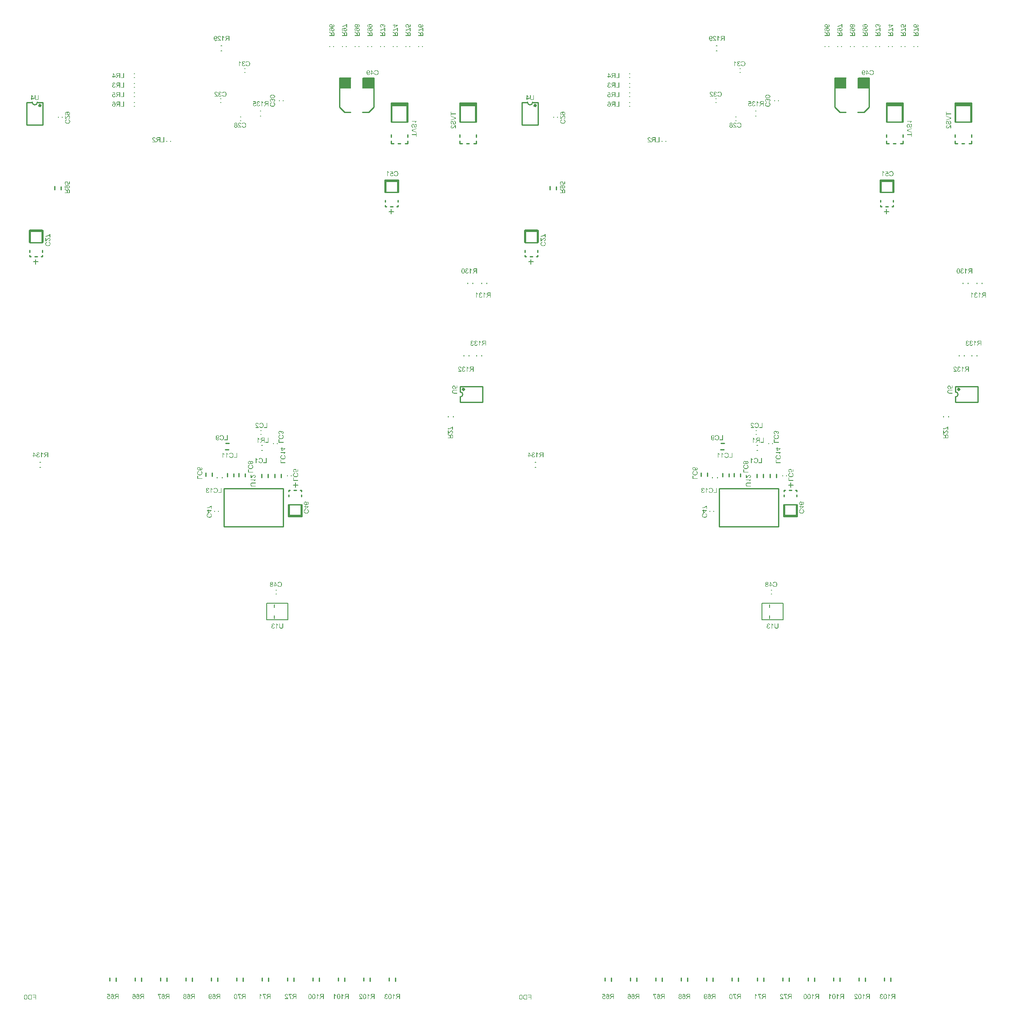
<source format=gbo>
%FSLAX25Y25*%
%MOIN*%
G70*
G01*
G75*
G04 Layer_Color=32896*
%ADD10C,0.05000*%
%ADD11R,0.06000X0.05500*%
%ADD12R,0.20000X0.07000*%
%ADD13R,0.10000X0.07000*%
%ADD14R,0.07087X0.06299*%
%ADD15R,0.14500X0.05000*%
%ADD16O,0.07087X0.01181*%
%ADD17O,0.01181X0.07087*%
%ADD18R,0.07087X0.08661*%
%ADD19R,0.01181X0.05118*%
%ADD20R,0.05906X0.05118*%
%ADD21R,0.10630X0.07087*%
%ADD22R,0.05118X0.05906*%
%ADD23R,0.06000X0.08500*%
%ADD24R,0.04331X0.03937*%
%ADD25R,0.03937X0.04331*%
%ADD26R,0.06299X0.07087*%
%ADD27R,0.05600X0.03600*%
%ADD28R,0.06000X0.12500*%
%ADD29R,0.12500X0.06000*%
%ADD30R,0.07000X0.08000*%
%ADD31R,0.09000X0.06500*%
%ADD32C,0.10000*%
%ADD33C,0.05000*%
%ADD34C,0.13000*%
%ADD35C,0.08000*%
%ADD36C,0.01000*%
%ADD37C,0.01200*%
%ADD38C,0.02500*%
%ADD39C,0.02000*%
%ADD40C,0.00800*%
%ADD41C,0.12500*%
G04:AMPARAMS|DCode=42|XSize=55mil|YSize=55mil|CornerRadius=13.75mil|HoleSize=0mil|Usage=FLASHONLY|Rotation=180.000|XOffset=0mil|YOffset=0mil|HoleType=Round|Shape=RoundedRectangle|*
%AMROUNDEDRECTD42*
21,1,0.05500,0.02750,0,0,180.0*
21,1,0.02750,0.05500,0,0,180.0*
1,1,0.02750,-0.01375,0.01375*
1,1,0.02750,0.01375,0.01375*
1,1,0.02750,0.01375,-0.01375*
1,1,0.02750,-0.01375,-0.01375*
%
%ADD42ROUNDEDRECTD42*%
%ADD43C,0.05500*%
G04:AMPARAMS|DCode=44|XSize=50mil|YSize=50mil|CornerRadius=12.5mil|HoleSize=0mil|Usage=FLASHONLY|Rotation=180.000|XOffset=0mil|YOffset=0mil|HoleType=Round|Shape=RoundedRectangle|*
%AMROUNDEDRECTD44*
21,1,0.05000,0.02500,0,0,180.0*
21,1,0.02500,0.05000,0,0,180.0*
1,1,0.02500,-0.01250,0.01250*
1,1,0.02500,0.01250,0.01250*
1,1,0.02500,0.01250,-0.01250*
1,1,0.02500,-0.01250,-0.01250*
%
%ADD44ROUNDEDRECTD44*%
G04:AMPARAMS|DCode=45|XSize=60mil|YSize=60mil|CornerRadius=15mil|HoleSize=0mil|Usage=FLASHONLY|Rotation=90.000|XOffset=0mil|YOffset=0mil|HoleType=Round|Shape=RoundedRectangle|*
%AMROUNDEDRECTD45*
21,1,0.06000,0.03000,0,0,90.0*
21,1,0.03000,0.06000,0,0,90.0*
1,1,0.03000,0.01500,0.01500*
1,1,0.03000,0.01500,-0.01500*
1,1,0.03000,-0.01500,-0.01500*
1,1,0.03000,-0.01500,0.01500*
%
%ADD45ROUNDEDRECTD45*%
%ADD46C,0.06000*%
%ADD47C,0.07500*%
%ADD48C,0.06200*%
%ADD49R,0.06200X0.06200*%
%ADD50C,0.10000*%
%ADD51C,0.23400*%
%ADD52O,0.10000X0.12000*%
%ADD53O,0.06000X0.06400*%
%ADD54R,0.06000X0.06400*%
%ADD55R,0.06200X0.06200*%
%ADD56C,0.08000*%
%ADD57C,0.03000*%
%ADD58R,0.25590X0.23622*%
%ADD59R,0.11800X0.06300*%
%ADD60R,0.02500X0.06000*%
%ADD61R,0.06000X0.02500*%
%ADD62R,0.09000X0.10000*%
%ADD63C,0.03000*%
%ADD64C,0.00984*%
%ADD65C,0.02362*%
%ADD66C,0.01600*%
%ADD67C,0.00787*%
%ADD68C,0.00699*%
%ADD69C,0.01500*%
%ADD70C,0.00500*%
%ADD71R,0.19000X0.55500*%
G04:AMPARAMS|DCode=72|XSize=51.06mil|YSize=51.06mil|CornerRadius=12.77mil|HoleSize=0mil|Usage=FLASHONLY|Rotation=0.000|XOffset=0mil|YOffset=0mil|HoleType=Round|Shape=RoundedRectangle|*
%AMROUNDEDRECTD72*
21,1,0.05106,0.02553,0,0,0.0*
21,1,0.02553,0.05106,0,0,0.0*
1,1,0.02553,0.01277,-0.01277*
1,1,0.02553,-0.01277,-0.01277*
1,1,0.02553,-0.01277,0.01277*
1,1,0.02553,0.01277,0.01277*
%
%ADD72ROUNDEDRECTD72*%
%ADD73C,0.05106*%
%ADD74P,0.09051X4X270.0*%
%ADD75R,0.06000X0.06000*%
%ADD76O,0.10200X0.12200*%
%ADD77P,0.09051X4X360.0*%
%ADD78R,0.06890X0.08465*%
%ADD79R,0.06800X0.06300*%
%ADD80R,0.20800X0.07800*%
%ADD81R,0.10800X0.07800*%
%ADD82R,0.07887X0.07099*%
%ADD83R,0.15300X0.05800*%
%ADD84O,0.07387X0.01481*%
%ADD85O,0.01481X0.07387*%
%ADD86R,0.07874X0.09449*%
%ADD87R,0.01481X0.05418*%
%ADD88R,0.06706X0.05918*%
%ADD89R,0.11430X0.07887*%
%ADD90R,0.05918X0.06706*%
%ADD91R,0.06800X0.09300*%
%ADD92R,0.05131X0.04737*%
%ADD93R,0.04737X0.05131*%
%ADD94R,0.07099X0.07887*%
%ADD95R,0.06400X0.04400*%
%ADD96R,0.06800X0.13300*%
%ADD97R,0.13300X0.06800*%
%ADD98R,0.07800X0.08800*%
%ADD99R,0.09800X0.07300*%
%ADD100C,0.13300*%
G04:AMPARAMS|DCode=101|XSize=63mil|YSize=63mil|CornerRadius=17.75mil|HoleSize=0mil|Usage=FLASHONLY|Rotation=180.000|XOffset=0mil|YOffset=0mil|HoleType=Round|Shape=RoundedRectangle|*
%AMROUNDEDRECTD101*
21,1,0.06300,0.02750,0,0,180.0*
21,1,0.02750,0.06300,0,0,180.0*
1,1,0.03550,-0.01375,0.01375*
1,1,0.03550,0.01375,0.01375*
1,1,0.03550,0.01375,-0.01375*
1,1,0.03550,-0.01375,-0.01375*
%
%ADD101ROUNDEDRECTD101*%
%ADD102C,0.06300*%
%ADD103C,0.05800*%
G04:AMPARAMS|DCode=104|XSize=58mil|YSize=58mil|CornerRadius=16.5mil|HoleSize=0mil|Usage=FLASHONLY|Rotation=180.000|XOffset=0mil|YOffset=0mil|HoleType=Round|Shape=RoundedRectangle|*
%AMROUNDEDRECTD104*
21,1,0.05800,0.02500,0,0,180.0*
21,1,0.02500,0.05800,0,0,180.0*
1,1,0.03300,-0.01250,0.01250*
1,1,0.03300,0.01250,0.01250*
1,1,0.03300,0.01250,-0.01250*
1,1,0.03300,-0.01250,-0.01250*
%
%ADD104ROUNDEDRECTD104*%
G04:AMPARAMS|DCode=105|XSize=68mil|YSize=68mil|CornerRadius=19mil|HoleSize=0mil|Usage=FLASHONLY|Rotation=90.000|XOffset=0mil|YOffset=0mil|HoleType=Round|Shape=RoundedRectangle|*
%AMROUNDEDRECTD105*
21,1,0.06800,0.03000,0,0,90.0*
21,1,0.03000,0.06800,0,0,90.0*
1,1,0.03800,0.01500,0.01500*
1,1,0.03800,0.01500,-0.01500*
1,1,0.03800,-0.01500,-0.01500*
1,1,0.03800,-0.01500,0.01500*
%
%ADD105ROUNDEDRECTD105*%
%ADD106C,0.06800*%
%ADD107C,0.08300*%
%ADD108C,0.07000*%
%ADD109R,0.07000X0.07000*%
%ADD110C,0.10800*%
%ADD111C,0.24200*%
%ADD112O,0.10800X0.12800*%
%ADD113O,0.06800X0.07200*%
%ADD114R,0.06800X0.07200*%
%ADD115R,0.07000X0.07000*%
%ADD116R,0.26391X0.24422*%
%ADD117R,0.12600X0.07100*%
%ADD118R,0.03300X0.06800*%
%ADD119R,0.06800X0.03300*%
%ADD120R,0.09800X0.10800*%
G36*
X406641Y532209D02*
X404293D01*
X404171Y532198D01*
X404065Y532186D01*
X403966Y532170D01*
X403877Y532153D01*
X403793Y532131D01*
X403721Y532114D01*
X403660Y532092D01*
X403610Y532070D01*
X403560Y532048D01*
X403527Y532025D01*
X403494Y532009D01*
X403472Y531992D01*
X403455Y531981D01*
X403449Y531976D01*
X403444Y531970D01*
X403399Y531920D01*
X403361Y531865D01*
X403300Y531742D01*
X403255Y531615D01*
X403227Y531482D01*
X403205Y531359D01*
X403200Y531310D01*
Y531260D01*
X403194Y531226D01*
Y531193D01*
Y531176D01*
Y531171D01*
X403200Y531054D01*
X403216Y530949D01*
X403233Y530849D01*
X403261Y530771D01*
X403283Y530705D01*
X403300Y530655D01*
X403316Y530627D01*
X403322Y530616D01*
X403372Y530538D01*
X403433Y530472D01*
X403494Y530416D01*
X403549Y530377D01*
X403605Y530344D01*
X403644Y530316D01*
X403671Y530305D01*
X403683Y530299D01*
X403732Y530283D01*
X403782Y530272D01*
X403899Y530249D01*
X404021Y530233D01*
X404143Y530222D01*
X404249Y530216D01*
X404298D01*
X404337Y530211D01*
X406641D01*
Y529700D01*
X404310D01*
X404204Y529706D01*
X404104Y529711D01*
X404010Y529722D01*
X403927Y529733D01*
X403849Y529744D01*
X403777Y529761D01*
X403710Y529772D01*
X403649Y529783D01*
X403599Y529800D01*
X403555Y529811D01*
X403521Y529822D01*
X403494Y529833D01*
X403472Y529839D01*
X403460Y529844D01*
X403455D01*
X403333Y529905D01*
X403222Y529983D01*
X403133Y530061D01*
X403055Y530144D01*
X402994Y530216D01*
X402950Y530277D01*
X402939Y530299D01*
X402928Y530316D01*
X402917Y530327D01*
Y530333D01*
X402855Y530472D01*
X402811Y530616D01*
X402778Y530766D01*
X402756Y530904D01*
X402750Y530965D01*
X402744Y531027D01*
X402739Y531082D01*
Y531126D01*
X402733Y531165D01*
Y531193D01*
Y531210D01*
Y531215D01*
X402744Y531415D01*
X402756Y531504D01*
X402767Y531587D01*
X402783Y531670D01*
X402800Y531742D01*
X402817Y531809D01*
X402839Y531870D01*
X402861Y531926D01*
X402878Y531970D01*
X402894Y532014D01*
X402911Y532048D01*
X402928Y532075D01*
X402933Y532092D01*
X402944Y532103D01*
Y532109D01*
X403028Y532231D01*
X403122Y532331D01*
X403211Y532408D01*
X403300Y532475D01*
X403377Y532525D01*
X403438Y532558D01*
X403460Y532569D01*
X403477Y532581D01*
X403488Y532586D01*
X403494D01*
X403560Y532608D01*
X403632Y532630D01*
X403782Y532664D01*
X403938Y532686D01*
X404088Y532702D01*
X404154Y532708D01*
X404221Y532714D01*
X404276D01*
X404326Y532719D01*
X406641D01*
Y532209D01*
D02*
G37*
G36*
X404199Y535916D02*
X404293Y535905D01*
X404387Y535888D01*
X404471Y535866D01*
X404548Y535838D01*
X404626Y535811D01*
X404693Y535777D01*
X404754Y535749D01*
X404809Y535716D01*
X404859Y535683D01*
X404898Y535655D01*
X404937Y535627D01*
X404964Y535605D01*
X404981Y535589D01*
X404992Y535577D01*
X404998Y535572D01*
X405059Y535505D01*
X405114Y535439D01*
X405159Y535367D01*
X405198Y535294D01*
X405236Y535222D01*
X405264Y535150D01*
X405303Y535017D01*
X405320Y534956D01*
X405331Y534900D01*
X405336Y534850D01*
X405342Y534806D01*
X405347Y534773D01*
Y534745D01*
Y534728D01*
Y534723D01*
Y534651D01*
X405336Y534584D01*
X405309Y534451D01*
X405270Y534329D01*
X405225Y534218D01*
X405181Y534129D01*
X405159Y534090D01*
X405142Y534057D01*
X405126Y534029D01*
X405114Y534012D01*
X405109Y534001D01*
X405103Y533996D01*
X406141Y534201D01*
Y535738D01*
X406591D01*
Y533829D01*
X404615Y533457D01*
X404554Y533901D01*
X404615Y533940D01*
X404665Y533990D01*
X404715Y534035D01*
X404754Y534079D01*
X404781Y534123D01*
X404809Y534157D01*
X404820Y534179D01*
X404826Y534184D01*
X404859Y534257D01*
X404887Y534329D01*
X404904Y534395D01*
X404920Y534462D01*
X404926Y534517D01*
X404931Y534562D01*
Y534589D01*
Y534601D01*
Y534667D01*
X404920Y534734D01*
X404892Y534850D01*
X404853Y534950D01*
X404815Y535039D01*
X404770Y535106D01*
X404731Y535156D01*
X404704Y535183D01*
X404698Y535194D01*
X404693D01*
X404598Y535272D01*
X404498Y535328D01*
X404393Y535367D01*
X404287Y535394D01*
X404199Y535411D01*
X404160Y535417D01*
X404127D01*
X404099Y535422D01*
X403982D01*
X403910Y535411D01*
X403771Y535383D01*
X403655Y535344D01*
X403560Y535306D01*
X403483Y535261D01*
X403422Y535222D01*
X403405Y535206D01*
X403388Y535194D01*
X403383Y535189D01*
X403377Y535183D01*
X403333Y535139D01*
X403294Y535095D01*
X403227Y534995D01*
X403183Y534900D01*
X403155Y534806D01*
X403133Y534728D01*
X403127Y534662D01*
X403122Y534640D01*
Y534623D01*
Y534612D01*
Y534606D01*
X403127Y534501D01*
X403150Y534406D01*
X403177Y534323D01*
X403211Y534257D01*
X403244Y534196D01*
X403272Y534151D01*
X403294Y534129D01*
X403300Y534118D01*
X403377Y534051D01*
X403460Y533996D01*
X403555Y533951D01*
X403638Y533918D01*
X403721Y533896D01*
X403782Y533879D01*
X403810Y533874D01*
X403827Y533868D01*
X403843D01*
X403805Y533374D01*
X403716Y533385D01*
X403632Y533402D01*
X403477Y533452D01*
X403344Y533513D01*
X403283Y533546D01*
X403233Y533579D01*
X403183Y533607D01*
X403138Y533640D01*
X403105Y533668D01*
X403078Y533696D01*
X403055Y533718D01*
X403033Y533729D01*
X403028Y533740D01*
X403022Y533746D01*
X402972Y533813D01*
X402928Y533879D01*
X402889Y533951D01*
X402855Y534023D01*
X402806Y534162D01*
X402772Y534301D01*
X402756Y534362D01*
X402750Y534423D01*
X402744Y534473D01*
X402739Y534517D01*
X402733Y534556D01*
Y534584D01*
Y534601D01*
Y534606D01*
X402739Y534723D01*
X402756Y534834D01*
X402778Y534939D01*
X402806Y535034D01*
X402844Y535122D01*
X402883Y535206D01*
X402922Y535283D01*
X402966Y535350D01*
X403011Y535411D01*
X403050Y535466D01*
X403094Y535511D01*
X403127Y535550D01*
X403155Y535577D01*
X403177Y535600D01*
X403194Y535611D01*
X403200Y535616D01*
X403272Y535672D01*
X403349Y535716D01*
X403422Y535761D01*
X403499Y535794D01*
X403649Y535849D01*
X403793Y535883D01*
X403855Y535894D01*
X403916Y535905D01*
X403966Y535911D01*
X404010Y535916D01*
X404049Y535922D01*
X404099D01*
X404199Y535916D01*
D02*
G37*
G36*
X73587Y762154D02*
Y761721D01*
X71916D01*
Y760800D01*
X71445D01*
Y761721D01*
X70923D01*
Y762154D01*
X71445D01*
Y764641D01*
X71828D01*
X73587Y762154D01*
D02*
G37*
G36*
X238627Y791346D02*
X238777Y791318D01*
X238905Y791274D01*
X239016Y791230D01*
X239066Y791202D01*
X239104Y791180D01*
X239143Y791157D01*
X239171Y791135D01*
X239193Y791119D01*
X239210Y791108D01*
X239221Y791102D01*
X239227Y791096D01*
X239332Y790991D01*
X239415Y790874D01*
X239482Y790752D01*
X239537Y790630D01*
X239571Y790525D01*
X239587Y790480D01*
X239598Y790442D01*
X239604Y790408D01*
X239610Y790386D01*
X239615Y790369D01*
Y790364D01*
X239143Y790281D01*
X239121Y790403D01*
X239088Y790508D01*
X239049Y790597D01*
X239010Y790669D01*
X238971Y790725D01*
X238938Y790763D01*
X238916Y790791D01*
X238910Y790797D01*
X238838Y790852D01*
X238760Y790897D01*
X238688Y790924D01*
X238616Y790947D01*
X238549Y790958D01*
X238499Y790969D01*
X238455D01*
X238355Y790963D01*
X238266Y790941D01*
X238189Y790913D01*
X238122Y790885D01*
X238072Y790852D01*
X238033Y790824D01*
X238005Y790802D01*
X238000Y790797D01*
X237939Y790730D01*
X237895Y790658D01*
X237867Y790586D01*
X237844Y790519D01*
X237833Y790458D01*
X237822Y790414D01*
Y790380D01*
Y790375D01*
Y790369D01*
Y790308D01*
X237833Y790253D01*
X237861Y790158D01*
X237900Y790075D01*
X237945Y790003D01*
X237989Y789953D01*
X238028Y789914D01*
X238055Y789892D01*
X238061Y789887D01*
X238067D01*
X238161Y789837D01*
X238250Y789798D01*
X238344Y789770D01*
X238427Y789753D01*
X238499Y789742D01*
X238561Y789731D01*
X238633D01*
X238655Y789737D01*
X238683D01*
X238738Y789320D01*
X238666Y789337D01*
X238599Y789348D01*
X238544Y789359D01*
X238494Y789365D01*
X238455Y789370D01*
X238405D01*
X238288Y789359D01*
X238183Y789337D01*
X238089Y789304D01*
X238011Y789265D01*
X237950Y789226D01*
X237906Y789193D01*
X237878Y789171D01*
X237867Y789159D01*
X237795Y789076D01*
X237739Y788987D01*
X237700Y788899D01*
X237678Y788810D01*
X237661Y788738D01*
X237656Y788677D01*
X237650Y788654D01*
Y788638D01*
Y788627D01*
Y788621D01*
X237661Y788499D01*
X237689Y788388D01*
X237722Y788294D01*
X237767Y788210D01*
X237811Y788144D01*
X237844Y788094D01*
X237872Y788061D01*
X237883Y788049D01*
X237972Y787972D01*
X238067Y787916D01*
X238161Y787877D01*
X238250Y787850D01*
X238327Y787833D01*
X238388Y787827D01*
X238411Y787822D01*
X238444D01*
X238544Y787827D01*
X238638Y787850D01*
X238721Y787877D01*
X238788Y787911D01*
X238844Y787938D01*
X238888Y787966D01*
X238910Y787988D01*
X238921Y787994D01*
X238988Y788072D01*
X239043Y788161D01*
X239093Y788255D01*
X239132Y788355D01*
X239160Y788438D01*
X239171Y788477D01*
X239177Y788510D01*
X239182Y788538D01*
X239188Y788560D01*
X239193Y788571D01*
Y788577D01*
X239665Y788516D01*
X239654Y788427D01*
X239637Y788344D01*
X239587Y788188D01*
X239526Y788055D01*
X239493Y787999D01*
X239460Y787944D01*
X239426Y787894D01*
X239393Y787855D01*
X239365Y787816D01*
X239337Y787789D01*
X239321Y787766D01*
X239304Y787750D01*
X239293Y787739D01*
X239288Y787733D01*
X239221Y787683D01*
X239154Y787633D01*
X239088Y787594D01*
X239016Y787561D01*
X238877Y787506D01*
X238744Y787472D01*
X238683Y787461D01*
X238627Y787450D01*
X238577Y787444D01*
X238533Y787439D01*
X238499Y787433D01*
X238450D01*
X238344Y787439D01*
X238250Y787450D01*
X238155Y787467D01*
X238067Y787489D01*
X237983Y787517D01*
X237911Y787544D01*
X237839Y787578D01*
X237778Y787611D01*
X237717Y787639D01*
X237667Y787672D01*
X237623Y787700D01*
X237589Y787727D01*
X237561Y787750D01*
X237539Y787766D01*
X237528Y787778D01*
X237523Y787783D01*
X237456Y787850D01*
X237401Y787922D01*
X237351Y787994D01*
X237306Y788066D01*
X237273Y788133D01*
X237240Y788205D01*
X237195Y788338D01*
X237184Y788399D01*
X237173Y788455D01*
X237162Y788505D01*
X237156Y788549D01*
X237151Y788582D01*
Y788610D01*
Y788627D01*
Y788632D01*
X237156Y788765D01*
X237178Y788888D01*
X237212Y788993D01*
X237245Y789082D01*
X237279Y789154D01*
X237312Y789209D01*
X237334Y789243D01*
X237339Y789254D01*
X237417Y789337D01*
X237501Y789409D01*
X237589Y789465D01*
X237678Y789509D01*
X237756Y789542D01*
X237817Y789565D01*
X237839Y789570D01*
X237856Y789576D01*
X237867Y789581D01*
X237872D01*
X237778Y789631D01*
X237700Y789681D01*
X237634Y789737D01*
X237578Y789787D01*
X237534Y789831D01*
X237501Y789870D01*
X237484Y789892D01*
X237478Y789903D01*
X237434Y789981D01*
X237401Y790059D01*
X237373Y790136D01*
X237356Y790208D01*
X237345Y790269D01*
X237339Y790314D01*
Y790347D01*
Y790358D01*
X237345Y790453D01*
X237362Y790547D01*
X237384Y790630D01*
X237412Y790702D01*
X237439Y790763D01*
X237462Y790813D01*
X237478Y790841D01*
X237484Y790852D01*
X237539Y790936D01*
X237606Y791008D01*
X237672Y791069D01*
X237739Y791124D01*
X237795Y791163D01*
X237844Y791196D01*
X237878Y791213D01*
X237883Y791219D01*
X237889D01*
X237989Y791263D01*
X238089Y791296D01*
X238189Y791324D01*
X238277Y791341D01*
X238350Y791352D01*
X238411Y791357D01*
X238549D01*
X238627Y791346D01*
D02*
G37*
G36*
X374657Y744005D02*
X374563Y743949D01*
X374474Y743888D01*
X374385Y743816D01*
X374308Y743749D01*
X374241Y743683D01*
X374185Y743633D01*
X374169Y743611D01*
X374152Y743594D01*
X374147Y743588D01*
X374141Y743583D01*
X374047Y743466D01*
X373958Y743350D01*
X373880Y743239D01*
X373819Y743128D01*
X373764Y743033D01*
X373742Y742994D01*
X373725Y742961D01*
X373708Y742934D01*
X373703Y742911D01*
X373692Y742900D01*
Y742895D01*
X373236D01*
X373270Y742978D01*
X373309Y743061D01*
X373347Y743144D01*
X373386Y743222D01*
X373420Y743289D01*
X373447Y743344D01*
X373469Y743377D01*
X373475Y743383D01*
Y743389D01*
X373536Y743489D01*
X373597Y743577D01*
X373653Y743655D01*
X373703Y743716D01*
X373742Y743772D01*
X373775Y743805D01*
X373797Y743833D01*
X373803Y743838D01*
X370800D01*
Y744310D01*
X374657D01*
Y744005D01*
D02*
G37*
G36*
X241874Y791396D02*
X242052Y791368D01*
X242207Y791335D01*
X242279Y791313D01*
X242346Y791291D01*
X242407Y791268D01*
X242462Y791246D01*
X242507Y791230D01*
X242551Y791213D01*
X242579Y791196D01*
X242601Y791185D01*
X242618Y791180D01*
X242623Y791174D01*
X242773Y791080D01*
X242901Y790969D01*
X243012Y790858D01*
X243106Y790747D01*
X243178Y790647D01*
X243206Y790602D01*
X243228Y790564D01*
X243250Y790536D01*
X243261Y790514D01*
X243267Y790497D01*
X243272Y790491D01*
X243350Y790319D01*
X243406Y790142D01*
X243444Y789964D01*
X243472Y789803D01*
X243483Y789731D01*
X243489Y789659D01*
X243495Y789603D01*
Y789548D01*
X243500Y789509D01*
Y789476D01*
Y789454D01*
Y789448D01*
X243489Y789248D01*
X243467Y789054D01*
X243439Y788882D01*
X243417Y788799D01*
X243400Y788727D01*
X243383Y788660D01*
X243361Y788599D01*
X243345Y788543D01*
X243334Y788499D01*
X243317Y788466D01*
X243311Y788438D01*
X243300Y788421D01*
Y788416D01*
X243217Y788249D01*
X243123Y788099D01*
X243023Y787972D01*
X242973Y787922D01*
X242928Y787872D01*
X242884Y787827D01*
X242840Y787789D01*
X242801Y787755D01*
X242767Y787733D01*
X242745Y787711D01*
X242723Y787694D01*
X242712Y787689D01*
X242706Y787683D01*
X242629Y787639D01*
X242551Y787600D01*
X242385Y787539D01*
X242218Y787494D01*
X242057Y787467D01*
X241979Y787456D01*
X241913Y787444D01*
X241852Y787439D01*
X241802D01*
X241757Y787433D01*
X241696D01*
X241585Y787439D01*
X241480Y787450D01*
X241380Y787461D01*
X241286Y787483D01*
X241197Y787511D01*
X241113Y787539D01*
X241036Y787567D01*
X240964Y787600D01*
X240903Y787628D01*
X240842Y787655D01*
X240797Y787683D01*
X240753Y787711D01*
X240725Y787733D01*
X240697Y787744D01*
X240686Y787755D01*
X240681Y787761D01*
X240603Y787827D01*
X240536Y787894D01*
X240475Y787972D01*
X240414Y788049D01*
X240314Y788205D01*
X240237Y788360D01*
X240203Y788432D01*
X240176Y788499D01*
X240153Y788560D01*
X240137Y788610D01*
X240120Y788654D01*
X240109Y788688D01*
X240103Y788710D01*
Y788715D01*
X240614Y788843D01*
X240636Y788754D01*
X240664Y788671D01*
X240692Y788593D01*
X240720Y788521D01*
X240753Y788455D01*
X240786Y788399D01*
X240825Y788344D01*
X240858Y788294D01*
X240886Y788249D01*
X240919Y788216D01*
X240947Y788183D01*
X240969Y788155D01*
X240991Y788138D01*
X241008Y788122D01*
X241014Y788116D01*
X241019Y788110D01*
X241075Y788066D01*
X241136Y788033D01*
X241258Y787972D01*
X241374Y787927D01*
X241491Y787900D01*
X241591Y787877D01*
X241630Y787872D01*
X241669D01*
X241702Y787866D01*
X241741D01*
X241868Y787872D01*
X241990Y787894D01*
X242101Y787922D01*
X242201Y787955D01*
X242279Y787988D01*
X242312Y788005D01*
X242340Y788016D01*
X242362Y788027D01*
X242379Y788038D01*
X242390Y788044D01*
X242396D01*
X242501Y788122D01*
X242590Y788205D01*
X242668Y788299D01*
X242728Y788388D01*
X242778Y788466D01*
X242812Y788532D01*
X242823Y788560D01*
X242834Y788577D01*
X242840Y788588D01*
Y788593D01*
X242884Y788738D01*
X242917Y788882D01*
X242945Y789026D01*
X242962Y789159D01*
X242967Y789221D01*
X242973Y789276D01*
Y789326D01*
X242978Y789365D01*
Y789398D01*
Y789426D01*
Y789442D01*
Y789448D01*
X242973Y789592D01*
X242962Y789726D01*
X242939Y789848D01*
X242917Y789959D01*
X242901Y790053D01*
X242889Y790092D01*
X242878Y790125D01*
X242873Y790153D01*
X242867Y790169D01*
X242862Y790181D01*
Y790186D01*
X242806Y790314D01*
X242745Y790430D01*
X242679Y790525D01*
X242606Y790608D01*
X242545Y790675D01*
X242495Y790719D01*
X242457Y790747D01*
X242451Y790758D01*
X242445D01*
X242329Y790830D01*
X242201Y790885D01*
X242079Y790924D01*
X241963Y790947D01*
X241857Y790963D01*
X241813Y790969D01*
X241774D01*
X241746Y790974D01*
X241702D01*
X241563Y790969D01*
X241435Y790947D01*
X241330Y790913D01*
X241236Y790880D01*
X241163Y790841D01*
X241108Y790813D01*
X241075Y790791D01*
X241063Y790780D01*
X240975Y790697D01*
X240892Y790602D01*
X240825Y790503D01*
X240769Y790403D01*
X240725Y790314D01*
X240708Y790269D01*
X240697Y790236D01*
X240686Y790208D01*
X240675Y790186D01*
X240669Y790175D01*
Y790169D01*
X240170Y790286D01*
X240203Y790386D01*
X240237Y790475D01*
X240281Y790558D01*
X240320Y790641D01*
X240364Y790714D01*
X240414Y790780D01*
X240459Y790847D01*
X240503Y790902D01*
X240547Y790947D01*
X240586Y790991D01*
X240625Y791030D01*
X240653Y791057D01*
X240681Y791085D01*
X240703Y791102D01*
X240714Y791108D01*
X240720Y791113D01*
X240797Y791163D01*
X240875Y791213D01*
X240953Y791252D01*
X241036Y791285D01*
X241202Y791335D01*
X241352Y791368D01*
X241424Y791385D01*
X241485Y791391D01*
X241546Y791396D01*
X241596Y791402D01*
X241635Y791407D01*
X241691D01*
X241874Y791396D01*
D02*
G37*
G36*
X235269Y791263D02*
X235330Y791174D01*
X235403Y791085D01*
X235469Y791008D01*
X235536Y790941D01*
X235586Y790885D01*
X235608Y790869D01*
X235625Y790852D01*
X235630Y790847D01*
X235636Y790841D01*
X235752Y790747D01*
X235869Y790658D01*
X235980Y790580D01*
X236091Y790519D01*
X236185Y790464D01*
X236224Y790442D01*
X236257Y790425D01*
X236285Y790408D01*
X236307Y790403D01*
X236318Y790392D01*
X236324D01*
Y789936D01*
X236241Y789970D01*
X236157Y790009D01*
X236074Y790048D01*
X235996Y790086D01*
X235930Y790120D01*
X235874Y790147D01*
X235841Y790169D01*
X235835Y790175D01*
X235830D01*
X235730Y790236D01*
X235641Y790297D01*
X235563Y790353D01*
X235502Y790403D01*
X235447Y790442D01*
X235414Y790475D01*
X235386Y790497D01*
X235380Y790503D01*
Y787500D01*
X234909D01*
Y791357D01*
X235214D01*
X235269Y791263D01*
D02*
G37*
G36*
X140100Y53000D02*
X139590D01*
Y54704D01*
X138935D01*
X138874Y54698D01*
X138829D01*
X138790Y54693D01*
X138763Y54687D01*
X138740D01*
X138729Y54682D01*
X138724D01*
X138635Y54654D01*
X138596Y54637D01*
X138563Y54621D01*
X138529Y54604D01*
X138507Y54593D01*
X138496Y54587D01*
X138491Y54582D01*
X138446Y54549D01*
X138402Y54510D01*
X138319Y54426D01*
X138280Y54388D01*
X138252Y54354D01*
X138235Y54332D01*
X138230Y54326D01*
X138174Y54249D01*
X138113Y54166D01*
X138052Y54077D01*
X137991Y53994D01*
X137941Y53916D01*
X137902Y53855D01*
X137886Y53833D01*
X137874Y53816D01*
X137863Y53805D01*
Y53799D01*
X137358Y53000D01*
X136726D01*
X137386Y54044D01*
X137464Y54154D01*
X137536Y54254D01*
X137608Y54338D01*
X137669Y54415D01*
X137725Y54471D01*
X137769Y54515D01*
X137797Y54543D01*
X137808Y54554D01*
X137852Y54587D01*
X137902Y54626D01*
X138002Y54687D01*
X138047Y54710D01*
X138080Y54732D01*
X138102Y54743D01*
X138113Y54748D01*
X138013Y54765D01*
X137919Y54782D01*
X137836Y54809D01*
X137752Y54832D01*
X137680Y54859D01*
X137614Y54893D01*
X137553Y54920D01*
X137497Y54948D01*
X137453Y54981D01*
X137408Y55009D01*
X137375Y55031D01*
X137347Y55054D01*
X137325Y55070D01*
X137308Y55087D01*
X137303Y55092D01*
X137297Y55098D01*
X137253Y55154D01*
X137208Y55209D01*
X137142Y55326D01*
X137098Y55442D01*
X137064Y55553D01*
X137042Y55647D01*
X137037Y55686D01*
Y55725D01*
X137031Y55753D01*
Y55775D01*
Y55786D01*
Y55792D01*
X137037Y55908D01*
X137053Y56014D01*
X137081Y56114D01*
X137109Y56197D01*
X137142Y56269D01*
X137164Y56324D01*
X137186Y56358D01*
X137192Y56363D01*
Y56369D01*
X137259Y56458D01*
X137325Y56536D01*
X137397Y56602D01*
X137464Y56652D01*
X137525Y56691D01*
X137575Y56713D01*
X137608Y56730D01*
X137614Y56735D01*
X137619D01*
X137669Y56752D01*
X137730Y56769D01*
X137852Y56796D01*
X137986Y56813D01*
X138108Y56830D01*
X138224Y56835D01*
X138274D01*
X138319Y56841D01*
X140100D01*
Y53000D01*
D02*
G37*
G36*
X135177Y56852D02*
X135283Y56841D01*
X135383Y56818D01*
X135477Y56791D01*
X135560Y56752D01*
X135643Y56719D01*
X135716Y56674D01*
X135782Y56635D01*
X135838Y56596D01*
X135893Y56552D01*
X135938Y56519D01*
X135971Y56485D01*
X135999Y56452D01*
X136021Y56430D01*
X136032Y56419D01*
X136038Y56413D01*
X136110Y56314D01*
X136171Y56197D01*
X136226Y56075D01*
X136276Y55947D01*
X136315Y55814D01*
X136348Y55681D01*
X136376Y55542D01*
X136398Y55414D01*
X136415Y55287D01*
X136426Y55170D01*
X136437Y55065D01*
X136443Y54976D01*
Y54898D01*
X136448Y54843D01*
Y54821D01*
Y54804D01*
Y54798D01*
Y54793D01*
X136443Y54615D01*
X136432Y54449D01*
X136415Y54293D01*
X136387Y54149D01*
X136359Y54021D01*
X136332Y53905D01*
X136298Y53799D01*
X136259Y53705D01*
X136226Y53627D01*
X136193Y53555D01*
X136165Y53500D01*
X136132Y53450D01*
X136110Y53411D01*
X136093Y53389D01*
X136082Y53372D01*
X136076Y53366D01*
X136004Y53289D01*
X135926Y53222D01*
X135849Y53167D01*
X135771Y53117D01*
X135688Y53072D01*
X135610Y53039D01*
X135532Y53011D01*
X135455Y52989D01*
X135388Y52972D01*
X135322Y52956D01*
X135266Y52945D01*
X135216Y52939D01*
X135172D01*
X135144Y52934D01*
X135116D01*
X134989Y52939D01*
X134872Y52961D01*
X134767Y52983D01*
X134672Y53017D01*
X134600Y53044D01*
X134545Y53072D01*
X134522Y53078D01*
X134506Y53089D01*
X134500Y53094D01*
X134495D01*
X134400Y53161D01*
X134311Y53239D01*
X134239Y53316D01*
X134178Y53394D01*
X134128Y53466D01*
X134095Y53522D01*
X134084Y53544D01*
X134073Y53561D01*
X134067Y53566D01*
Y53572D01*
X134012Y53688D01*
X133973Y53810D01*
X133945Y53921D01*
X133929Y54027D01*
X133912Y54116D01*
Y54149D01*
X133906Y54182D01*
Y54210D01*
Y54227D01*
Y54238D01*
Y54243D01*
X133912Y54343D01*
X133923Y54438D01*
X133940Y54532D01*
X133956Y54615D01*
X133984Y54693D01*
X134012Y54771D01*
X134039Y54837D01*
X134073Y54898D01*
X134106Y54954D01*
X134134Y55004D01*
X134162Y55042D01*
X134189Y55081D01*
X134206Y55109D01*
X134223Y55126D01*
X134234Y55137D01*
X134239Y55142D01*
X134300Y55203D01*
X134367Y55259D01*
X134439Y55303D01*
X134506Y55342D01*
X134572Y55381D01*
X134639Y55409D01*
X134767Y55448D01*
X134822Y55464D01*
X134878Y55475D01*
X134922Y55481D01*
X134966Y55487D01*
X135000Y55492D01*
X135044D01*
X135144Y55487D01*
X135238Y55470D01*
X135327Y55453D01*
X135405Y55431D01*
X135471Y55403D01*
X135521Y55387D01*
X135555Y55370D01*
X135560Y55364D01*
X135566D01*
X135654Y55309D01*
X135732Y55248D01*
X135804Y55187D01*
X135860Y55120D01*
X135910Y55065D01*
X135949Y55020D01*
X135971Y54987D01*
X135976Y54981D01*
Y55081D01*
X135971Y55181D01*
X135965Y55270D01*
X135954Y55359D01*
X135949Y55436D01*
X135938Y55509D01*
X135926Y55575D01*
X135910Y55636D01*
X135899Y55692D01*
X135888Y55736D01*
X135877Y55775D01*
X135871Y55808D01*
X135860Y55831D01*
X135854Y55847D01*
X135849Y55858D01*
Y55864D01*
X135793Y55975D01*
X135738Y56075D01*
X135677Y56152D01*
X135621Y56219D01*
X135571Y56275D01*
X135532Y56314D01*
X135505Y56336D01*
X135494Y56341D01*
X135427Y56386D01*
X135360Y56413D01*
X135294Y56436D01*
X135227Y56452D01*
X135177Y56463D01*
X135133Y56469D01*
X135094D01*
X134994Y56458D01*
X134900Y56436D01*
X134822Y56402D01*
X134750Y56369D01*
X134694Y56330D01*
X134655Y56297D01*
X134633Y56275D01*
X134622Y56264D01*
X134583Y56213D01*
X134545Y56152D01*
X134511Y56086D01*
X134489Y56019D01*
X134467Y55958D01*
X134450Y55908D01*
X134445Y55875D01*
X134439Y55869D01*
Y55864D01*
X133967Y55903D01*
X134001Y56058D01*
X134051Y56197D01*
X134106Y56319D01*
X134167Y56419D01*
X134228Y56497D01*
X134250Y56530D01*
X134278Y56558D01*
X134295Y56574D01*
X134311Y56591D01*
X134317Y56596D01*
X134323Y56602D01*
X134378Y56647D01*
X134439Y56685D01*
X134561Y56752D01*
X134683Y56796D01*
X134800Y56824D01*
X134905Y56846D01*
X134950Y56852D01*
X134989D01*
X135022Y56857D01*
X135066D01*
X135177Y56852D01*
D02*
G37*
G36*
X133357Y54815D02*
X132913Y54754D01*
X132874Y54815D01*
X132824Y54865D01*
X132780Y54915D01*
X132735Y54954D01*
X132691Y54981D01*
X132658Y55009D01*
X132635Y55020D01*
X132630Y55026D01*
X132558Y55059D01*
X132485Y55087D01*
X132419Y55103D01*
X132352Y55120D01*
X132297Y55126D01*
X132252Y55131D01*
X132147D01*
X132080Y55120D01*
X131964Y55092D01*
X131864Y55054D01*
X131775Y55015D01*
X131709Y54970D01*
X131658Y54931D01*
X131631Y54904D01*
X131620Y54898D01*
Y54893D01*
X131542Y54798D01*
X131486Y54698D01*
X131448Y54593D01*
X131420Y54488D01*
X131403Y54399D01*
X131398Y54360D01*
Y54326D01*
X131392Y54299D01*
Y54277D01*
Y54265D01*
Y54260D01*
Y54182D01*
X131403Y54110D01*
X131431Y53971D01*
X131470Y53855D01*
X131509Y53760D01*
X131553Y53683D01*
X131592Y53622D01*
X131609Y53605D01*
X131620Y53588D01*
X131625Y53583D01*
X131631Y53577D01*
X131675Y53533D01*
X131720Y53494D01*
X131819Y53427D01*
X131914Y53383D01*
X132008Y53355D01*
X132086Y53333D01*
X132152Y53328D01*
X132175Y53322D01*
X132208D01*
X132313Y53328D01*
X132408Y53350D01*
X132491Y53377D01*
X132558Y53411D01*
X132619Y53444D01*
X132663Y53472D01*
X132685Y53494D01*
X132696Y53500D01*
X132763Y53577D01*
X132818Y53661D01*
X132863Y53755D01*
X132896Y53838D01*
X132918Y53921D01*
X132935Y53982D01*
X132941Y54010D01*
X132946Y54027D01*
Y54038D01*
Y54044D01*
X133440Y54005D01*
X133429Y53916D01*
X133412Y53833D01*
X133362Y53677D01*
X133301Y53544D01*
X133268Y53483D01*
X133235Y53433D01*
X133207Y53383D01*
X133174Y53339D01*
X133146Y53305D01*
X133118Y53278D01*
X133096Y53255D01*
X133085Y53233D01*
X133074Y53228D01*
X133068Y53222D01*
X133002Y53172D01*
X132935Y53128D01*
X132863Y53089D01*
X132791Y53056D01*
X132652Y53006D01*
X132513Y52972D01*
X132452Y52956D01*
X132391Y52950D01*
X132341Y52945D01*
X132297Y52939D01*
X132258Y52934D01*
X132208D01*
X132091Y52939D01*
X131980Y52956D01*
X131875Y52978D01*
X131781Y53006D01*
X131692Y53044D01*
X131609Y53083D01*
X131531Y53122D01*
X131464Y53167D01*
X131403Y53211D01*
X131348Y53250D01*
X131303Y53294D01*
X131264Y53328D01*
X131237Y53355D01*
X131215Y53377D01*
X131203Y53394D01*
X131198Y53400D01*
X131142Y53472D01*
X131098Y53549D01*
X131054Y53622D01*
X131020Y53699D01*
X130965Y53849D01*
X130931Y53994D01*
X130920Y54055D01*
X130909Y54116D01*
X130904Y54166D01*
X130898Y54210D01*
X130893Y54249D01*
Y54277D01*
Y54293D01*
Y54299D01*
X130898Y54399D01*
X130909Y54493D01*
X130926Y54587D01*
X130948Y54671D01*
X130976Y54748D01*
X131004Y54826D01*
X131037Y54893D01*
X131065Y54954D01*
X131098Y55009D01*
X131131Y55059D01*
X131159Y55098D01*
X131187Y55137D01*
X131209Y55165D01*
X131226Y55181D01*
X131237Y55192D01*
X131242Y55198D01*
X131309Y55259D01*
X131376Y55314D01*
X131448Y55359D01*
X131520Y55398D01*
X131592Y55436D01*
X131664Y55464D01*
X131797Y55503D01*
X131858Y55520D01*
X131914Y55531D01*
X131964Y55537D01*
X132008Y55542D01*
X132042Y55548D01*
X132164D01*
X132230Y55537D01*
X132363Y55509D01*
X132485Y55470D01*
X132597Y55426D01*
X132685Y55381D01*
X132724Y55359D01*
X132757Y55342D01*
X132785Y55326D01*
X132802Y55314D01*
X132813Y55309D01*
X132818Y55303D01*
X132613Y56341D01*
X131076D01*
Y56791D01*
X132985D01*
X133357Y54815D01*
D02*
G37*
G36*
X403191Y501093D02*
X402736D01*
Y502975D01*
X402575Y502842D01*
X402403Y502714D01*
X402236Y502603D01*
X402075Y502497D01*
X402003Y502453D01*
X401936Y502414D01*
X401875Y502375D01*
X401825Y502348D01*
X401781Y502325D01*
X401753Y502309D01*
X401731Y502298D01*
X401725Y502292D01*
X401504Y502181D01*
X401281Y502081D01*
X401071Y501998D01*
X400976Y501965D01*
X400882Y501931D01*
X400799Y501898D01*
X400721Y501876D01*
X400654Y501854D01*
X400599Y501837D01*
X400549Y501820D01*
X400516Y501809D01*
X400493Y501804D01*
X400488D01*
X400260Y501748D01*
X400149Y501726D01*
X400049Y501709D01*
X399955Y501693D01*
X399861Y501676D01*
X399783Y501665D01*
X399705Y501654D01*
X399639Y501648D01*
X399578Y501643D01*
X399522Y501637D01*
X399478D01*
X399444Y501632D01*
X399400D01*
Y502114D01*
X399611Y502131D01*
X399805Y502159D01*
X399983Y502187D01*
X400066Y502203D01*
X400144Y502220D01*
X400210Y502231D01*
X400271Y502248D01*
X400327Y502259D01*
X400371Y502270D01*
X400405Y502281D01*
X400432Y502286D01*
X400449Y502292D01*
X400455D01*
X400710Y502375D01*
X400948Y502464D01*
X401065Y502509D01*
X401176Y502553D01*
X401276Y502603D01*
X401376Y502647D01*
X401465Y502686D01*
X401542Y502725D01*
X401609Y502758D01*
X401670Y502786D01*
X401720Y502814D01*
X401753Y502831D01*
X401775Y502842D01*
X401781Y502847D01*
X401897Y502914D01*
X402014Y502980D01*
X402119Y503047D01*
X402219Y503114D01*
X402308Y503174D01*
X402397Y503236D01*
X402475Y503297D01*
X402541Y503347D01*
X402608Y503397D01*
X402663Y503441D01*
X402708Y503485D01*
X402747Y503519D01*
X402780Y503541D01*
X402802Y503563D01*
X402813Y503574D01*
X402819Y503580D01*
X403191D01*
Y501093D01*
D02*
G37*
G36*
X77100Y762421D02*
Y762310D01*
X77094Y762204D01*
X77089Y762104D01*
X77078Y762010D01*
X77067Y761927D01*
X77056Y761849D01*
X77039Y761777D01*
X77028Y761710D01*
X77017Y761649D01*
X77000Y761599D01*
X76989Y761555D01*
X76978Y761521D01*
X76967Y761494D01*
X76961Y761472D01*
X76956Y761460D01*
Y761455D01*
X76895Y761333D01*
X76817Y761222D01*
X76739Y761133D01*
X76656Y761055D01*
X76584Y760994D01*
X76523Y760950D01*
X76501Y760939D01*
X76484Y760928D01*
X76473Y760917D01*
X76467D01*
X76328Y760855D01*
X76184Y760811D01*
X76034Y760778D01*
X75896Y760756D01*
X75835Y760750D01*
X75774Y760744D01*
X75718Y760739D01*
X75674D01*
X75635Y760733D01*
X75585D01*
X75385Y760744D01*
X75296Y760756D01*
X75213Y760767D01*
X75130Y760783D01*
X75058Y760800D01*
X74991Y760817D01*
X74930Y760839D01*
X74875Y760861D01*
X74830Y760878D01*
X74786Y760894D01*
X74752Y760911D01*
X74725Y760928D01*
X74708Y760933D01*
X74697Y760944D01*
X74691D01*
X74569Y761027D01*
X74469Y761122D01*
X74392Y761211D01*
X74325Y761300D01*
X74275Y761377D01*
X74242Y761438D01*
X74231Y761460D01*
X74220Y761477D01*
X74214Y761488D01*
Y761494D01*
X74192Y761560D01*
X74170Y761632D01*
X74136Y761782D01*
X74114Y761938D01*
X74098Y762088D01*
X74092Y762154D01*
X74086Y762221D01*
Y762276D01*
X74081Y762326D01*
Y762365D01*
Y762393D01*
Y762415D01*
Y762421D01*
Y764641D01*
X74591D01*
Y762421D01*
Y762293D01*
X74603Y762171D01*
X74614Y762065D01*
X74630Y761966D01*
X74647Y761877D01*
X74669Y761794D01*
X74686Y761721D01*
X74708Y761660D01*
X74730Y761610D01*
X74752Y761560D01*
X74774Y761527D01*
X74791Y761494D01*
X74808Y761472D01*
X74819Y761455D01*
X74825Y761449D01*
X74830Y761444D01*
X74880Y761399D01*
X74936Y761361D01*
X75058Y761300D01*
X75185Y761255D01*
X75318Y761227D01*
X75441Y761205D01*
X75490Y761200D01*
X75540D01*
X75574Y761194D01*
X75629D01*
X75746Y761200D01*
X75851Y761216D01*
X75951Y761233D01*
X76029Y761261D01*
X76095Y761283D01*
X76145Y761300D01*
X76173Y761316D01*
X76184Y761322D01*
X76262Y761372D01*
X76328Y761433D01*
X76384Y761494D01*
X76423Y761549D01*
X76456Y761605D01*
X76484Y761644D01*
X76495Y761671D01*
X76501Y761682D01*
X76517Y761732D01*
X76528Y761782D01*
X76551Y761899D01*
X76567Y762021D01*
X76578Y762143D01*
X76584Y762249D01*
Y762298D01*
X76589Y762337D01*
Y762371D01*
Y762398D01*
Y762415D01*
Y762421D01*
Y764641D01*
X77100D01*
Y762421D01*
D02*
G37*
G36*
X400443Y497114D02*
X400554Y497036D01*
X400654Y496964D01*
X400738Y496892D01*
X400815Y496831D01*
X400871Y496775D01*
X400915Y496731D01*
X400943Y496703D01*
X400954Y496692D01*
X400987Y496648D01*
X401026Y496598D01*
X401087Y496498D01*
X401109Y496454D01*
X401132Y496420D01*
X401143Y496398D01*
X401148Y496387D01*
X401165Y496487D01*
X401182Y496581D01*
X401209Y496664D01*
X401231Y496748D01*
X401259Y496820D01*
X401293Y496886D01*
X401320Y496947D01*
X401348Y497003D01*
X401381Y497047D01*
X401409Y497092D01*
X401431Y497125D01*
X401453Y497153D01*
X401470Y497175D01*
X401487Y497192D01*
X401492Y497197D01*
X401498Y497203D01*
X401553Y497247D01*
X401609Y497292D01*
X401725Y497358D01*
X401842Y497402D01*
X401953Y497436D01*
X402047Y497458D01*
X402086Y497464D01*
X402125D01*
X402153Y497469D01*
X402192D01*
X402308Y497464D01*
X402414Y497447D01*
X402514Y497419D01*
X402597Y497391D01*
X402669Y497358D01*
X402724Y497336D01*
X402758Y497314D01*
X402763Y497308D01*
X402769D01*
X402858Y497242D01*
X402935Y497175D01*
X403002Y497103D01*
X403052Y497036D01*
X403091Y496975D01*
X403113Y496925D01*
X403130Y496892D01*
X403135Y496886D01*
Y496881D01*
X403152Y496831D01*
X403168Y496770D01*
X403196Y496648D01*
X403213Y496515D01*
X403230Y496392D01*
X403235Y496276D01*
Y496226D01*
X403241Y496181D01*
Y496148D01*
Y496121D01*
Y496104D01*
Y496098D01*
Y494400D01*
X399400D01*
Y494911D01*
X401104D01*
Y495499D01*
Y495566D01*
X401098Y495627D01*
Y495671D01*
X401093Y495710D01*
X401087Y495738D01*
Y495760D01*
X401082Y495771D01*
Y495776D01*
X401054Y495865D01*
X401037Y495904D01*
X401021Y495937D01*
X401004Y495971D01*
X400993Y495993D01*
X400987Y496004D01*
X400982Y496009D01*
X400948Y496054D01*
X400910Y496098D01*
X400826Y496181D01*
X400787Y496220D01*
X400754Y496248D01*
X400732Y496265D01*
X400727Y496270D01*
X400649Y496326D01*
X400565Y496387D01*
X400477Y496448D01*
X400393Y496509D01*
X400316Y496559D01*
X400255Y496598D01*
X400233Y496615D01*
X400216Y496626D01*
X400205Y496637D01*
X400199D01*
X399400Y497142D01*
Y497774D01*
X400443Y497114D01*
D02*
G37*
G36*
X399855Y498662D02*
X399949Y498729D01*
X399988Y498762D01*
X400027Y498790D01*
X400060Y498818D01*
X400083Y498840D01*
X400099Y498857D01*
X400105Y498862D01*
X400133Y498890D01*
X400160Y498923D01*
X400233Y499001D01*
X400316Y499090D01*
X400399Y499184D01*
X400471Y499273D01*
X400504Y499312D01*
X400538Y499345D01*
X400560Y499373D01*
X400577Y499395D01*
X400588Y499406D01*
X400593Y499412D01*
X400671Y499501D01*
X400743Y499589D01*
X400815Y499667D01*
X400876Y499739D01*
X400937Y499806D01*
X400993Y499861D01*
X401043Y499917D01*
X401087Y499961D01*
X401132Y500005D01*
X401165Y500039D01*
X401193Y500067D01*
X401220Y500094D01*
X401254Y500122D01*
X401265Y500133D01*
X401359Y500211D01*
X401442Y500278D01*
X401526Y500333D01*
X401592Y500377D01*
X401653Y500411D01*
X401698Y500433D01*
X401725Y500444D01*
X401736Y500450D01*
X401820Y500483D01*
X401903Y500505D01*
X401981Y500527D01*
X402047Y500538D01*
X402108Y500544D01*
X402153Y500549D01*
X402192D01*
X402275Y500544D01*
X402353Y500533D01*
X402430Y500522D01*
X402497Y500499D01*
X402630Y500444D01*
X402736Y500388D01*
X402785Y500355D01*
X402824Y500327D01*
X402863Y500300D01*
X402891Y500272D01*
X402913Y500250D01*
X402935Y500239D01*
X402941Y500227D01*
X402947Y500222D01*
X403002Y500161D01*
X403052Y500094D01*
X403091Y500022D01*
X403124Y499950D01*
X403180Y499806D01*
X403218Y499661D01*
X403230Y499600D01*
X403241Y499539D01*
X403246Y499484D01*
X403252Y499439D01*
X403257Y499401D01*
Y499367D01*
Y499351D01*
Y499345D01*
X403252Y499245D01*
X403246Y499151D01*
X403230Y499062D01*
X403213Y498979D01*
X403191Y498901D01*
X403168Y498829D01*
X403141Y498762D01*
X403113Y498701D01*
X403085Y498646D01*
X403057Y498601D01*
X403035Y498562D01*
X403013Y498529D01*
X402996Y498501D01*
X402980Y498485D01*
X402974Y498474D01*
X402969Y498468D01*
X402913Y498413D01*
X402852Y498363D01*
X402785Y498313D01*
X402719Y498274D01*
X402586Y498207D01*
X402453Y498163D01*
X402391Y498146D01*
X402330Y498130D01*
X402281Y498118D01*
X402236Y498107D01*
X402197Y498102D01*
X402170D01*
X402153Y498096D01*
X402147D01*
X402097Y498579D01*
X402225Y498590D01*
X402336Y498612D01*
X402436Y498646D01*
X402514Y498685D01*
X402580Y498718D01*
X402625Y498751D01*
X402652Y498773D01*
X402663Y498784D01*
X402730Y498868D01*
X402780Y498956D01*
X402819Y499051D01*
X402841Y499134D01*
X402858Y499212D01*
X402863Y499278D01*
X402869Y499301D01*
Y499317D01*
Y499328D01*
Y499334D01*
X402863Y499450D01*
X402841Y499556D01*
X402808Y499645D01*
X402774Y499722D01*
X402736Y499784D01*
X402708Y499822D01*
X402686Y499850D01*
X402674Y499861D01*
X402597Y499928D01*
X402519Y499978D01*
X402441Y500017D01*
X402364Y500039D01*
X402303Y500056D01*
X402247Y500061D01*
X402214Y500067D01*
X402203D01*
X402103Y500056D01*
X401997Y500033D01*
X401903Y499994D01*
X401814Y499956D01*
X401742Y499911D01*
X401681Y499872D01*
X401659Y499861D01*
X401642Y499850D01*
X401637Y499839D01*
X401631D01*
X401570Y499795D01*
X401509Y499739D01*
X401442Y499678D01*
X401376Y499611D01*
X401243Y499473D01*
X401109Y499334D01*
X401048Y499262D01*
X400993Y499201D01*
X400943Y499140D01*
X400899Y499090D01*
X400865Y499051D01*
X400837Y499018D01*
X400821Y498995D01*
X400815Y498990D01*
X400699Y498851D01*
X400588Y498723D01*
X400488Y498618D01*
X400405Y498535D01*
X400332Y498463D01*
X400282Y498413D01*
X400249Y498385D01*
X400244Y498374D01*
X400238D01*
X400144Y498296D01*
X400055Y498235D01*
X399966Y498180D01*
X399888Y498135D01*
X399822Y498102D01*
X399772Y498080D01*
X399739Y498069D01*
X399733Y498063D01*
X399727D01*
X399666Y498041D01*
X399611Y498030D01*
X399555Y498019D01*
X399505Y498013D01*
X399461Y498007D01*
X399400D01*
Y500555D01*
X399855D01*
Y498662D01*
D02*
G37*
G36*
X371988Y742023D02*
X372093Y742007D01*
X372187Y741979D01*
X372265Y741951D01*
X372332Y741918D01*
X372382Y741896D01*
X372410Y741873D01*
X372421Y741868D01*
X372504Y741801D01*
X372582Y741724D01*
X372648Y741640D01*
X372709Y741557D01*
X372754Y741485D01*
X372787Y741424D01*
X372798Y741402D01*
X372809Y741385D01*
X372815Y741374D01*
Y741368D01*
X372837Y741324D01*
X372853Y741268D01*
X372876Y741207D01*
X372898Y741141D01*
X372937Y741002D01*
X372976Y740858D01*
X372992Y740791D01*
X373009Y740730D01*
X373026Y740669D01*
X373037Y740619D01*
X373048Y740580D01*
X373053Y740547D01*
X373059Y740525D01*
Y740519D01*
X373087Y740408D01*
X373109Y740308D01*
X373136Y740219D01*
X373159Y740142D01*
X373186Y740070D01*
X373209Y740009D01*
X373231Y739953D01*
X373248Y739903D01*
X373270Y739864D01*
X373286Y739831D01*
X373298Y739809D01*
X373314Y739787D01*
X373331Y739759D01*
X373336Y739753D01*
X373392Y739703D01*
X373447Y739670D01*
X373503Y739642D01*
X373558Y739626D01*
X373603Y739615D01*
X373642Y739609D01*
X373675D01*
X373764Y739620D01*
X373841Y739642D01*
X373908Y739676D01*
X373969Y739714D01*
X374013Y739748D01*
X374052Y739781D01*
X374075Y739803D01*
X374080Y739814D01*
X374108Y739859D01*
X374136Y739903D01*
X374180Y740009D01*
X374208Y740120D01*
X374230Y740231D01*
X374241Y740331D01*
X374247Y740375D01*
X374252Y740408D01*
Y740442D01*
Y740464D01*
Y740480D01*
Y740486D01*
X374247Y740641D01*
X374224Y740780D01*
X374191Y740891D01*
X374158Y740985D01*
X374124Y741058D01*
X374091Y741113D01*
X374069Y741141D01*
X374063Y741152D01*
X373986Y741230D01*
X373902Y741291D01*
X373814Y741341D01*
X373725Y741374D01*
X373642Y741396D01*
X373581Y741413D01*
X373553Y741418D01*
X373536Y741424D01*
X373519D01*
X373558Y741912D01*
X373680Y741901D01*
X373791Y741873D01*
X373897Y741846D01*
X373986Y741807D01*
X374058Y741774D01*
X374113Y741746D01*
X374130Y741735D01*
X374147Y741724D01*
X374152Y741718D01*
X374158D01*
X374252Y741646D01*
X374335Y741568D01*
X374408Y741485D01*
X374463Y741402D01*
X374513Y741330D01*
X374541Y741274D01*
X374552Y741252D01*
X374563Y741235D01*
X374568Y741224D01*
Y741219D01*
X374613Y741096D01*
X374646Y740963D01*
X374674Y740841D01*
X374691Y740725D01*
X374702Y740619D01*
Y740580D01*
X374707Y740541D01*
Y740514D01*
Y740486D01*
Y740475D01*
Y740469D01*
X374702Y740325D01*
X374685Y740197D01*
X374663Y740075D01*
X374641Y739970D01*
X374618Y739887D01*
X374607Y739848D01*
X374596Y739820D01*
X374585Y739798D01*
X374580Y739781D01*
X374574Y739770D01*
Y739764D01*
X374518Y739653D01*
X374458Y739553D01*
X374391Y739470D01*
X374330Y739404D01*
X374274Y739354D01*
X374230Y739315D01*
X374197Y739287D01*
X374191Y739282D01*
X374185D01*
X374091Y739226D01*
X373997Y739187D01*
X373902Y739159D01*
X373819Y739143D01*
X373747Y739132D01*
X373692Y739121D01*
X373642D01*
X373547Y739126D01*
X373458Y739143D01*
X373375Y739165D01*
X373303Y739187D01*
X373248Y739210D01*
X373203Y739232D01*
X373175Y739248D01*
X373164Y739254D01*
X373087Y739309D01*
X373014Y739376D01*
X372953Y739443D01*
X372903Y739509D01*
X372859Y739565D01*
X372831Y739615D01*
X372809Y739648D01*
X372803Y739653D01*
Y739659D01*
X372781Y739703D01*
X372759Y739753D01*
X372720Y739864D01*
X372681Y739992D01*
X372643Y740114D01*
X372609Y740225D01*
X372598Y740275D01*
X372587Y740319D01*
X372576Y740353D01*
X372570Y740380D01*
X372565Y740397D01*
Y740403D01*
X372543Y740497D01*
X372520Y740586D01*
X372498Y740664D01*
X372482Y740730D01*
X372465Y740797D01*
X372448Y740852D01*
X372437Y740902D01*
X372421Y740941D01*
X372410Y740980D01*
X372404Y741008D01*
X372387Y741052D01*
X372382Y741080D01*
X372376Y741085D01*
X372343Y741169D01*
X372304Y741241D01*
X372265Y741302D01*
X372232Y741346D01*
X372199Y741385D01*
X372176Y741407D01*
X372160Y741424D01*
X372154Y741429D01*
X372104Y741468D01*
X372049Y741496D01*
X371993Y741513D01*
X371949Y741529D01*
X371904Y741535D01*
X371871Y741540D01*
X371838D01*
X371771Y741535D01*
X371710Y741524D01*
X371655Y741507D01*
X371610Y741485D01*
X371566Y741463D01*
X371538Y741446D01*
X371516Y741435D01*
X371510Y741429D01*
X371455Y741385D01*
X371410Y741330D01*
X371372Y741274D01*
X371333Y741224D01*
X371311Y741174D01*
X371288Y741135D01*
X371277Y741108D01*
X371272Y741096D01*
X371244Y741013D01*
X371222Y740924D01*
X371211Y740836D01*
X371200Y740758D01*
X371194Y740691D01*
X371188Y740636D01*
Y740614D01*
Y740597D01*
Y740591D01*
Y740586D01*
X371194Y740464D01*
X371205Y740353D01*
X371222Y740253D01*
X371244Y740164D01*
X371266Y740092D01*
X371283Y740036D01*
X371288Y740020D01*
X371294Y740003D01*
X371300Y739997D01*
Y739992D01*
X371344Y739903D01*
X371394Y739820D01*
X371444Y739759D01*
X371494Y739703D01*
X371533Y739659D01*
X371571Y739631D01*
X371594Y739615D01*
X371599Y739609D01*
X371671Y739570D01*
X371749Y739531D01*
X371832Y739509D01*
X371904Y739487D01*
X371977Y739470D01*
X372026Y739459D01*
X372049D01*
X372065Y739454D01*
X372077D01*
X372032Y738976D01*
X371893Y738987D01*
X371760Y739010D01*
X371644Y739043D01*
X371538Y739082D01*
X371455Y739121D01*
X371422Y739137D01*
X371394Y739148D01*
X371372Y739165D01*
X371355Y739171D01*
X371344Y739182D01*
X371338D01*
X371233Y739265D01*
X371139Y739354D01*
X371061Y739448D01*
X370994Y739537D01*
X370944Y739615D01*
X370911Y739681D01*
X370900Y739703D01*
X370889Y739720D01*
X370883Y739731D01*
Y739737D01*
X370833Y739876D01*
X370795Y740020D01*
X370772Y740164D01*
X370750Y740303D01*
X370744Y740369D01*
X370739Y740425D01*
Y740475D01*
X370733Y740519D01*
Y740558D01*
Y740586D01*
Y740602D01*
Y740608D01*
X370739Y740758D01*
X370756Y740897D01*
X370783Y741024D01*
X370811Y741130D01*
X370833Y741219D01*
X370850Y741257D01*
X370861Y741291D01*
X370872Y741313D01*
X370878Y741330D01*
X370883Y741341D01*
Y741346D01*
X370944Y741463D01*
X371011Y741563D01*
X371083Y741651D01*
X371150Y741724D01*
X371205Y741779D01*
X371255Y741818D01*
X371288Y741846D01*
X371294Y741851D01*
X371300D01*
X371405Y741912D01*
X371505Y741957D01*
X371599Y741985D01*
X371688Y742007D01*
X371766Y742018D01*
X371827Y742029D01*
X371877D01*
X371988Y742023D01*
D02*
G37*
G36*
X98355Y746618D02*
X98449Y746684D01*
X98488Y746718D01*
X98527Y746745D01*
X98561Y746773D01*
X98583Y746795D01*
X98599Y746812D01*
X98605Y746818D01*
X98633Y746845D01*
X98660Y746879D01*
X98733Y746956D01*
X98816Y747045D01*
X98899Y747140D01*
X98971Y747228D01*
X99004Y747267D01*
X99038Y747300D01*
X99060Y747328D01*
X99077Y747350D01*
X99088Y747362D01*
X99093Y747367D01*
X99171Y747456D01*
X99243Y747545D01*
X99315Y747622D01*
X99376Y747694D01*
X99437Y747761D01*
X99493Y747817D01*
X99543Y747872D01*
X99587Y747917D01*
X99632Y747961D01*
X99665Y747994D01*
X99693Y748022D01*
X99720Y748050D01*
X99754Y748077D01*
X99765Y748089D01*
X99859Y748166D01*
X99942Y748233D01*
X100026Y748288D01*
X100092Y748333D01*
X100153Y748366D01*
X100198Y748388D01*
X100225Y748399D01*
X100236Y748405D01*
X100320Y748438D01*
X100403Y748460D01*
X100481Y748483D01*
X100547Y748494D01*
X100608Y748499D01*
X100653Y748505D01*
X100692D01*
X100775Y748499D01*
X100853Y748488D01*
X100930Y748477D01*
X100997Y748455D01*
X101130Y748399D01*
X101236Y748344D01*
X101286Y748311D01*
X101324Y748283D01*
X101363Y748255D01*
X101391Y748227D01*
X101413Y748205D01*
X101435Y748194D01*
X101441Y748183D01*
X101446Y748177D01*
X101502Y748116D01*
X101552Y748050D01*
X101591Y747977D01*
X101624Y747905D01*
X101680Y747761D01*
X101718Y747617D01*
X101730Y747556D01*
X101741Y747495D01*
X101746Y747439D01*
X101752Y747395D01*
X101757Y747356D01*
Y747323D01*
Y747306D01*
Y747300D01*
X101752Y747201D01*
X101746Y747106D01*
X101730Y747017D01*
X101713Y746934D01*
X101691Y746856D01*
X101668Y746784D01*
X101641Y746718D01*
X101613Y746657D01*
X101585Y746601D01*
X101557Y746557D01*
X101535Y746518D01*
X101513Y746485D01*
X101496Y746457D01*
X101480Y746440D01*
X101474Y746429D01*
X101469Y746423D01*
X101413Y746368D01*
X101352Y746318D01*
X101286Y746268D01*
X101219Y746229D01*
X101086Y746163D01*
X100952Y746118D01*
X100891Y746102D01*
X100830Y746085D01*
X100780Y746074D01*
X100736Y746063D01*
X100697Y746057D01*
X100669D01*
X100653Y746052D01*
X100647D01*
X100597Y746535D01*
X100725Y746546D01*
X100836Y746568D01*
X100936Y746601D01*
X101014Y746640D01*
X101080Y746673D01*
X101125Y746707D01*
X101152Y746729D01*
X101163Y746740D01*
X101230Y746823D01*
X101280Y746912D01*
X101319Y747006D01*
X101341Y747089D01*
X101358Y747167D01*
X101363Y747234D01*
X101369Y747256D01*
Y747273D01*
Y747284D01*
Y747289D01*
X101363Y747406D01*
X101341Y747511D01*
X101308Y747600D01*
X101274Y747678D01*
X101236Y747739D01*
X101208Y747778D01*
X101186Y747806D01*
X101174Y747817D01*
X101097Y747883D01*
X101019Y747933D01*
X100941Y747972D01*
X100864Y747994D01*
X100803Y748011D01*
X100747Y748016D01*
X100714Y748022D01*
X100703D01*
X100603Y748011D01*
X100497Y747989D01*
X100403Y747950D01*
X100314Y747911D01*
X100242Y747867D01*
X100181Y747828D01*
X100159Y747817D01*
X100142Y747806D01*
X100137Y747794D01*
X100131D01*
X100070Y747750D01*
X100009Y747694D01*
X99942Y747633D01*
X99876Y747567D01*
X99743Y747428D01*
X99609Y747289D01*
X99548Y747217D01*
X99493Y747156D01*
X99443Y747095D01*
X99398Y747045D01*
X99365Y747006D01*
X99338Y746973D01*
X99321Y746951D01*
X99315Y746945D01*
X99199Y746806D01*
X99088Y746679D01*
X98988Y746573D01*
X98905Y746490D01*
X98832Y746418D01*
X98782Y746368D01*
X98749Y746340D01*
X98744Y746329D01*
X98738D01*
X98644Y746251D01*
X98555Y746190D01*
X98466Y746135D01*
X98388Y746091D01*
X98322Y746057D01*
X98272Y746035D01*
X98238Y746024D01*
X98233Y746018D01*
X98227D01*
X98166Y745996D01*
X98111Y745985D01*
X98055Y745974D01*
X98005Y745968D01*
X97961Y745963D01*
X97900D01*
Y748510D01*
X98355D01*
Y746618D01*
D02*
G37*
G36*
X100148Y751535D02*
X100259Y751524D01*
X100364Y751513D01*
X100459Y751502D01*
X100547Y751491D01*
X100631Y751474D01*
X100703Y751457D01*
X100764Y751441D01*
X100819Y751430D01*
X100869Y751413D01*
X100908Y751402D01*
X100936Y751391D01*
X100958Y751380D01*
X100969Y751374D01*
X100975D01*
X101108Y751307D01*
X101225Y751235D01*
X101324Y751152D01*
X101408Y751080D01*
X101469Y751008D01*
X101513Y750952D01*
X101530Y750930D01*
X101541Y750913D01*
X101552Y750908D01*
Y750902D01*
X101619Y750786D01*
X101668Y750669D01*
X101707Y750553D01*
X101730Y750447D01*
X101746Y750353D01*
X101752Y750314D01*
Y750286D01*
X101757Y750259D01*
Y750236D01*
Y750225D01*
Y750220D01*
X101752Y750125D01*
X101741Y750037D01*
X101724Y749948D01*
X101702Y749870D01*
X101641Y749720D01*
X101613Y749654D01*
X101580Y749598D01*
X101541Y749543D01*
X101513Y749498D01*
X101480Y749454D01*
X101452Y749421D01*
X101430Y749393D01*
X101413Y749376D01*
X101402Y749365D01*
X101397Y749360D01*
X101330Y749298D01*
X101252Y749249D01*
X101180Y749198D01*
X101102Y749160D01*
X101019Y749126D01*
X100941Y749099D01*
X100797Y749060D01*
X100725Y749043D01*
X100664Y749032D01*
X100603Y749026D01*
X100553Y749021D01*
X100514Y749015D01*
X100459D01*
X100353Y749021D01*
X100259Y749032D01*
X100164Y749043D01*
X100076Y749065D01*
X99998Y749093D01*
X99920Y749121D01*
X99854Y749149D01*
X99793Y749182D01*
X99737Y749210D01*
X99687Y749237D01*
X99648Y749265D01*
X99609Y749293D01*
X99582Y749315D01*
X99565Y749326D01*
X99554Y749337D01*
X99548Y749343D01*
X99487Y749404D01*
X99437Y749471D01*
X99387Y749537D01*
X99349Y749609D01*
X99315Y749676D01*
X99287Y749743D01*
X99249Y749870D01*
X99232Y749926D01*
X99221Y749981D01*
X99215Y750026D01*
X99210Y750070D01*
X99204Y750103D01*
Y750125D01*
Y750142D01*
Y750148D01*
X99210Y750253D01*
X99226Y750353D01*
X99249Y750442D01*
X99276Y750525D01*
X99299Y750586D01*
X99321Y750636D01*
X99338Y750669D01*
X99343Y750680D01*
X99398Y750769D01*
X99460Y750847D01*
X99521Y750913D01*
X99576Y750969D01*
X99632Y751008D01*
X99670Y751041D01*
X99698Y751063D01*
X99709Y751069D01*
X99615D01*
X99504Y751063D01*
X99398Y751058D01*
X99304Y751047D01*
X99215Y751036D01*
X99143Y751019D01*
X99088Y751008D01*
X99066Y751002D01*
X99049D01*
X99043Y750997D01*
X99038D01*
X98938Y750969D01*
X98849Y750941D01*
X98771Y750913D01*
X98705Y750886D01*
X98655Y750864D01*
X98616Y750841D01*
X98588Y750830D01*
X98583Y750825D01*
X98522Y750780D01*
X98472Y750736D01*
X98427Y750692D01*
X98388Y750647D01*
X98355Y750614D01*
X98333Y750581D01*
X98322Y750558D01*
X98316Y750553D01*
X98283Y750492D01*
X98261Y750425D01*
X98244Y750364D01*
X98233Y750303D01*
X98227Y750253D01*
X98222Y750214D01*
Y750186D01*
Y750175D01*
X98227Y750086D01*
X98244Y750003D01*
X98266Y749931D01*
X98294Y749870D01*
X98316Y749826D01*
X98339Y749787D01*
X98355Y749765D01*
X98361Y749759D01*
X98422Y749704D01*
X98494Y749659D01*
X98572Y749620D01*
X98649Y749593D01*
X98716Y749570D01*
X98777Y749554D01*
X98799Y749548D01*
X98810D01*
X98821Y749543D01*
X98827D01*
X98788Y749088D01*
X98627Y749121D01*
X98488Y749165D01*
X98366Y749221D01*
X98266Y749276D01*
X98189Y749332D01*
X98155Y749360D01*
X98128Y749382D01*
X98111Y749398D01*
X98094Y749415D01*
X98089Y749421D01*
X98083Y749426D01*
X98039Y749482D01*
X98000Y749543D01*
X97939Y749665D01*
X97894Y749787D01*
X97867Y749903D01*
X97844Y750009D01*
X97839Y750053D01*
Y750092D01*
X97833Y750120D01*
Y750142D01*
Y750159D01*
Y750164D01*
X97844Y750320D01*
X97867Y750458D01*
X97906Y750586D01*
X97950Y750692D01*
X97967Y750736D01*
X97989Y750780D01*
X98011Y750814D01*
X98028Y750847D01*
X98039Y750869D01*
X98050Y750886D01*
X98061Y750897D01*
Y750902D01*
X98155Y751013D01*
X98261Y751113D01*
X98372Y751191D01*
X98477Y751258D01*
X98572Y751313D01*
X98616Y751335D01*
X98649Y751352D01*
X98683Y751363D01*
X98705Y751374D01*
X98716Y751380D01*
X98721D01*
X98805Y751407D01*
X98899Y751435D01*
X99088Y751474D01*
X99287Y751502D01*
X99476Y751518D01*
X99559Y751530D01*
X99643Y751535D01*
X99715D01*
X99776Y751541D01*
X100026D01*
X100148Y751535D01*
D02*
G37*
G36*
X223274Y767396D02*
X223451Y767368D01*
X223607Y767335D01*
X223679Y767313D01*
X223746Y767291D01*
X223807Y767269D01*
X223862Y767246D01*
X223907Y767230D01*
X223951Y767213D01*
X223979Y767196D01*
X224001Y767185D01*
X224018Y767180D01*
X224023Y767174D01*
X224173Y767080D01*
X224301Y766969D01*
X224412Y766858D01*
X224506Y766747D01*
X224578Y766647D01*
X224606Y766603D01*
X224628Y766564D01*
X224650Y766536D01*
X224661Y766514D01*
X224667Y766497D01*
X224672Y766491D01*
X224750Y766319D01*
X224806Y766142D01*
X224845Y765964D01*
X224872Y765803D01*
X224883Y765731D01*
X224889Y765659D01*
X224894Y765603D01*
Y765548D01*
X224900Y765509D01*
Y765476D01*
Y765454D01*
Y765448D01*
X224889Y765248D01*
X224867Y765054D01*
X224839Y764882D01*
X224817Y764799D01*
X224800Y764727D01*
X224783Y764660D01*
X224761Y764599D01*
X224745Y764543D01*
X224733Y764499D01*
X224717Y764466D01*
X224711Y764438D01*
X224700Y764421D01*
Y764416D01*
X224617Y764249D01*
X224523Y764099D01*
X224423Y763972D01*
X224373Y763922D01*
X224328Y763872D01*
X224284Y763828D01*
X224240Y763789D01*
X224201Y763755D01*
X224167Y763733D01*
X224145Y763711D01*
X224123Y763694D01*
X224112Y763689D01*
X224106Y763683D01*
X224029Y763639D01*
X223951Y763600D01*
X223784Y763539D01*
X223618Y763494D01*
X223457Y763467D01*
X223379Y763456D01*
X223313Y763445D01*
X223252Y763439D01*
X223202D01*
X223157Y763433D01*
X223096D01*
X222985Y763439D01*
X222880Y763450D01*
X222780Y763461D01*
X222686Y763483D01*
X222597Y763511D01*
X222514Y763539D01*
X222436Y763567D01*
X222364Y763600D01*
X222303Y763628D01*
X222242Y763655D01*
X222197Y763683D01*
X222153Y763711D01*
X222125Y763733D01*
X222097Y763744D01*
X222086Y763755D01*
X222081Y763761D01*
X222003Y763828D01*
X221936Y763894D01*
X221875Y763972D01*
X221814Y764049D01*
X221714Y764205D01*
X221637Y764360D01*
X221603Y764432D01*
X221576Y764499D01*
X221553Y764560D01*
X221537Y764610D01*
X221520Y764654D01*
X221509Y764688D01*
X221503Y764710D01*
Y764715D01*
X222014Y764843D01*
X222036Y764754D01*
X222064Y764671D01*
X222092Y764593D01*
X222119Y764521D01*
X222153Y764455D01*
X222186Y764399D01*
X222225Y764344D01*
X222258Y764294D01*
X222286Y764249D01*
X222319Y764216D01*
X222347Y764183D01*
X222369Y764155D01*
X222391Y764138D01*
X222408Y764122D01*
X222414Y764116D01*
X222419Y764111D01*
X222475Y764066D01*
X222536Y764033D01*
X222658Y763972D01*
X222774Y763927D01*
X222891Y763900D01*
X222991Y763877D01*
X223030Y763872D01*
X223068D01*
X223102Y763866D01*
X223141D01*
X223268Y763872D01*
X223390Y763894D01*
X223501Y763922D01*
X223601Y763955D01*
X223679Y763988D01*
X223712Y764005D01*
X223740Y764016D01*
X223762Y764027D01*
X223779Y764038D01*
X223790Y764044D01*
X223796D01*
X223901Y764122D01*
X223990Y764205D01*
X224067Y764299D01*
X224129Y764388D01*
X224179Y764466D01*
X224212Y764532D01*
X224223Y764560D01*
X224234Y764577D01*
X224240Y764588D01*
Y764593D01*
X224284Y764738D01*
X224317Y764882D01*
X224345Y765026D01*
X224362Y765160D01*
X224367Y765220D01*
X224373Y765276D01*
Y765326D01*
X224378Y765365D01*
Y765398D01*
Y765426D01*
Y765443D01*
Y765448D01*
X224373Y765592D01*
X224362Y765726D01*
X224339Y765848D01*
X224317Y765959D01*
X224301Y766053D01*
X224289Y766092D01*
X224278Y766125D01*
X224273Y766153D01*
X224267Y766170D01*
X224262Y766181D01*
Y766186D01*
X224206Y766314D01*
X224145Y766430D01*
X224079Y766525D01*
X224006Y766608D01*
X223945Y766675D01*
X223895Y766719D01*
X223857Y766747D01*
X223851Y766758D01*
X223846D01*
X223729Y766830D01*
X223601Y766886D01*
X223479Y766924D01*
X223363Y766947D01*
X223257Y766963D01*
X223213Y766969D01*
X223174D01*
X223146Y766974D01*
X223102D01*
X222963Y766969D01*
X222835Y766947D01*
X222730Y766913D01*
X222636Y766880D01*
X222564Y766841D01*
X222508Y766813D01*
X222475Y766791D01*
X222463Y766780D01*
X222375Y766697D01*
X222291Y766603D01*
X222225Y766503D01*
X222169Y766403D01*
X222125Y766314D01*
X222108Y766269D01*
X222097Y766236D01*
X222086Y766208D01*
X222075Y766186D01*
X222070Y766175D01*
Y766170D01*
X221570Y766286D01*
X221603Y766386D01*
X221637Y766475D01*
X221681Y766558D01*
X221720Y766641D01*
X221764Y766713D01*
X221814Y766780D01*
X221859Y766847D01*
X221903Y766902D01*
X221947Y766947D01*
X221986Y766991D01*
X222025Y767030D01*
X222053Y767058D01*
X222081Y767085D01*
X222103Y767102D01*
X222114Y767107D01*
X222119Y767113D01*
X222197Y767163D01*
X222275Y767213D01*
X222353Y767252D01*
X222436Y767285D01*
X222602Y767335D01*
X222752Y767368D01*
X222824Y767385D01*
X222885Y767390D01*
X222946Y767396D01*
X222996Y767402D01*
X223035Y767407D01*
X223091D01*
X223274Y767396D01*
D02*
G37*
G36*
X99243Y745086D02*
X99154Y745064D01*
X99071Y745036D01*
X98993Y745008D01*
X98921Y744981D01*
X98855Y744947D01*
X98799Y744914D01*
X98744Y744875D01*
X98694Y744842D01*
X98649Y744814D01*
X98616Y744781D01*
X98583Y744753D01*
X98555Y744731D01*
X98538Y744709D01*
X98522Y744692D01*
X98516Y744686D01*
X98510Y744681D01*
X98466Y744625D01*
X98433Y744564D01*
X98372Y744442D01*
X98327Y744326D01*
X98300Y744209D01*
X98277Y744109D01*
X98272Y744070D01*
Y744031D01*
X98266Y743998D01*
Y743976D01*
Y743965D01*
Y743959D01*
X98272Y743832D01*
X98294Y743710D01*
X98322Y743599D01*
X98355Y743499D01*
X98388Y743421D01*
X98405Y743388D01*
X98416Y743360D01*
X98427Y743338D01*
X98438Y743321D01*
X98444Y743310D01*
Y743304D01*
X98522Y743199D01*
X98605Y743110D01*
X98699Y743033D01*
X98788Y742972D01*
X98866Y742921D01*
X98932Y742888D01*
X98960Y742877D01*
X98977Y742866D01*
X98988Y742861D01*
X98993D01*
X99138Y742816D01*
X99282Y742783D01*
X99426Y742755D01*
X99559Y742738D01*
X99620Y742733D01*
X99676Y742727D01*
X99726D01*
X99765Y742722D01*
X99848D01*
X99992Y742727D01*
X100126Y742738D01*
X100248Y742761D01*
X100359Y742783D01*
X100453Y742799D01*
X100492Y742810D01*
X100525Y742822D01*
X100553Y742827D01*
X100570Y742833D01*
X100581Y742838D01*
X100586D01*
X100714Y742894D01*
X100830Y742955D01*
X100925Y743021D01*
X101008Y743093D01*
X101075Y743155D01*
X101119Y743205D01*
X101147Y743243D01*
X101158Y743249D01*
Y743255D01*
X101230Y743371D01*
X101286Y743499D01*
X101324Y743621D01*
X101347Y743737D01*
X101363Y743843D01*
X101369Y743887D01*
Y743926D01*
X101374Y743954D01*
Y743976D01*
Y743993D01*
Y743998D01*
X101369Y744137D01*
X101347Y744265D01*
X101313Y744370D01*
X101280Y744464D01*
X101241Y744536D01*
X101213Y744592D01*
X101191Y744625D01*
X101180Y744636D01*
X101097Y744725D01*
X101002Y744808D01*
X100902Y744875D01*
X100803Y744931D01*
X100714Y744975D01*
X100669Y744992D01*
X100636Y745003D01*
X100608Y745014D01*
X100586Y745025D01*
X100575Y745030D01*
X100570D01*
X100686Y745530D01*
X100786Y745497D01*
X100875Y745463D01*
X100958Y745419D01*
X101041Y745380D01*
X101113Y745336D01*
X101180Y745286D01*
X101247Y745241D01*
X101302Y745197D01*
X101347Y745153D01*
X101391Y745114D01*
X101430Y745075D01*
X101458Y745047D01*
X101485Y745019D01*
X101502Y744997D01*
X101507Y744986D01*
X101513Y744981D01*
X101563Y744903D01*
X101613Y744825D01*
X101652Y744747D01*
X101685Y744664D01*
X101735Y744498D01*
X101768Y744348D01*
X101785Y744276D01*
X101790Y744215D01*
X101796Y744154D01*
X101802Y744104D01*
X101807Y744065D01*
Y744037D01*
Y744015D01*
Y744009D01*
X101796Y743826D01*
X101768Y743648D01*
X101735Y743493D01*
X101713Y743421D01*
X101691Y743354D01*
X101668Y743293D01*
X101646Y743238D01*
X101630Y743193D01*
X101613Y743149D01*
X101596Y743121D01*
X101585Y743099D01*
X101580Y743082D01*
X101574Y743077D01*
X101480Y742927D01*
X101369Y742799D01*
X101258Y742688D01*
X101147Y742594D01*
X101047Y742522D01*
X101002Y742494D01*
X100964Y742472D01*
X100936Y742450D01*
X100914Y742439D01*
X100897Y742433D01*
X100891Y742427D01*
X100719Y742350D01*
X100542Y742294D01*
X100364Y742255D01*
X100203Y742228D01*
X100131Y742217D01*
X100059Y742211D01*
X100003Y742206D01*
X99948D01*
X99909Y742200D01*
X99848D01*
X99648Y742211D01*
X99454Y742233D01*
X99282Y742261D01*
X99199Y742283D01*
X99126Y742300D01*
X99060Y742317D01*
X98999Y742339D01*
X98943Y742355D01*
X98899Y742367D01*
X98866Y742383D01*
X98838Y742389D01*
X98821Y742400D01*
X98816D01*
X98649Y742483D01*
X98499Y742577D01*
X98372Y742677D01*
X98322Y742727D01*
X98272Y742772D01*
X98227Y742816D01*
X98189Y742861D01*
X98155Y742899D01*
X98133Y742933D01*
X98111Y742955D01*
X98094Y742977D01*
X98089Y742988D01*
X98083Y742994D01*
X98039Y743071D01*
X98000Y743149D01*
X97939Y743316D01*
X97894Y743482D01*
X97867Y743643D01*
X97856Y743721D01*
X97844Y743787D01*
X97839Y743848D01*
Y743898D01*
X97833Y743943D01*
Y743976D01*
Y743998D01*
Y744004D01*
X97839Y744115D01*
X97850Y744220D01*
X97861Y744320D01*
X97883Y744415D01*
X97911Y744503D01*
X97939Y744587D01*
X97967Y744664D01*
X98000Y744736D01*
X98028Y744797D01*
X98055Y744858D01*
X98083Y744903D01*
X98111Y744947D01*
X98133Y744975D01*
X98144Y745003D01*
X98155Y745014D01*
X98161Y745019D01*
X98227Y745097D01*
X98294Y745164D01*
X98372Y745225D01*
X98449Y745286D01*
X98605Y745386D01*
X98760Y745463D01*
X98832Y745497D01*
X98899Y745524D01*
X98960Y745547D01*
X99010Y745563D01*
X99054Y745580D01*
X99088Y745591D01*
X99110Y745597D01*
X99115D01*
X99243Y745086D01*
D02*
G37*
G36*
X232425Y742952D02*
X232513Y742946D01*
X232669Y742913D01*
X232741Y742891D01*
X232808Y742869D01*
X232869Y742841D01*
X232924Y742813D01*
X232969Y742785D01*
X233013Y742757D01*
X233052Y742735D01*
X233080Y742713D01*
X233102Y742696D01*
X233118Y742680D01*
X233130Y742674D01*
X233135Y742669D01*
X233185Y742613D01*
X233235Y742558D01*
X233274Y742497D01*
X233307Y742436D01*
X233363Y742319D01*
X233396Y742208D01*
X233418Y742114D01*
X233424Y742069D01*
X233429Y742036D01*
X233435Y742003D01*
Y741981D01*
Y741969D01*
Y741964D01*
X233429Y741864D01*
X233413Y741770D01*
X233390Y741686D01*
X233363Y741614D01*
X233340Y741559D01*
X233318Y741514D01*
X233301Y741492D01*
X233296Y741481D01*
X233235Y741414D01*
X233168Y741353D01*
X233096Y741298D01*
X233024Y741253D01*
X232958Y741220D01*
X232908Y741198D01*
X232885Y741187D01*
X232869Y741181D01*
X232863Y741176D01*
X232857D01*
X232985Y741137D01*
X233091Y741087D01*
X233185Y741026D01*
X233263Y740970D01*
X233324Y740915D01*
X233368Y740870D01*
X233390Y740843D01*
X233401Y740837D01*
Y740832D01*
X233463Y740732D01*
X233512Y740626D01*
X233546Y740526D01*
X233568Y740426D01*
X233579Y740338D01*
X233585Y740299D01*
Y740266D01*
X233590Y740243D01*
Y740221D01*
Y740210D01*
Y740204D01*
X233585Y740116D01*
X233574Y740027D01*
X233557Y739944D01*
X233535Y739860D01*
X233479Y739722D01*
X233451Y739655D01*
X233418Y739600D01*
X233385Y739544D01*
X233357Y739500D01*
X233324Y739461D01*
X233301Y739428D01*
X233279Y739400D01*
X233263Y739383D01*
X233252Y739372D01*
X233246Y739366D01*
X233179Y739305D01*
X233107Y739255D01*
X233030Y739211D01*
X232952Y739172D01*
X232880Y739144D01*
X232802Y739117D01*
X232652Y739078D01*
X232586Y739061D01*
X232524Y739050D01*
X232469Y739045D01*
X232419Y739039D01*
X232380Y739033D01*
X232325D01*
X232219Y739039D01*
X232125Y739050D01*
X232031Y739067D01*
X231942Y739083D01*
X231864Y739111D01*
X231786Y739139D01*
X231714Y739167D01*
X231653Y739200D01*
X231598Y739233D01*
X231548Y739261D01*
X231509Y739289D01*
X231470Y739316D01*
X231442Y739333D01*
X231426Y739350D01*
X231415Y739361D01*
X231409Y739366D01*
X231348Y739433D01*
X231293Y739500D01*
X231248Y739566D01*
X231209Y739638D01*
X231170Y739705D01*
X231143Y739777D01*
X231104Y739905D01*
X231087Y739966D01*
X231076Y740021D01*
X231070Y740071D01*
X231065Y740110D01*
X231059Y740143D01*
Y740171D01*
Y740188D01*
Y740193D01*
X231065Y740321D01*
X231087Y740438D01*
X231120Y740543D01*
X231154Y740632D01*
X231187Y740704D01*
X231220Y740760D01*
X231242Y740793D01*
X231248Y740798D01*
Y740804D01*
X231326Y740893D01*
X231409Y740970D01*
X231498Y741031D01*
X231581Y741087D01*
X231659Y741126D01*
X231725Y741153D01*
X231748Y741165D01*
X231764Y741170D01*
X231775Y741176D01*
X231781D01*
X231681Y741220D01*
X231598Y741270D01*
X231526Y741320D01*
X231465Y741370D01*
X231420Y741414D01*
X231387Y741448D01*
X231365Y741470D01*
X231359Y741481D01*
X231309Y741559D01*
X231276Y741636D01*
X231248Y741714D01*
X231231Y741792D01*
X231220Y741853D01*
X231215Y741903D01*
Y741936D01*
Y741942D01*
Y741947D01*
X231220Y742025D01*
X231226Y742097D01*
X231265Y742236D01*
X231315Y742358D01*
X231370Y742463D01*
X231426Y742547D01*
X231453Y742580D01*
X231476Y742613D01*
X231498Y742635D01*
X231514Y742652D01*
X231520Y742658D01*
X231526Y742663D01*
X231587Y742713D01*
X231648Y742763D01*
X231714Y742802D01*
X231781Y742835D01*
X231914Y742885D01*
X232047Y742918D01*
X232103Y742935D01*
X232158Y742941D01*
X232208Y742946D01*
X232253Y742952D01*
X232286Y742957D01*
X232336D01*
X232425Y742952D01*
D02*
G37*
G36*
X238774Y742996D02*
X238951Y742968D01*
X239107Y742935D01*
X239179Y742913D01*
X239246Y742891D01*
X239307Y742869D01*
X239362Y742846D01*
X239407Y742830D01*
X239451Y742813D01*
X239479Y742796D01*
X239501Y742785D01*
X239517Y742780D01*
X239523Y742774D01*
X239673Y742680D01*
X239801Y742569D01*
X239912Y742458D01*
X240006Y742347D01*
X240078Y742247D01*
X240106Y742203D01*
X240128Y742164D01*
X240150Y742136D01*
X240161Y742114D01*
X240167Y742097D01*
X240172Y742091D01*
X240250Y741919D01*
X240306Y741742D01*
X240345Y741564D01*
X240372Y741403D01*
X240383Y741331D01*
X240389Y741259D01*
X240394Y741203D01*
Y741148D01*
X240400Y741109D01*
Y741076D01*
Y741054D01*
Y741048D01*
X240389Y740848D01*
X240367Y740654D01*
X240339Y740482D01*
X240317Y740399D01*
X240300Y740327D01*
X240283Y740260D01*
X240261Y740199D01*
X240245Y740143D01*
X240233Y740099D01*
X240217Y740066D01*
X240211Y740038D01*
X240200Y740021D01*
Y740016D01*
X240117Y739849D01*
X240023Y739699D01*
X239923Y739572D01*
X239873Y739522D01*
X239828Y739472D01*
X239784Y739428D01*
X239740Y739389D01*
X239701Y739355D01*
X239667Y739333D01*
X239645Y739311D01*
X239623Y739294D01*
X239612Y739289D01*
X239606Y739283D01*
X239529Y739239D01*
X239451Y739200D01*
X239284Y739139D01*
X239118Y739094D01*
X238957Y739067D01*
X238879Y739056D01*
X238813Y739045D01*
X238752Y739039D01*
X238702D01*
X238657Y739033D01*
X238596D01*
X238485Y739039D01*
X238380Y739050D01*
X238280Y739061D01*
X238186Y739083D01*
X238097Y739111D01*
X238014Y739139D01*
X237936Y739167D01*
X237864Y739200D01*
X237803Y739228D01*
X237742Y739255D01*
X237697Y739283D01*
X237653Y739311D01*
X237625Y739333D01*
X237597Y739344D01*
X237586Y739355D01*
X237581Y739361D01*
X237503Y739428D01*
X237436Y739494D01*
X237375Y739572D01*
X237314Y739649D01*
X237214Y739805D01*
X237137Y739960D01*
X237103Y740032D01*
X237076Y740099D01*
X237053Y740160D01*
X237037Y740210D01*
X237020Y740254D01*
X237009Y740288D01*
X237003Y740310D01*
Y740315D01*
X237514Y740443D01*
X237536Y740354D01*
X237564Y740271D01*
X237592Y740193D01*
X237619Y740121D01*
X237653Y740055D01*
X237686Y739999D01*
X237725Y739944D01*
X237758Y739894D01*
X237786Y739849D01*
X237819Y739816D01*
X237847Y739783D01*
X237869Y739755D01*
X237891Y739738D01*
X237908Y739722D01*
X237914Y739716D01*
X237919Y739711D01*
X237975Y739666D01*
X238036Y739633D01*
X238158Y739572D01*
X238274Y739527D01*
X238391Y739500D01*
X238491Y739477D01*
X238530Y739472D01*
X238568D01*
X238602Y739466D01*
X238641D01*
X238768Y739472D01*
X238890Y739494D01*
X239001Y739522D01*
X239101Y739555D01*
X239179Y739588D01*
X239212Y739605D01*
X239240Y739616D01*
X239262Y739627D01*
X239279Y739638D01*
X239290Y739644D01*
X239296D01*
X239401Y739722D01*
X239490Y739805D01*
X239567Y739899D01*
X239629Y739988D01*
X239679Y740066D01*
X239712Y740132D01*
X239723Y740160D01*
X239734Y740177D01*
X239740Y740188D01*
Y740193D01*
X239784Y740338D01*
X239817Y740482D01*
X239845Y740626D01*
X239862Y740760D01*
X239867Y740821D01*
X239873Y740876D01*
Y740926D01*
X239878Y740965D01*
Y740998D01*
Y741026D01*
Y741043D01*
Y741048D01*
X239873Y741192D01*
X239862Y741326D01*
X239839Y741448D01*
X239817Y741559D01*
X239801Y741653D01*
X239790Y741692D01*
X239778Y741725D01*
X239773Y741753D01*
X239767Y741770D01*
X239762Y741781D01*
Y741786D01*
X239706Y741914D01*
X239645Y742030D01*
X239579Y742125D01*
X239506Y742208D01*
X239445Y742275D01*
X239395Y742319D01*
X239357Y742347D01*
X239351Y742358D01*
X239346D01*
X239229Y742430D01*
X239101Y742486D01*
X238979Y742524D01*
X238863Y742547D01*
X238757Y742563D01*
X238713Y742569D01*
X238674D01*
X238646Y742574D01*
X238602D01*
X238463Y742569D01*
X238335Y742547D01*
X238230Y742513D01*
X238136Y742480D01*
X238064Y742441D01*
X238008Y742413D01*
X237975Y742391D01*
X237964Y742380D01*
X237875Y742297D01*
X237791Y742203D01*
X237725Y742102D01*
X237669Y742003D01*
X237625Y741914D01*
X237608Y741869D01*
X237597Y741836D01*
X237586Y741808D01*
X237575Y741786D01*
X237569Y741775D01*
Y741770D01*
X237070Y741886D01*
X237103Y741986D01*
X237137Y742075D01*
X237181Y742158D01*
X237220Y742241D01*
X237264Y742313D01*
X237314Y742380D01*
X237359Y742447D01*
X237403Y742502D01*
X237447Y742547D01*
X237486Y742591D01*
X237525Y742630D01*
X237553Y742658D01*
X237581Y742685D01*
X237603Y742702D01*
X237614Y742707D01*
X237619Y742713D01*
X237697Y742763D01*
X237775Y742813D01*
X237853Y742852D01*
X237936Y742885D01*
X238102Y742935D01*
X238252Y742968D01*
X238324Y742985D01*
X238385Y742990D01*
X238446Y742996D01*
X238496Y743002D01*
X238535Y743007D01*
X238591D01*
X238774Y742996D01*
D02*
G37*
G36*
X235399Y742952D02*
X235494Y742946D01*
X235583Y742930D01*
X235666Y742913D01*
X235744Y742891D01*
X235816Y742869D01*
X235882Y742841D01*
X235943Y742813D01*
X235999Y742785D01*
X236043Y742757D01*
X236082Y742735D01*
X236115Y742713D01*
X236143Y742696D01*
X236160Y742680D01*
X236171Y742674D01*
X236176Y742669D01*
X236232Y742613D01*
X236282Y742552D01*
X236332Y742486D01*
X236371Y742419D01*
X236437Y742286D01*
X236482Y742153D01*
X236498Y742091D01*
X236515Y742030D01*
X236526Y741981D01*
X236537Y741936D01*
X236543Y741897D01*
Y741869D01*
X236548Y741853D01*
Y741847D01*
X236066Y741797D01*
X236054Y741925D01*
X236032Y742036D01*
X235999Y742136D01*
X235960Y742214D01*
X235927Y742280D01*
X235893Y742324D01*
X235871Y742352D01*
X235860Y742363D01*
X235777Y742430D01*
X235688Y742480D01*
X235594Y742519D01*
X235510Y742541D01*
X235433Y742558D01*
X235366Y742563D01*
X235344Y742569D01*
X235311D01*
X235194Y742563D01*
X235089Y742541D01*
X235000Y742508D01*
X234922Y742474D01*
X234861Y742436D01*
X234822Y742408D01*
X234794Y742386D01*
X234783Y742375D01*
X234717Y742297D01*
X234667Y742219D01*
X234628Y742141D01*
X234606Y742064D01*
X234589Y742003D01*
X234584Y741947D01*
X234578Y741914D01*
Y741908D01*
Y741903D01*
X234589Y741803D01*
X234611Y741697D01*
X234650Y741603D01*
X234689Y741514D01*
X234733Y741442D01*
X234772Y741381D01*
X234783Y741359D01*
X234794Y741342D01*
X234806Y741337D01*
Y741331D01*
X234850Y741270D01*
X234906Y741209D01*
X234967Y741142D01*
X235033Y741076D01*
X235172Y740943D01*
X235311Y740809D01*
X235383Y740748D01*
X235444Y740693D01*
X235505Y740643D01*
X235555Y740598D01*
X235594Y740565D01*
X235627Y740537D01*
X235649Y740521D01*
X235655Y740515D01*
X235793Y740399D01*
X235921Y740288D01*
X236027Y740188D01*
X236110Y740105D01*
X236182Y740032D01*
X236232Y739982D01*
X236260Y739949D01*
X236271Y739944D01*
Y739938D01*
X236349Y739844D01*
X236409Y739755D01*
X236465Y739666D01*
X236509Y739588D01*
X236543Y739522D01*
X236565Y739472D01*
X236576Y739439D01*
X236582Y739433D01*
Y739428D01*
X236604Y739366D01*
X236615Y739311D01*
X236626Y739255D01*
X236632Y739206D01*
X236637Y739161D01*
Y739128D01*
Y739106D01*
Y739100D01*
X234090D01*
Y739555D01*
X235982D01*
X235916Y739649D01*
X235882Y739688D01*
X235855Y739727D01*
X235827Y739760D01*
X235805Y739783D01*
X235788Y739799D01*
X235782Y739805D01*
X235755Y739833D01*
X235721Y739860D01*
X235644Y739932D01*
X235555Y740016D01*
X235460Y740099D01*
X235372Y740171D01*
X235333Y740204D01*
X235299Y740238D01*
X235272Y740260D01*
X235250Y740277D01*
X235239Y740288D01*
X235233Y740293D01*
X235144Y740371D01*
X235055Y740443D01*
X234978Y740515D01*
X234906Y740576D01*
X234839Y740637D01*
X234783Y740693D01*
X234728Y740743D01*
X234683Y740787D01*
X234639Y740832D01*
X234606Y740865D01*
X234578Y740893D01*
X234550Y740920D01*
X234523Y740954D01*
X234511Y740965D01*
X234434Y741059D01*
X234367Y741142D01*
X234312Y741226D01*
X234267Y741292D01*
X234234Y741353D01*
X234212Y741398D01*
X234201Y741426D01*
X234195Y741436D01*
X234162Y741520D01*
X234140Y741603D01*
X234117Y741681D01*
X234106Y741747D01*
X234101Y741808D01*
X234095Y741853D01*
Y741881D01*
Y741892D01*
X234101Y741975D01*
X234112Y742053D01*
X234123Y742130D01*
X234145Y742197D01*
X234201Y742330D01*
X234256Y742436D01*
X234289Y742486D01*
X234317Y742524D01*
X234345Y742563D01*
X234373Y742591D01*
X234395Y742613D01*
X234406Y742635D01*
X234417Y742641D01*
X234423Y742647D01*
X234484Y742702D01*
X234550Y742752D01*
X234622Y742791D01*
X234695Y742824D01*
X234839Y742880D01*
X234983Y742918D01*
X235044Y742930D01*
X235105Y742941D01*
X235161Y742946D01*
X235205Y742952D01*
X235244Y742957D01*
X235299D01*
X235399Y742952D01*
D02*
G37*
G36*
X99099Y696702D02*
X99193Y696691D01*
X99287Y696674D01*
X99371Y696652D01*
X99448Y696624D01*
X99526Y696596D01*
X99593Y696563D01*
X99654Y696535D01*
X99709Y696502D01*
X99759Y696469D01*
X99798Y696441D01*
X99837Y696413D01*
X99865Y696391D01*
X99881Y696374D01*
X99892Y696363D01*
X99898Y696358D01*
X99959Y696291D01*
X100014Y696225D01*
X100059Y696152D01*
X100098Y696080D01*
X100136Y696008D01*
X100164Y695936D01*
X100203Y695803D01*
X100220Y695742D01*
X100231Y695686D01*
X100236Y695636D01*
X100242Y695592D01*
X100248Y695559D01*
Y695531D01*
Y695514D01*
Y695509D01*
Y695436D01*
X100236Y695370D01*
X100209Y695237D01*
X100170Y695115D01*
X100125Y695004D01*
X100081Y694915D01*
X100059Y694876D01*
X100042Y694843D01*
X100025Y694815D01*
X100014Y694798D01*
X100009Y694787D01*
X100003Y694782D01*
X101041Y694987D01*
Y696524D01*
X101491D01*
Y694615D01*
X99515Y694243D01*
X99454Y694687D01*
X99515Y694726D01*
X99565Y694776D01*
X99615Y694820D01*
X99654Y694865D01*
X99681Y694909D01*
X99709Y694943D01*
X99720Y694965D01*
X99726Y694970D01*
X99759Y695043D01*
X99787Y695115D01*
X99803Y695181D01*
X99820Y695248D01*
X99826Y695303D01*
X99831Y695348D01*
Y695375D01*
Y695387D01*
Y695453D01*
X99820Y695520D01*
X99792Y695636D01*
X99753Y695736D01*
X99715Y695825D01*
X99670Y695892D01*
X99631Y695942D01*
X99604Y695969D01*
X99598Y695980D01*
X99593D01*
X99498Y696058D01*
X99398Y696114D01*
X99293Y696152D01*
X99187Y696180D01*
X99099Y696197D01*
X99060Y696202D01*
X99026D01*
X98999Y696208D01*
X98882D01*
X98810Y696197D01*
X98671Y696169D01*
X98555Y696130D01*
X98460Y696091D01*
X98383Y696047D01*
X98322Y696008D01*
X98305Y695992D01*
X98288Y695980D01*
X98283Y695975D01*
X98277Y695969D01*
X98233Y695925D01*
X98194Y695881D01*
X98127Y695781D01*
X98083Y695686D01*
X98055Y695592D01*
X98033Y695514D01*
X98027Y695448D01*
X98022Y695425D01*
Y695409D01*
Y695398D01*
Y695392D01*
X98027Y695287D01*
X98050Y695192D01*
X98077Y695109D01*
X98111Y695043D01*
X98144Y694981D01*
X98172Y694937D01*
X98194Y694915D01*
X98199Y694904D01*
X98277Y694837D01*
X98361Y694782D01*
X98455Y694737D01*
X98538Y694704D01*
X98621Y694682D01*
X98682Y694665D01*
X98710Y694660D01*
X98727Y694654D01*
X98743D01*
X98704Y694160D01*
X98616Y694171D01*
X98532Y694188D01*
X98377Y694238D01*
X98244Y694299D01*
X98183Y694332D01*
X98133Y694365D01*
X98083Y694393D01*
X98039Y694426D01*
X98005Y694454D01*
X97978Y694482D01*
X97955Y694504D01*
X97933Y694515D01*
X97927Y694526D01*
X97922Y694532D01*
X97872Y694598D01*
X97828Y694665D01*
X97789Y694737D01*
X97755Y694809D01*
X97706Y694948D01*
X97672Y695087D01*
X97656Y695148D01*
X97650Y695209D01*
X97645Y695259D01*
X97639Y695303D01*
X97633Y695342D01*
Y695370D01*
Y695387D01*
Y695392D01*
X97639Y695509D01*
X97656Y695620D01*
X97678Y695725D01*
X97706Y695819D01*
X97744Y695908D01*
X97783Y695992D01*
X97822Y696069D01*
X97866Y696136D01*
X97911Y696197D01*
X97950Y696252D01*
X97994Y696297D01*
X98027Y696336D01*
X98055Y696363D01*
X98077Y696385D01*
X98094Y696397D01*
X98100Y696402D01*
X98172Y696458D01*
X98250Y696502D01*
X98322Y696547D01*
X98399Y696580D01*
X98549Y696635D01*
X98693Y696669D01*
X98755Y696680D01*
X98816Y696691D01*
X98865Y696696D01*
X98910Y696702D01*
X98949Y696707D01*
X98999D01*
X99099Y696702D01*
D02*
G37*
G36*
X374641Y732000D02*
X374185D01*
Y733265D01*
X370800D01*
Y733776D01*
X374185D01*
Y735041D01*
X374641D01*
Y732000D01*
D02*
G37*
G36*
Y738172D02*
X371849Y737128D01*
X371732Y737084D01*
X371621Y737045D01*
X371516Y737012D01*
X371422Y736984D01*
X371338Y736956D01*
X371277Y736939D01*
X371255Y736934D01*
X371238Y736928D01*
X371227Y736923D01*
X371222D01*
X371444Y736856D01*
X371549Y736823D01*
X371644Y736790D01*
X371727Y736762D01*
X371760Y736751D01*
X371793Y736745D01*
X371816Y736734D01*
X371832Y736729D01*
X371843Y736723D01*
X371849D01*
X374641Y735724D01*
Y735169D01*
X370800Y736657D01*
Y737189D01*
X374641Y738688D01*
Y738172D01*
D02*
G37*
G36*
X99948Y693694D02*
X100059Y693683D01*
X100164Y693672D01*
X100259Y693660D01*
X100347Y693649D01*
X100431Y693633D01*
X100503Y693616D01*
X100564Y693599D01*
X100619Y693588D01*
X100669Y693572D01*
X100708Y693561D01*
X100736Y693549D01*
X100758Y693538D01*
X100769Y693533D01*
X100775D01*
X100908Y693466D01*
X101024Y693394D01*
X101124Y693311D01*
X101208Y693239D01*
X101269Y693167D01*
X101313Y693111D01*
X101330Y693089D01*
X101341Y693072D01*
X101352Y693067D01*
Y693061D01*
X101418Y692944D01*
X101468Y692828D01*
X101507Y692711D01*
X101530Y692606D01*
X101546Y692512D01*
X101552Y692473D01*
Y692445D01*
X101557Y692417D01*
Y692395D01*
Y692384D01*
Y692378D01*
X101552Y692284D01*
X101541Y692195D01*
X101524Y692106D01*
X101502Y692029D01*
X101441Y691879D01*
X101413Y691812D01*
X101380Y691757D01*
X101341Y691701D01*
X101313Y691657D01*
X101280Y691613D01*
X101252Y691579D01*
X101230Y691551D01*
X101213Y691535D01*
X101202Y691524D01*
X101197Y691518D01*
X101130Y691457D01*
X101052Y691407D01*
X100980Y691357D01*
X100902Y691318D01*
X100819Y691285D01*
X100741Y691257D01*
X100597Y691219D01*
X100525Y691202D01*
X100464Y691191D01*
X100403Y691185D01*
X100353Y691180D01*
X100314Y691174D01*
X100259D01*
X100153Y691180D01*
X100059Y691191D01*
X99964Y691202D01*
X99876Y691224D01*
X99798Y691252D01*
X99720Y691280D01*
X99654Y691307D01*
X99593Y691341D01*
X99537Y691368D01*
X99487Y691396D01*
X99448Y691424D01*
X99409Y691452D01*
X99382Y691474D01*
X99365Y691485D01*
X99354Y691496D01*
X99348Y691502D01*
X99287Y691563D01*
X99237Y691629D01*
X99187Y691696D01*
X99149Y691768D01*
X99115Y691835D01*
X99088Y691901D01*
X99049Y692029D01*
X99032Y692084D01*
X99021Y692140D01*
X99015Y692184D01*
X99010Y692229D01*
X99004Y692262D01*
Y692284D01*
Y692301D01*
Y692306D01*
X99010Y692412D01*
X99026Y692512D01*
X99049Y692600D01*
X99076Y692684D01*
X99099Y692745D01*
X99121Y692795D01*
X99138Y692828D01*
X99143Y692839D01*
X99199Y692928D01*
X99260Y693006D01*
X99321Y693072D01*
X99376Y693128D01*
X99432Y693167D01*
X99471Y693200D01*
X99498Y693222D01*
X99509Y693228D01*
X99415D01*
X99304Y693222D01*
X99199Y693217D01*
X99104Y693205D01*
X99015Y693194D01*
X98943Y693178D01*
X98888Y693167D01*
X98865Y693161D01*
X98849D01*
X98843Y693155D01*
X98838D01*
X98738Y693128D01*
X98649Y693100D01*
X98571Y693072D01*
X98505Y693044D01*
X98455Y693022D01*
X98416Y693000D01*
X98388Y692989D01*
X98383Y692983D01*
X98322Y692939D01*
X98272Y692895D01*
X98227Y692850D01*
X98188Y692806D01*
X98155Y692772D01*
X98133Y692739D01*
X98122Y692717D01*
X98116Y692711D01*
X98083Y692650D01*
X98061Y692584D01*
X98044Y692523D01*
X98033Y692462D01*
X98027Y692412D01*
X98022Y692373D01*
Y692345D01*
Y692334D01*
X98027Y692245D01*
X98044Y692162D01*
X98066Y692090D01*
X98094Y692029D01*
X98116Y691984D01*
X98138Y691946D01*
X98155Y691923D01*
X98161Y691918D01*
X98222Y691862D01*
X98294Y691818D01*
X98372Y691779D01*
X98449Y691751D01*
X98516Y691729D01*
X98577Y691712D01*
X98599Y691707D01*
X98610D01*
X98621Y691701D01*
X98627D01*
X98588Y691246D01*
X98427Y691280D01*
X98288Y691324D01*
X98166Y691379D01*
X98066Y691435D01*
X97989Y691490D01*
X97955Y691518D01*
X97927Y691540D01*
X97911Y691557D01*
X97894Y691574D01*
X97889Y691579D01*
X97883Y691585D01*
X97839Y691640D01*
X97800Y691701D01*
X97739Y691823D01*
X97694Y691946D01*
X97667Y692062D01*
X97645Y692168D01*
X97639Y692212D01*
Y692251D01*
X97633Y692278D01*
Y692301D01*
Y692317D01*
Y692323D01*
X97645Y692478D01*
X97667Y692617D01*
X97706Y692745D01*
X97750Y692850D01*
X97767Y692895D01*
X97789Y692939D01*
X97811Y692972D01*
X97828Y693006D01*
X97839Y693028D01*
X97850Y693044D01*
X97861Y693056D01*
Y693061D01*
X97955Y693172D01*
X98061Y693272D01*
X98172Y693350D01*
X98277Y693416D01*
X98372Y693472D01*
X98416Y693494D01*
X98449Y693511D01*
X98483Y693522D01*
X98505Y693533D01*
X98516Y693538D01*
X98521D01*
X98605Y693566D01*
X98699Y693594D01*
X98888Y693633D01*
X99088Y693660D01*
X99276Y693677D01*
X99360Y693688D01*
X99443Y693694D01*
X99515D01*
X99576Y693699D01*
X99826D01*
X99948Y693694D01*
D02*
G37*
G36*
X216914Y767352D02*
X217008Y767346D01*
X217097Y767330D01*
X217180Y767313D01*
X217258Y767291D01*
X217330Y767269D01*
X217396Y767241D01*
X217458Y767213D01*
X217513Y767185D01*
X217557Y767157D01*
X217596Y767135D01*
X217630Y767113D01*
X217657Y767096D01*
X217674Y767080D01*
X217685Y767074D01*
X217690Y767069D01*
X217746Y767013D01*
X217796Y766952D01*
X217846Y766886D01*
X217885Y766819D01*
X217951Y766686D01*
X217996Y766552D01*
X218012Y766491D01*
X218029Y766430D01*
X218040Y766381D01*
X218051Y766336D01*
X218057Y766297D01*
Y766269D01*
X218062Y766253D01*
Y766247D01*
X217580Y766197D01*
X217568Y766325D01*
X217546Y766436D01*
X217513Y766536D01*
X217474Y766614D01*
X217441Y766680D01*
X217407Y766724D01*
X217385Y766752D01*
X217374Y766763D01*
X217291Y766830D01*
X217202Y766880D01*
X217108Y766919D01*
X217024Y766941D01*
X216947Y766958D01*
X216880Y766963D01*
X216858Y766969D01*
X216825D01*
X216708Y766963D01*
X216603Y766941D01*
X216514Y766908D01*
X216436Y766874D01*
X216375Y766835D01*
X216336Y766808D01*
X216309Y766786D01*
X216298Y766775D01*
X216231Y766697D01*
X216181Y766619D01*
X216142Y766541D01*
X216120Y766464D01*
X216103Y766403D01*
X216098Y766347D01*
X216092Y766314D01*
Y766308D01*
Y766303D01*
X216103Y766203D01*
X216125Y766097D01*
X216164Y766003D01*
X216203Y765914D01*
X216248Y765842D01*
X216286Y765781D01*
X216298Y765759D01*
X216309Y765742D01*
X216320Y765737D01*
Y765731D01*
X216364Y765670D01*
X216420Y765609D01*
X216481Y765542D01*
X216547Y765476D01*
X216686Y765343D01*
X216825Y765209D01*
X216897Y765148D01*
X216958Y765093D01*
X217019Y765043D01*
X217069Y764998D01*
X217108Y764965D01*
X217141Y764937D01*
X217163Y764921D01*
X217169Y764915D01*
X217308Y764799D01*
X217435Y764688D01*
X217541Y764588D01*
X217624Y764505D01*
X217696Y764432D01*
X217746Y764382D01*
X217774Y764349D01*
X217785Y764344D01*
Y764338D01*
X217863Y764244D01*
X217924Y764155D01*
X217979Y764066D01*
X218023Y763988D01*
X218057Y763922D01*
X218079Y763872D01*
X218090Y763839D01*
X218096Y763833D01*
Y763828D01*
X218118Y763766D01*
X218129Y763711D01*
X218140Y763655D01*
X218146Y763605D01*
X218151Y763561D01*
Y763528D01*
Y763506D01*
Y763500D01*
X215604D01*
Y763955D01*
X217496D01*
X217430Y764049D01*
X217396Y764088D01*
X217369Y764127D01*
X217341Y764160D01*
X217319Y764183D01*
X217302Y764199D01*
X217297Y764205D01*
X217269Y764233D01*
X217235Y764260D01*
X217158Y764332D01*
X217069Y764416D01*
X216975Y764499D01*
X216886Y764571D01*
X216847Y764604D01*
X216814Y764638D01*
X216786Y764660D01*
X216764Y764677D01*
X216753Y764688D01*
X216747Y764693D01*
X216658Y764771D01*
X216569Y764843D01*
X216492Y764915D01*
X216420Y764976D01*
X216353Y765037D01*
X216298Y765093D01*
X216242Y765143D01*
X216198Y765187D01*
X216153Y765232D01*
X216120Y765265D01*
X216092Y765293D01*
X216064Y765320D01*
X216037Y765354D01*
X216026Y765365D01*
X215948Y765459D01*
X215881Y765542D01*
X215826Y765626D01*
X215781Y765692D01*
X215748Y765753D01*
X215726Y765798D01*
X215715Y765826D01*
X215709Y765836D01*
X215676Y765920D01*
X215654Y766003D01*
X215632Y766081D01*
X215620Y766147D01*
X215615Y766208D01*
X215609Y766253D01*
Y766281D01*
Y766292D01*
X215615Y766375D01*
X215626Y766453D01*
X215637Y766530D01*
X215659Y766597D01*
X215715Y766730D01*
X215770Y766835D01*
X215804Y766886D01*
X215831Y766924D01*
X215859Y766963D01*
X215887Y766991D01*
X215909Y767013D01*
X215920Y767035D01*
X215931Y767041D01*
X215937Y767046D01*
X215998Y767102D01*
X216064Y767152D01*
X216137Y767191D01*
X216209Y767224D01*
X216353Y767280D01*
X216497Y767318D01*
X216558Y767330D01*
X216619Y767341D01*
X216675Y767346D01*
X216719Y767352D01*
X216758Y767357D01*
X216814D01*
X216914Y767352D01*
D02*
G37*
G36*
X220027Y767346D02*
X220177Y767318D01*
X220305Y767274D01*
X220416Y767230D01*
X220465Y767202D01*
X220504Y767180D01*
X220543Y767157D01*
X220571Y767135D01*
X220593Y767119D01*
X220610Y767107D01*
X220621Y767102D01*
X220626Y767096D01*
X220732Y766991D01*
X220815Y766874D01*
X220882Y766752D01*
X220937Y766630D01*
X220971Y766525D01*
X220987Y766480D01*
X220998Y766441D01*
X221004Y766408D01*
X221009Y766386D01*
X221015Y766369D01*
Y766364D01*
X220543Y766281D01*
X220521Y766403D01*
X220488Y766508D01*
X220449Y766597D01*
X220410Y766669D01*
X220371Y766724D01*
X220338Y766763D01*
X220316Y766791D01*
X220310Y766797D01*
X220238Y766852D01*
X220160Y766897D01*
X220088Y766924D01*
X220016Y766947D01*
X219949Y766958D01*
X219899Y766969D01*
X219855D01*
X219755Y766963D01*
X219666Y766941D01*
X219589Y766913D01*
X219522Y766886D01*
X219472Y766852D01*
X219433Y766824D01*
X219406Y766802D01*
X219400Y766797D01*
X219339Y766730D01*
X219295Y766658D01*
X219267Y766586D01*
X219245Y766519D01*
X219233Y766458D01*
X219222Y766414D01*
Y766381D01*
Y766375D01*
Y766369D01*
Y766308D01*
X219233Y766253D01*
X219261Y766158D01*
X219300Y766075D01*
X219344Y766003D01*
X219389Y765953D01*
X219428Y765914D01*
X219456Y765892D01*
X219461Y765886D01*
X219467D01*
X219561Y765836D01*
X219650Y765798D01*
X219744Y765770D01*
X219827Y765753D01*
X219899Y765742D01*
X219960Y765731D01*
X220033D01*
X220055Y765737D01*
X220083D01*
X220138Y765320D01*
X220066Y765337D01*
X219999Y765348D01*
X219944Y765359D01*
X219894Y765365D01*
X219855Y765370D01*
X219805D01*
X219689Y765359D01*
X219583Y765337D01*
X219489Y765304D01*
X219411Y765265D01*
X219350Y765226D01*
X219306Y765193D01*
X219278Y765171D01*
X219267Y765160D01*
X219195Y765076D01*
X219139Y764987D01*
X219100Y764899D01*
X219078Y764810D01*
X219061Y764738D01*
X219056Y764677D01*
X219050Y764654D01*
Y764638D01*
Y764627D01*
Y764621D01*
X219061Y764499D01*
X219089Y764388D01*
X219122Y764294D01*
X219167Y764210D01*
X219211Y764144D01*
X219245Y764094D01*
X219272Y764060D01*
X219283Y764049D01*
X219372Y763972D01*
X219467Y763916D01*
X219561Y763877D01*
X219650Y763850D01*
X219727Y763833D01*
X219789Y763828D01*
X219811Y763822D01*
X219844D01*
X219944Y763828D01*
X220038Y763850D01*
X220122Y763877D01*
X220188Y763911D01*
X220244Y763939D01*
X220288Y763966D01*
X220310Y763988D01*
X220321Y763994D01*
X220388Y764072D01*
X220443Y764160D01*
X220493Y764255D01*
X220532Y764355D01*
X220560Y764438D01*
X220571Y764477D01*
X220577Y764510D01*
X220582Y764538D01*
X220588Y764560D01*
X220593Y764571D01*
Y764577D01*
X221065Y764516D01*
X221054Y764427D01*
X221037Y764344D01*
X220987Y764188D01*
X220926Y764055D01*
X220893Y764000D01*
X220860Y763944D01*
X220826Y763894D01*
X220793Y763855D01*
X220765Y763816D01*
X220738Y763789D01*
X220721Y763766D01*
X220704Y763750D01*
X220693Y763739D01*
X220688Y763733D01*
X220621Y763683D01*
X220554Y763633D01*
X220488Y763594D01*
X220416Y763561D01*
X220277Y763506D01*
X220144Y763472D01*
X220083Y763461D01*
X220027Y763450D01*
X219977Y763445D01*
X219933Y763439D01*
X219899Y763433D01*
X219849D01*
X219744Y763439D01*
X219650Y763450D01*
X219555Y763467D01*
X219467Y763489D01*
X219383Y763517D01*
X219311Y763544D01*
X219239Y763578D01*
X219178Y763611D01*
X219117Y763639D01*
X219067Y763672D01*
X219023Y763700D01*
X218989Y763728D01*
X218962Y763750D01*
X218939Y763766D01*
X218928Y763777D01*
X218923Y763783D01*
X218856Y763850D01*
X218801Y763922D01*
X218751Y763994D01*
X218706Y764066D01*
X218673Y764133D01*
X218640Y764205D01*
X218595Y764338D01*
X218584Y764399D01*
X218573Y764455D01*
X218562Y764505D01*
X218556Y764549D01*
X218551Y764582D01*
Y764610D01*
Y764627D01*
Y764632D01*
X218556Y764765D01*
X218579Y764888D01*
X218612Y764993D01*
X218645Y765082D01*
X218678Y765154D01*
X218712Y765209D01*
X218734Y765243D01*
X218740Y765254D01*
X218817Y765337D01*
X218900Y765409D01*
X218989Y765465D01*
X219078Y765509D01*
X219156Y765542D01*
X219217Y765565D01*
X219239Y765570D01*
X219256Y765576D01*
X219267Y765581D01*
X219272D01*
X219178Y765631D01*
X219100Y765681D01*
X219034Y765737D01*
X218978Y765787D01*
X218934Y765831D01*
X218900Y765870D01*
X218884Y765892D01*
X218878Y765903D01*
X218834Y765981D01*
X218801Y766059D01*
X218773Y766136D01*
X218756Y766208D01*
X218745Y766269D01*
X218740Y766314D01*
Y766347D01*
Y766358D01*
X218745Y766453D01*
X218762Y766547D01*
X218784Y766630D01*
X218812Y766702D01*
X218839Y766763D01*
X218862Y766813D01*
X218878Y766841D01*
X218884Y766852D01*
X218939Y766935D01*
X219006Y767008D01*
X219073Y767069D01*
X219139Y767124D01*
X219195Y767163D01*
X219245Y767196D01*
X219278Y767213D01*
X219283Y767218D01*
X219289D01*
X219389Y767263D01*
X219489Y767296D01*
X219589Y767324D01*
X219677Y767341D01*
X219750Y767352D01*
X219811Y767357D01*
X219949D01*
X220027Y767346D01*
D02*
G37*
G36*
X98743Y690214D02*
X98854Y690136D01*
X98954Y690064D01*
X99037Y689992D01*
X99115Y689931D01*
X99171Y689875D01*
X99215Y689831D01*
X99243Y689803D01*
X99254Y689792D01*
X99287Y689748D01*
X99326Y689698D01*
X99387Y689598D01*
X99409Y689553D01*
X99432Y689520D01*
X99443Y689498D01*
X99448Y689487D01*
X99465Y689587D01*
X99482Y689681D01*
X99509Y689764D01*
X99532Y689848D01*
X99559Y689920D01*
X99593Y689986D01*
X99620Y690048D01*
X99648Y690103D01*
X99681Y690147D01*
X99709Y690192D01*
X99731Y690225D01*
X99753Y690253D01*
X99770Y690275D01*
X99787Y690292D01*
X99792Y690297D01*
X99798Y690303D01*
X99853Y690347D01*
X99909Y690392D01*
X100025Y690458D01*
X100142Y690503D01*
X100253Y690536D01*
X100347Y690558D01*
X100386Y690564D01*
X100425D01*
X100453Y690569D01*
X100492D01*
X100608Y690564D01*
X100714Y690547D01*
X100813Y690519D01*
X100897Y690491D01*
X100969Y690458D01*
X101024Y690436D01*
X101058Y690414D01*
X101063Y690408D01*
X101069D01*
X101158Y690342D01*
X101235Y690275D01*
X101302Y690203D01*
X101352Y690136D01*
X101391Y690075D01*
X101413Y690025D01*
X101430Y689992D01*
X101435Y689986D01*
Y689981D01*
X101452Y689931D01*
X101468Y689870D01*
X101496Y689748D01*
X101513Y689614D01*
X101530Y689493D01*
X101535Y689376D01*
Y689326D01*
X101541Y689282D01*
Y689248D01*
Y689221D01*
Y689204D01*
Y689198D01*
Y687500D01*
X97700D01*
Y688011D01*
X99404D01*
Y688599D01*
Y688665D01*
X99398Y688727D01*
Y688771D01*
X99393Y688810D01*
X99387Y688838D01*
Y688860D01*
X99382Y688871D01*
Y688876D01*
X99354Y688965D01*
X99337Y689004D01*
X99321Y689037D01*
X99304Y689071D01*
X99293Y689093D01*
X99287Y689104D01*
X99282Y689110D01*
X99248Y689154D01*
X99210Y689198D01*
X99126Y689282D01*
X99088Y689320D01*
X99054Y689348D01*
X99032Y689365D01*
X99026Y689370D01*
X98949Y689426D01*
X98865Y689487D01*
X98777Y689548D01*
X98693Y689609D01*
X98616Y689659D01*
X98555Y689698D01*
X98532Y689714D01*
X98516Y689726D01*
X98505Y689737D01*
X98499D01*
X97700Y690242D01*
Y690874D01*
X98743Y690214D01*
D02*
G37*
G36*
X160100Y53000D02*
X159590D01*
Y54704D01*
X158935D01*
X158874Y54698D01*
X158829D01*
X158790Y54693D01*
X158763Y54687D01*
X158740D01*
X158729Y54682D01*
X158724D01*
X158635Y54654D01*
X158596Y54637D01*
X158563Y54621D01*
X158529Y54604D01*
X158507Y54593D01*
X158496Y54587D01*
X158491Y54582D01*
X158446Y54549D01*
X158402Y54510D01*
X158319Y54426D01*
X158280Y54388D01*
X158252Y54354D01*
X158235Y54332D01*
X158230Y54326D01*
X158174Y54249D01*
X158113Y54166D01*
X158052Y54077D01*
X157991Y53994D01*
X157941Y53916D01*
X157902Y53855D01*
X157886Y53833D01*
X157875Y53816D01*
X157863Y53805D01*
Y53799D01*
X157358Y53000D01*
X156726D01*
X157386Y54044D01*
X157464Y54154D01*
X157536Y54254D01*
X157608Y54338D01*
X157669Y54415D01*
X157725Y54471D01*
X157769Y54515D01*
X157797Y54543D01*
X157808Y54554D01*
X157852Y54587D01*
X157902Y54626D01*
X158002Y54687D01*
X158047Y54710D01*
X158080Y54732D01*
X158102Y54743D01*
X158113Y54748D01*
X158013Y54765D01*
X157919Y54782D01*
X157836Y54809D01*
X157752Y54832D01*
X157680Y54859D01*
X157614Y54893D01*
X157553Y54920D01*
X157497Y54948D01*
X157453Y54981D01*
X157408Y55009D01*
X157375Y55031D01*
X157347Y55054D01*
X157325Y55070D01*
X157308Y55087D01*
X157303Y55092D01*
X157297Y55098D01*
X157253Y55154D01*
X157209Y55209D01*
X157142Y55326D01*
X157098Y55442D01*
X157064Y55553D01*
X157042Y55647D01*
X157036Y55686D01*
Y55725D01*
X157031Y55753D01*
Y55775D01*
Y55786D01*
Y55792D01*
X157036Y55908D01*
X157053Y56014D01*
X157081Y56114D01*
X157109Y56197D01*
X157142Y56269D01*
X157164Y56324D01*
X157186Y56358D01*
X157192Y56363D01*
Y56369D01*
X157258Y56458D01*
X157325Y56536D01*
X157397Y56602D01*
X157464Y56652D01*
X157525Y56691D01*
X157575Y56713D01*
X157608Y56730D01*
X157614Y56735D01*
X157619D01*
X157669Y56752D01*
X157730Y56769D01*
X157852Y56796D01*
X157985Y56813D01*
X158108Y56830D01*
X158224Y56835D01*
X158274D01*
X158319Y56841D01*
X160100D01*
Y53000D01*
D02*
G37*
G36*
X338248Y820480D02*
X338359Y820469D01*
X338464Y820457D01*
X338559Y820446D01*
X338647Y820435D01*
X338731Y820419D01*
X338803Y820402D01*
X338864Y820385D01*
X338919Y820374D01*
X338969Y820358D01*
X339008Y820347D01*
X339036Y820335D01*
X339058Y820324D01*
X339069Y820319D01*
X339075D01*
X339208Y820252D01*
X339324Y820180D01*
X339424Y820097D01*
X339508Y820025D01*
X339569Y819952D01*
X339613Y819897D01*
X339630Y819875D01*
X339641Y819858D01*
X339652Y819853D01*
Y819847D01*
X339719Y819730D01*
X339768Y819614D01*
X339807Y819497D01*
X339829Y819392D01*
X339846Y819298D01*
X339852Y819259D01*
Y819231D01*
X339857Y819203D01*
Y819181D01*
Y819170D01*
Y819164D01*
X339852Y819070D01*
X339841Y818981D01*
X339824Y818892D01*
X339802Y818815D01*
X339741Y818665D01*
X339713Y818598D01*
X339680Y818543D01*
X339641Y818487D01*
X339613Y818443D01*
X339580Y818398D01*
X339552Y818365D01*
X339530Y818337D01*
X339513Y818321D01*
X339502Y818310D01*
X339496Y818304D01*
X339430Y818243D01*
X339352Y818193D01*
X339280Y818143D01*
X339202Y818104D01*
X339119Y818071D01*
X339041Y818043D01*
X338897Y818004D01*
X338825Y817988D01*
X338764Y817977D01*
X338703Y817971D01*
X338653Y817966D01*
X338614Y817960D01*
X338559D01*
X338453Y817966D01*
X338359Y817977D01*
X338264Y817988D01*
X338176Y818010D01*
X338098Y818038D01*
X338020Y818065D01*
X337954Y818093D01*
X337893Y818126D01*
X337837Y818154D01*
X337787Y818182D01*
X337748Y818210D01*
X337709Y818237D01*
X337682Y818260D01*
X337665Y818271D01*
X337654Y818282D01*
X337648Y818287D01*
X337587Y818349D01*
X337537Y818415D01*
X337487Y818482D01*
X337449Y818554D01*
X337415Y818620D01*
X337387Y818687D01*
X337349Y818815D01*
X337332Y818870D01*
X337321Y818926D01*
X337315Y818970D01*
X337310Y819014D01*
X337304Y819048D01*
Y819070D01*
Y819087D01*
Y819092D01*
X337310Y819198D01*
X337327Y819298D01*
X337349Y819386D01*
X337376Y819470D01*
X337399Y819531D01*
X337421Y819581D01*
X337437Y819614D01*
X337443Y819625D01*
X337498Y819714D01*
X337560Y819792D01*
X337621Y819858D01*
X337676Y819914D01*
X337732Y819952D01*
X337770Y819986D01*
X337798Y820008D01*
X337809Y820014D01*
X337715D01*
X337604Y820008D01*
X337498Y820002D01*
X337404Y819991D01*
X337315Y819980D01*
X337243Y819964D01*
X337188Y819952D01*
X337165Y819947D01*
X337149D01*
X337143Y819941D01*
X337138D01*
X337038Y819914D01*
X336949Y819886D01*
X336871Y819858D01*
X336805Y819830D01*
X336755Y819808D01*
X336716Y819786D01*
X336688Y819775D01*
X336683Y819769D01*
X336622Y819725D01*
X336572Y819681D01*
X336527Y819636D01*
X336488Y819592D01*
X336455Y819558D01*
X336433Y819525D01*
X336422Y819503D01*
X336416Y819497D01*
X336383Y819436D01*
X336361Y819370D01*
X336344Y819309D01*
X336333Y819248D01*
X336327Y819198D01*
X336322Y819159D01*
Y819131D01*
Y819120D01*
X336327Y819031D01*
X336344Y818948D01*
X336366Y818876D01*
X336394Y818815D01*
X336416Y818770D01*
X336438Y818731D01*
X336455Y818709D01*
X336461Y818704D01*
X336522Y818648D01*
X336594Y818604D01*
X336671Y818565D01*
X336749Y818537D01*
X336816Y818515D01*
X336877Y818498D01*
X336899Y818493D01*
X336910D01*
X336921Y818487D01*
X336927D01*
X336888Y818032D01*
X336727Y818065D01*
X336588Y818110D01*
X336466Y818165D01*
X336366Y818221D01*
X336289Y818276D01*
X336255Y818304D01*
X336228Y818326D01*
X336211Y818343D01*
X336194Y818360D01*
X336189Y818365D01*
X336183Y818371D01*
X336139Y818426D01*
X336100Y818487D01*
X336039Y818609D01*
X335995Y818731D01*
X335967Y818848D01*
X335945Y818953D01*
X335939Y818998D01*
Y819037D01*
X335933Y819065D01*
Y819087D01*
Y819103D01*
Y819109D01*
X335945Y819264D01*
X335967Y819403D01*
X336005Y819531D01*
X336050Y819636D01*
X336067Y819681D01*
X336089Y819725D01*
X336111Y819758D01*
X336128Y819792D01*
X336139Y819814D01*
X336150Y819830D01*
X336161Y819841D01*
Y819847D01*
X336255Y819958D01*
X336361Y820058D01*
X336472Y820136D01*
X336577Y820202D01*
X336671Y820258D01*
X336716Y820280D01*
X336749Y820297D01*
X336783Y820308D01*
X336805Y820319D01*
X336816Y820324D01*
X336821D01*
X336905Y820352D01*
X336999Y820380D01*
X337188Y820419D01*
X337387Y820446D01*
X337576Y820463D01*
X337660Y820474D01*
X337743Y820480D01*
X337815D01*
X337876Y820485D01*
X338126D01*
X338248Y820480D01*
D02*
G37*
G36*
X276393Y56336D02*
X274511D01*
X274644Y56175D01*
X274772Y56003D01*
X274883Y55836D01*
X274989Y55675D01*
X275033Y55603D01*
X275072Y55537D01*
X275111Y55475D01*
X275138Y55426D01*
X275161Y55381D01*
X275177Y55353D01*
X275188Y55331D01*
X275194Y55326D01*
X275305Y55103D01*
X275405Y54882D01*
X275488Y54671D01*
X275521Y54576D01*
X275555Y54482D01*
X275588Y54399D01*
X275610Y54321D01*
X275632Y54254D01*
X275649Y54199D01*
X275666Y54149D01*
X275677Y54116D01*
X275682Y54093D01*
Y54088D01*
X275738Y53860D01*
X275760Y53749D01*
X275777Y53649D01*
X275793Y53555D01*
X275810Y53461D01*
X275821Y53383D01*
X275832Y53305D01*
X275838Y53239D01*
X275843Y53178D01*
X275849Y53122D01*
Y53078D01*
X275854Y53044D01*
Y53022D01*
Y53006D01*
Y53000D01*
X275372D01*
X275355Y53211D01*
X275327Y53405D01*
X275299Y53583D01*
X275283Y53666D01*
X275266Y53744D01*
X275255Y53810D01*
X275238Y53872D01*
X275227Y53927D01*
X275216Y53971D01*
X275205Y54005D01*
X275199Y54032D01*
X275194Y54049D01*
Y54055D01*
X275111Y54310D01*
X275022Y54549D01*
X274977Y54665D01*
X274933Y54776D01*
X274883Y54876D01*
X274839Y54976D01*
X274800Y55065D01*
X274761Y55142D01*
X274728Y55209D01*
X274700Y55270D01*
X274672Y55320D01*
X274656Y55353D01*
X274644Y55375D01*
X274639Y55381D01*
X274572Y55498D01*
X274506Y55614D01*
X274439Y55720D01*
X274373Y55819D01*
X274311Y55908D01*
X274250Y55997D01*
X274189Y56075D01*
X274139Y56141D01*
X274089Y56208D01*
X274045Y56264D01*
X274001Y56308D01*
X273967Y56347D01*
X273945Y56380D01*
X273923Y56402D01*
X273912Y56413D01*
X273906Y56419D01*
Y56791D01*
X276393D01*
Y56336D01*
D02*
G37*
G36*
X280100Y53000D02*
X279590D01*
Y54704D01*
X278935D01*
X278873Y54698D01*
X278829D01*
X278790Y54693D01*
X278763Y54687D01*
X278740D01*
X278729Y54682D01*
X278724D01*
X278635Y54654D01*
X278596Y54637D01*
X278563Y54621D01*
X278529Y54604D01*
X278507Y54593D01*
X278496Y54587D01*
X278491Y54582D01*
X278446Y54549D01*
X278402Y54510D01*
X278319Y54426D01*
X278280Y54388D01*
X278252Y54354D01*
X278235Y54332D01*
X278230Y54326D01*
X278174Y54249D01*
X278113Y54166D01*
X278052Y54077D01*
X277991Y53994D01*
X277941Y53916D01*
X277902Y53855D01*
X277886Y53833D01*
X277874Y53816D01*
X277864Y53805D01*
Y53799D01*
X277358Y53000D01*
X276726D01*
X277386Y54044D01*
X277464Y54154D01*
X277536Y54254D01*
X277608Y54338D01*
X277669Y54415D01*
X277725Y54471D01*
X277769Y54515D01*
X277797Y54543D01*
X277808Y54554D01*
X277852Y54587D01*
X277902Y54626D01*
X278002Y54687D01*
X278047Y54710D01*
X278080Y54732D01*
X278102Y54743D01*
X278113Y54748D01*
X278013Y54765D01*
X277919Y54782D01*
X277836Y54809D01*
X277752Y54832D01*
X277680Y54859D01*
X277614Y54893D01*
X277553Y54920D01*
X277497Y54948D01*
X277453Y54981D01*
X277408Y55009D01*
X277375Y55031D01*
X277347Y55054D01*
X277325Y55070D01*
X277308Y55087D01*
X277303Y55092D01*
X277297Y55098D01*
X277253Y55154D01*
X277209Y55209D01*
X277142Y55326D01*
X277098Y55442D01*
X277064Y55553D01*
X277042Y55647D01*
X277036Y55686D01*
Y55725D01*
X277031Y55753D01*
Y55775D01*
Y55786D01*
Y55792D01*
X277036Y55908D01*
X277053Y56014D01*
X277081Y56114D01*
X277109Y56197D01*
X277142Y56269D01*
X277164Y56324D01*
X277186Y56358D01*
X277192Y56363D01*
Y56369D01*
X277258Y56458D01*
X277325Y56536D01*
X277397Y56602D01*
X277464Y56652D01*
X277525Y56691D01*
X277575Y56713D01*
X277608Y56730D01*
X277614Y56735D01*
X277619D01*
X277669Y56752D01*
X277730Y56769D01*
X277852Y56796D01*
X277986Y56813D01*
X278108Y56830D01*
X278224Y56835D01*
X278274D01*
X278319Y56841D01*
X280100D01*
Y53000D01*
D02*
G37*
G36*
X338248Y817494D02*
X338359Y817483D01*
X338464Y817472D01*
X338559Y817461D01*
X338647Y817449D01*
X338731Y817433D01*
X338803Y817416D01*
X338864Y817399D01*
X338919Y817388D01*
X338969Y817372D01*
X339008Y817361D01*
X339036Y817350D01*
X339058Y817338D01*
X339069Y817333D01*
X339075D01*
X339208Y817266D01*
X339324Y817194D01*
X339424Y817111D01*
X339508Y817039D01*
X339569Y816967D01*
X339613Y816911D01*
X339630Y816889D01*
X339641Y816872D01*
X339652Y816867D01*
Y816861D01*
X339719Y816745D01*
X339768Y816628D01*
X339807Y816511D01*
X339829Y816406D01*
X339846Y816312D01*
X339852Y816273D01*
Y816245D01*
X339857Y816217D01*
Y816195D01*
Y816184D01*
Y816178D01*
X339852Y816084D01*
X339841Y815995D01*
X339824Y815907D01*
X339802Y815829D01*
X339741Y815679D01*
X339713Y815612D01*
X339680Y815557D01*
X339641Y815501D01*
X339613Y815457D01*
X339580Y815413D01*
X339552Y815379D01*
X339530Y815351D01*
X339513Y815335D01*
X339502Y815324D01*
X339496Y815318D01*
X339430Y815257D01*
X339352Y815207D01*
X339280Y815157D01*
X339202Y815118D01*
X339119Y815085D01*
X339041Y815057D01*
X338897Y815018D01*
X338825Y815002D01*
X338764Y814991D01*
X338703Y814985D01*
X338653Y814980D01*
X338614Y814974D01*
X338559D01*
X338453Y814980D01*
X338359Y814991D01*
X338264Y815002D01*
X338176Y815024D01*
X338098Y815052D01*
X338020Y815080D01*
X337954Y815107D01*
X337893Y815141D01*
X337837Y815168D01*
X337787Y815196D01*
X337748Y815224D01*
X337709Y815252D01*
X337682Y815274D01*
X337665Y815285D01*
X337654Y815296D01*
X337648Y815302D01*
X337587Y815363D01*
X337537Y815429D01*
X337487Y815496D01*
X337449Y815568D01*
X337415Y815635D01*
X337387Y815701D01*
X337349Y815829D01*
X337332Y815884D01*
X337321Y815940D01*
X337315Y815984D01*
X337310Y816029D01*
X337304Y816062D01*
Y816084D01*
Y816101D01*
Y816106D01*
X337310Y816212D01*
X337327Y816312D01*
X337349Y816401D01*
X337376Y816484D01*
X337399Y816545D01*
X337421Y816595D01*
X337437Y816628D01*
X337443Y816639D01*
X337498Y816728D01*
X337560Y816806D01*
X337621Y816872D01*
X337676Y816928D01*
X337732Y816967D01*
X337770Y817000D01*
X337798Y817022D01*
X337809Y817028D01*
X337715D01*
X337604Y817022D01*
X337498Y817017D01*
X337404Y817005D01*
X337315Y816994D01*
X337243Y816978D01*
X337188Y816967D01*
X337165Y816961D01*
X337149D01*
X337143Y816955D01*
X337138D01*
X337038Y816928D01*
X336949Y816900D01*
X336871Y816872D01*
X336805Y816844D01*
X336755Y816822D01*
X336716Y816800D01*
X336688Y816789D01*
X336683Y816783D01*
X336622Y816739D01*
X336572Y816695D01*
X336527Y816650D01*
X336488Y816606D01*
X336455Y816572D01*
X336433Y816539D01*
X336422Y816517D01*
X336416Y816511D01*
X336383Y816450D01*
X336361Y816384D01*
X336344Y816323D01*
X336333Y816262D01*
X336327Y816212D01*
X336322Y816173D01*
Y816145D01*
Y816134D01*
X336327Y816045D01*
X336344Y815962D01*
X336366Y815890D01*
X336394Y815829D01*
X336416Y815784D01*
X336438Y815746D01*
X336455Y815723D01*
X336461Y815718D01*
X336522Y815662D01*
X336594Y815618D01*
X336671Y815579D01*
X336749Y815551D01*
X336816Y815529D01*
X336877Y815512D01*
X336899Y815507D01*
X336910D01*
X336921Y815501D01*
X336927D01*
X336888Y815046D01*
X336727Y815080D01*
X336588Y815124D01*
X336466Y815179D01*
X336366Y815235D01*
X336289Y815290D01*
X336255Y815318D01*
X336228Y815340D01*
X336211Y815357D01*
X336194Y815374D01*
X336189Y815379D01*
X336183Y815385D01*
X336139Y815440D01*
X336100Y815501D01*
X336039Y815623D01*
X335995Y815746D01*
X335967Y815862D01*
X335945Y815968D01*
X335939Y816012D01*
Y816051D01*
X335933Y816078D01*
Y816101D01*
Y816117D01*
Y816123D01*
X335945Y816278D01*
X335967Y816417D01*
X336005Y816545D01*
X336050Y816650D01*
X336067Y816695D01*
X336089Y816739D01*
X336111Y816772D01*
X336128Y816806D01*
X336139Y816828D01*
X336150Y816844D01*
X336161Y816856D01*
Y816861D01*
X336255Y816972D01*
X336361Y817072D01*
X336472Y817150D01*
X336577Y817216D01*
X336671Y817272D01*
X336716Y817294D01*
X336749Y817311D01*
X336783Y817322D01*
X336805Y817333D01*
X336816Y817338D01*
X336821D01*
X336905Y817366D01*
X336999Y817394D01*
X337188Y817433D01*
X337387Y817461D01*
X337576Y817477D01*
X337660Y817488D01*
X337743Y817494D01*
X337815D01*
X337876Y817499D01*
X338126D01*
X338248Y817494D01*
D02*
G37*
G36*
X328248D02*
X328359Y817483D01*
X328464Y817472D01*
X328559Y817461D01*
X328647Y817449D01*
X328731Y817433D01*
X328803Y817416D01*
X328864Y817399D01*
X328919Y817388D01*
X328969Y817372D01*
X329008Y817361D01*
X329036Y817350D01*
X329058Y817338D01*
X329069Y817333D01*
X329075D01*
X329208Y817266D01*
X329324Y817194D01*
X329424Y817111D01*
X329508Y817039D01*
X329569Y816967D01*
X329613Y816911D01*
X329630Y816889D01*
X329641Y816872D01*
X329652Y816867D01*
Y816861D01*
X329718Y816745D01*
X329768Y816628D01*
X329807Y816511D01*
X329830Y816406D01*
X329846Y816312D01*
X329852Y816273D01*
Y816245D01*
X329857Y816217D01*
Y816195D01*
Y816184D01*
Y816178D01*
X329852Y816084D01*
X329841Y815995D01*
X329824Y815907D01*
X329802Y815829D01*
X329741Y815679D01*
X329713Y815612D01*
X329680Y815557D01*
X329641Y815501D01*
X329613Y815457D01*
X329580Y815413D01*
X329552Y815379D01*
X329530Y815351D01*
X329513Y815335D01*
X329502Y815324D01*
X329497Y815318D01*
X329430Y815257D01*
X329352Y815207D01*
X329280Y815157D01*
X329202Y815118D01*
X329119Y815085D01*
X329041Y815057D01*
X328897Y815018D01*
X328825Y815002D01*
X328764Y814991D01*
X328703Y814985D01*
X328653Y814980D01*
X328614Y814974D01*
X328559D01*
X328453Y814980D01*
X328359Y814991D01*
X328264Y815002D01*
X328176Y815024D01*
X328098Y815052D01*
X328020Y815080D01*
X327954Y815107D01*
X327892Y815141D01*
X327837Y815168D01*
X327787Y815196D01*
X327748Y815224D01*
X327709Y815252D01*
X327682Y815274D01*
X327665Y815285D01*
X327654Y815296D01*
X327648Y815302D01*
X327587Y815363D01*
X327537Y815429D01*
X327487Y815496D01*
X327449Y815568D01*
X327415Y815635D01*
X327387Y815701D01*
X327349Y815829D01*
X327332Y815884D01*
X327321Y815940D01*
X327315Y815984D01*
X327310Y816029D01*
X327304Y816062D01*
Y816084D01*
Y816101D01*
Y816106D01*
X327310Y816212D01*
X327326Y816312D01*
X327349Y816401D01*
X327376Y816484D01*
X327399Y816545D01*
X327421Y816595D01*
X327437Y816628D01*
X327443Y816639D01*
X327499Y816728D01*
X327559Y816806D01*
X327621Y816872D01*
X327676Y816928D01*
X327732Y816967D01*
X327770Y817000D01*
X327798Y817022D01*
X327809Y817028D01*
X327715D01*
X327604Y817022D01*
X327499Y817017D01*
X327404Y817005D01*
X327315Y816994D01*
X327243Y816978D01*
X327188Y816967D01*
X327166Y816961D01*
X327149D01*
X327143Y816955D01*
X327138D01*
X327038Y816928D01*
X326949Y816900D01*
X326871Y816872D01*
X326805Y816844D01*
X326755Y816822D01*
X326716Y816800D01*
X326688Y816789D01*
X326683Y816783D01*
X326622Y816739D01*
X326572Y816695D01*
X326527Y816650D01*
X326488Y816606D01*
X326455Y816572D01*
X326433Y816539D01*
X326422Y816517D01*
X326416Y816511D01*
X326383Y816450D01*
X326361Y816384D01*
X326344Y816323D01*
X326333Y816262D01*
X326327Y816212D01*
X326322Y816173D01*
Y816145D01*
Y816134D01*
X326327Y816045D01*
X326344Y815962D01*
X326366Y815890D01*
X326394Y815829D01*
X326416Y815784D01*
X326438Y815746D01*
X326455Y815723D01*
X326461Y815718D01*
X326522Y815662D01*
X326594Y815618D01*
X326672Y815579D01*
X326749Y815551D01*
X326816Y815529D01*
X326877Y815512D01*
X326899Y815507D01*
X326910D01*
X326921Y815501D01*
X326927D01*
X326888Y815046D01*
X326727Y815080D01*
X326588Y815124D01*
X326466Y815179D01*
X326366Y815235D01*
X326289Y815290D01*
X326255Y815318D01*
X326228Y815340D01*
X326211Y815357D01*
X326194Y815374D01*
X326189Y815379D01*
X326183Y815385D01*
X326139Y815440D01*
X326100Y815501D01*
X326039Y815623D01*
X325994Y815746D01*
X325967Y815862D01*
X325944Y815968D01*
X325939Y816012D01*
Y816051D01*
X325933Y816078D01*
Y816101D01*
Y816117D01*
Y816123D01*
X325944Y816278D01*
X325967Y816417D01*
X326006Y816545D01*
X326050Y816650D01*
X326067Y816695D01*
X326089Y816739D01*
X326111Y816772D01*
X326128Y816806D01*
X326139Y816828D01*
X326150Y816844D01*
X326161Y816856D01*
Y816861D01*
X326255Y816972D01*
X326361Y817072D01*
X326472Y817150D01*
X326577Y817216D01*
X326672Y817272D01*
X326716Y817294D01*
X326749Y817311D01*
X326782Y817322D01*
X326805Y817333D01*
X326816Y817338D01*
X326821D01*
X326905Y817366D01*
X326999Y817394D01*
X327188Y817433D01*
X327387Y817461D01*
X327576Y817477D01*
X327660Y817488D01*
X327743Y817494D01*
X327815D01*
X327876Y817499D01*
X328126D01*
X328248Y817494D01*
D02*
G37*
G36*
X327221Y820480D02*
X327338Y820457D01*
X327443Y820424D01*
X327532Y820391D01*
X327604Y820358D01*
X327660Y820324D01*
X327693Y820302D01*
X327698Y820297D01*
X327704D01*
X327793Y820219D01*
X327870Y820136D01*
X327931Y820047D01*
X327987Y819964D01*
X328026Y819886D01*
X328053Y819819D01*
X328065Y819797D01*
X328070Y819780D01*
X328076Y819769D01*
Y819764D01*
X328120Y819864D01*
X328170Y819947D01*
X328220Y820019D01*
X328270Y820080D01*
X328314Y820125D01*
X328348Y820158D01*
X328370Y820180D01*
X328381Y820185D01*
X328459Y820236D01*
X328536Y820269D01*
X328614Y820297D01*
X328692Y820313D01*
X328753Y820324D01*
X328803Y820330D01*
X328847D01*
X328925Y820324D01*
X328997Y820319D01*
X329136Y820280D01*
X329258Y820230D01*
X329363Y820175D01*
X329447Y820119D01*
X329480Y820091D01*
X329513Y820069D01*
X329535Y820047D01*
X329552Y820030D01*
X329557Y820025D01*
X329563Y820019D01*
X329613Y819958D01*
X329663Y819897D01*
X329702Y819830D01*
X329735Y819764D01*
X329785Y819631D01*
X329818Y819497D01*
X329835Y819442D01*
X329841Y819386D01*
X329846Y819336D01*
X329852Y819292D01*
X329857Y819259D01*
Y819231D01*
Y819214D01*
Y819209D01*
X329852Y819120D01*
X329846Y819031D01*
X329813Y818876D01*
X329791Y818804D01*
X329768Y818737D01*
X329741Y818676D01*
X329713Y818620D01*
X329685Y818576D01*
X329658Y818532D01*
X329635Y818493D01*
X329613Y818465D01*
X329596Y818443D01*
X329580Y818426D01*
X329574Y818415D01*
X329569Y818410D01*
X329513Y818360D01*
X329458Y818310D01*
X329397Y818271D01*
X329336Y818237D01*
X329219Y818182D01*
X329108Y818149D01*
X329014Y818126D01*
X328969Y818121D01*
X328936Y818115D01*
X328903Y818110D01*
X328864D01*
X328764Y818115D01*
X328670Y818132D01*
X328586Y818154D01*
X328514Y818182D01*
X328459Y818204D01*
X328414Y818226D01*
X328392Y818243D01*
X328381Y818249D01*
X328314Y818310D01*
X328253Y818376D01*
X328198Y818448D01*
X328153Y818521D01*
X328120Y818587D01*
X328098Y818637D01*
X328087Y818659D01*
X328081Y818676D01*
X328076Y818682D01*
Y818687D01*
X328037Y818559D01*
X327987Y818454D01*
X327926Y818360D01*
X327870Y818282D01*
X327815Y818221D01*
X327770Y818176D01*
X327743Y818154D01*
X327737Y818143D01*
X327732D01*
X327632Y818082D01*
X327526Y818032D01*
X327426Y817999D01*
X327326Y817977D01*
X327238Y817966D01*
X327199Y817960D01*
X327166D01*
X327143Y817954D01*
X327104D01*
X327016Y817960D01*
X326927Y817971D01*
X326844Y817988D01*
X326760Y818010D01*
X326622Y818065D01*
X326555Y818093D01*
X326500Y818126D01*
X326444Y818160D01*
X326400Y818188D01*
X326361Y818221D01*
X326327Y818243D01*
X326300Y818265D01*
X326283Y818282D01*
X326272Y818293D01*
X326266Y818299D01*
X326205Y818365D01*
X326155Y818437D01*
X326111Y818515D01*
X326072Y818593D01*
X326044Y818665D01*
X326017Y818743D01*
X325978Y818892D01*
X325961Y818959D01*
X325950Y819020D01*
X325944Y819076D01*
X325939Y819125D01*
X325933Y819164D01*
Y819192D01*
Y819214D01*
Y819220D01*
X325939Y819325D01*
X325950Y819420D01*
X325967Y819514D01*
X325983Y819603D01*
X326011Y819681D01*
X326039Y819758D01*
X326067Y819830D01*
X326100Y819891D01*
X326133Y819947D01*
X326161Y819997D01*
X326189Y820036D01*
X326216Y820075D01*
X326233Y820102D01*
X326250Y820119D01*
X326261Y820130D01*
X326266Y820136D01*
X326333Y820197D01*
X326400Y820252D01*
X326466Y820297D01*
X326538Y820335D01*
X326605Y820374D01*
X326677Y820402D01*
X326805Y820441D01*
X326866Y820457D01*
X326921Y820469D01*
X326971Y820474D01*
X327010Y820480D01*
X327043Y820485D01*
X327093D01*
X327221Y820480D01*
D02*
G37*
G36*
X337043Y814014D02*
X337154Y813936D01*
X337254Y813864D01*
X337338Y813792D01*
X337415Y813731D01*
X337471Y813675D01*
X337515Y813631D01*
X337543Y813603D01*
X337554Y813592D01*
X337587Y813548D01*
X337626Y813498D01*
X337687Y813398D01*
X337709Y813354D01*
X337732Y813320D01*
X337743Y813298D01*
X337748Y813287D01*
X337765Y813387D01*
X337782Y813481D01*
X337809Y813564D01*
X337831Y813648D01*
X337859Y813720D01*
X337893Y813786D01*
X337920Y813848D01*
X337948Y813903D01*
X337981Y813947D01*
X338009Y813992D01*
X338031Y814025D01*
X338053Y814053D01*
X338070Y814075D01*
X338087Y814092D01*
X338092Y814097D01*
X338098Y814103D01*
X338153Y814147D01*
X338209Y814192D01*
X338326Y814258D01*
X338442Y814303D01*
X338553Y814336D01*
X338647Y814358D01*
X338686Y814364D01*
X338725D01*
X338753Y814369D01*
X338792D01*
X338908Y814364D01*
X339014Y814347D01*
X339113Y814319D01*
X339197Y814291D01*
X339269Y814258D01*
X339324Y814236D01*
X339358Y814214D01*
X339363Y814208D01*
X339369D01*
X339458Y814142D01*
X339535Y814075D01*
X339602Y814003D01*
X339652Y813936D01*
X339691Y813875D01*
X339713Y813825D01*
X339730Y813792D01*
X339735Y813786D01*
Y813781D01*
X339752Y813731D01*
X339768Y813670D01*
X339796Y813548D01*
X339813Y813414D01*
X339829Y813293D01*
X339835Y813176D01*
Y813126D01*
X339841Y813081D01*
Y813048D01*
Y813021D01*
Y813004D01*
Y812998D01*
Y811300D01*
X336000D01*
Y811811D01*
X337704D01*
Y812399D01*
Y812465D01*
X337698Y812527D01*
Y812571D01*
X337693Y812610D01*
X337687Y812638D01*
Y812660D01*
X337682Y812671D01*
Y812676D01*
X337654Y812765D01*
X337637Y812804D01*
X337621Y812837D01*
X337604Y812871D01*
X337593Y812893D01*
X337587Y812904D01*
X337582Y812910D01*
X337548Y812954D01*
X337510Y812998D01*
X337426Y813081D01*
X337387Y813120D01*
X337354Y813148D01*
X337332Y813165D01*
X337327Y813170D01*
X337249Y813226D01*
X337165Y813287D01*
X337077Y813348D01*
X336993Y813409D01*
X336916Y813459D01*
X336855Y813498D01*
X336832Y813515D01*
X336816Y813526D01*
X336805Y813537D01*
X336799D01*
X336000Y814042D01*
Y814674D01*
X337043Y814014D01*
D02*
G37*
G36*
X232336Y56846D02*
X232474Y56824D01*
X232591Y56785D01*
X232691Y56746D01*
X232774Y56702D01*
X232807Y56685D01*
X232835Y56663D01*
X232857Y56652D01*
X232874Y56641D01*
X232880Y56630D01*
X232885D01*
X232985Y56541D01*
X233068Y56436D01*
X233140Y56330D01*
X233196Y56230D01*
X233240Y56136D01*
X233262Y56097D01*
X233274Y56058D01*
X233285Y56030D01*
X233296Y56008D01*
X233301Y55997D01*
Y55992D01*
X233324Y55908D01*
X233346Y55825D01*
X233379Y55642D01*
X233407Y55459D01*
X233423Y55287D01*
X233429Y55203D01*
X233435Y55131D01*
Y55065D01*
X233440Y55004D01*
Y54959D01*
Y54920D01*
Y54898D01*
Y54893D01*
X233435Y54698D01*
X233423Y54515D01*
X233407Y54349D01*
X233379Y54193D01*
X233351Y54049D01*
X233318Y53921D01*
X233285Y53805D01*
X233251Y53705D01*
X233218Y53616D01*
X233179Y53539D01*
X233152Y53472D01*
X233124Y53422D01*
X233096Y53377D01*
X233079Y53350D01*
X233068Y53333D01*
X233063Y53328D01*
X233002Y53261D01*
X232935Y53200D01*
X232863Y53144D01*
X232791Y53100D01*
X232719Y53061D01*
X232646Y53028D01*
X232574Y53006D01*
X232508Y52983D01*
X232441Y52967D01*
X232380Y52956D01*
X232325Y52945D01*
X232280Y52939D01*
X232241Y52934D01*
X232186D01*
X232036Y52945D01*
X231897Y52967D01*
X231781Y53006D01*
X231681Y53044D01*
X231597Y53083D01*
X231570Y53106D01*
X231542Y53122D01*
X231520Y53133D01*
X231503Y53144D01*
X231498Y53155D01*
X231492D01*
X231392Y53250D01*
X231309Y53350D01*
X231237Y53461D01*
X231181Y53561D01*
X231137Y53655D01*
X231115Y53694D01*
X231103Y53733D01*
X231093Y53760D01*
X231081Y53783D01*
X231076Y53794D01*
Y53799D01*
X231048Y53883D01*
X231026Y53966D01*
X230993Y54143D01*
X230965Y54326D01*
X230948Y54504D01*
X230943Y54582D01*
X230937Y54654D01*
Y54721D01*
X230931Y54782D01*
Y54826D01*
Y54865D01*
Y54887D01*
Y54893D01*
Y54998D01*
X230937Y55098D01*
Y55187D01*
X230943Y55276D01*
X230954Y55353D01*
X230959Y55431D01*
X230965Y55498D01*
X230976Y55559D01*
X230981Y55614D01*
X230993Y55664D01*
X230998Y55703D01*
X231004Y55736D01*
X231009Y55764D01*
X231015Y55781D01*
X231020Y55792D01*
Y55797D01*
X231054Y55919D01*
X231093Y56030D01*
X231137Y56125D01*
X231170Y56208D01*
X231209Y56280D01*
X231231Y56330D01*
X231253Y56358D01*
X231259Y56369D01*
X231320Y56452D01*
X231381Y56524D01*
X231448Y56585D01*
X231509Y56641D01*
X231564Y56680D01*
X231609Y56708D01*
X231636Y56724D01*
X231642Y56730D01*
X231647D01*
X231736Y56774D01*
X231831Y56802D01*
X231919Y56824D01*
X232003Y56841D01*
X232075Y56852D01*
X232136Y56857D01*
X232186D01*
X232336Y56846D01*
D02*
G37*
G36*
X236393Y56336D02*
X234511D01*
X234645Y56175D01*
X234772Y56003D01*
X234883Y55836D01*
X234988Y55675D01*
X235033Y55603D01*
X235072Y55537D01*
X235111Y55475D01*
X235138Y55426D01*
X235161Y55381D01*
X235177Y55353D01*
X235188Y55331D01*
X235194Y55326D01*
X235305Y55103D01*
X235405Y54882D01*
X235488Y54671D01*
X235521Y54576D01*
X235555Y54482D01*
X235588Y54399D01*
X235610Y54321D01*
X235632Y54254D01*
X235649Y54199D01*
X235666Y54149D01*
X235677Y54116D01*
X235682Y54093D01*
Y54088D01*
X235738Y53860D01*
X235760Y53749D01*
X235777Y53649D01*
X235793Y53555D01*
X235810Y53461D01*
X235821Y53383D01*
X235832Y53305D01*
X235838Y53239D01*
X235843Y53178D01*
X235849Y53122D01*
Y53078D01*
X235854Y53044D01*
Y53022D01*
Y53006D01*
Y53000D01*
X235371D01*
X235355Y53211D01*
X235327Y53405D01*
X235299Y53583D01*
X235283Y53666D01*
X235266Y53744D01*
X235255Y53810D01*
X235238Y53872D01*
X235227Y53927D01*
X235216Y53971D01*
X235205Y54005D01*
X235199Y54032D01*
X235194Y54049D01*
Y54055D01*
X235111Y54310D01*
X235022Y54549D01*
X234977Y54665D01*
X234933Y54776D01*
X234883Y54876D01*
X234839Y54976D01*
X234800Y55065D01*
X234761Y55142D01*
X234728Y55209D01*
X234700Y55270D01*
X234672Y55320D01*
X234655Y55353D01*
X234645Y55375D01*
X234639Y55381D01*
X234572Y55498D01*
X234506Y55614D01*
X234439Y55720D01*
X234372Y55819D01*
X234312Y55908D01*
X234250Y55997D01*
X234189Y56075D01*
X234139Y56141D01*
X234089Y56208D01*
X234045Y56264D01*
X234001Y56308D01*
X233967Y56347D01*
X233945Y56380D01*
X233923Y56402D01*
X233912Y56413D01*
X233906Y56419D01*
Y56791D01*
X236393D01*
Y56336D01*
D02*
G37*
G36*
X240100Y53000D02*
X239590D01*
Y54704D01*
X238935D01*
X238874Y54698D01*
X238829D01*
X238790Y54693D01*
X238763Y54687D01*
X238740D01*
X238729Y54682D01*
X238724D01*
X238635Y54654D01*
X238596Y54637D01*
X238563Y54621D01*
X238529Y54604D01*
X238507Y54593D01*
X238496Y54587D01*
X238491Y54582D01*
X238446Y54549D01*
X238402Y54510D01*
X238319Y54426D01*
X238280Y54388D01*
X238252Y54354D01*
X238235Y54332D01*
X238230Y54326D01*
X238174Y54249D01*
X238113Y54166D01*
X238052Y54077D01*
X237991Y53994D01*
X237941Y53916D01*
X237902Y53855D01*
X237886Y53833D01*
X237875Y53816D01*
X237863Y53805D01*
Y53799D01*
X237358Y53000D01*
X236726D01*
X237386Y54044D01*
X237464Y54154D01*
X237536Y54254D01*
X237608Y54338D01*
X237669Y54415D01*
X237725Y54471D01*
X237769Y54515D01*
X237797Y54543D01*
X237808Y54554D01*
X237852Y54587D01*
X237902Y54626D01*
X238002Y54687D01*
X238047Y54710D01*
X238080Y54732D01*
X238102Y54743D01*
X238113Y54748D01*
X238013Y54765D01*
X237919Y54782D01*
X237836Y54809D01*
X237752Y54832D01*
X237680Y54859D01*
X237614Y54893D01*
X237553Y54920D01*
X237497Y54948D01*
X237453Y54981D01*
X237408Y55009D01*
X237375Y55031D01*
X237347Y55054D01*
X237325Y55070D01*
X237308Y55087D01*
X237303Y55092D01*
X237297Y55098D01*
X237253Y55154D01*
X237209Y55209D01*
X237142Y55326D01*
X237098Y55442D01*
X237064Y55553D01*
X237042Y55647D01*
X237036Y55686D01*
Y55725D01*
X237031Y55753D01*
Y55775D01*
Y55786D01*
Y55792D01*
X237036Y55908D01*
X237053Y56014D01*
X237081Y56114D01*
X237109Y56197D01*
X237142Y56269D01*
X237164Y56324D01*
X237186Y56358D01*
X237192Y56363D01*
Y56369D01*
X237259Y56458D01*
X237325Y56536D01*
X237397Y56602D01*
X237464Y56652D01*
X237525Y56691D01*
X237575Y56713D01*
X237608Y56730D01*
X237614Y56735D01*
X237619D01*
X237669Y56752D01*
X237730Y56769D01*
X237852Y56796D01*
X237986Y56813D01*
X238108Y56830D01*
X238224Y56835D01*
X238274D01*
X238319Y56841D01*
X240100D01*
Y53000D01*
D02*
G37*
G36*
X251625Y56763D02*
X251686Y56674D01*
X251758Y56585D01*
X251825Y56508D01*
X251891Y56441D01*
X251941Y56386D01*
X251963Y56369D01*
X251980Y56352D01*
X251986Y56347D01*
X251991Y56341D01*
X252108Y56247D01*
X252224Y56158D01*
X252335Y56080D01*
X252446Y56019D01*
X252541Y55964D01*
X252579Y55942D01*
X252613Y55925D01*
X252641Y55908D01*
X252663Y55903D01*
X252674Y55892D01*
X252679D01*
Y55436D01*
X252596Y55470D01*
X252513Y55509D01*
X252430Y55548D01*
X252352Y55586D01*
X252285Y55620D01*
X252230Y55647D01*
X252197Y55670D01*
X252191Y55675D01*
X252185D01*
X252085Y55736D01*
X251997Y55797D01*
X251919Y55853D01*
X251858Y55903D01*
X251802Y55942D01*
X251769Y55975D01*
X251741Y55997D01*
X251736Y56003D01*
Y53000D01*
X251264D01*
Y56857D01*
X251569D01*
X251625Y56763D01*
D02*
G37*
G36*
X272269Y56852D02*
X272363Y56846D01*
X272452Y56830D01*
X272535Y56813D01*
X272613Y56791D01*
X272685Y56769D01*
X272752Y56741D01*
X272813Y56713D01*
X272868Y56685D01*
X272913Y56658D01*
X272952Y56635D01*
X272985Y56613D01*
X273013Y56596D01*
X273029Y56580D01*
X273041Y56574D01*
X273046Y56569D01*
X273101Y56513D01*
X273151Y56452D01*
X273201Y56386D01*
X273240Y56319D01*
X273307Y56186D01*
X273351Y56053D01*
X273368Y55992D01*
X273385Y55931D01*
X273396Y55881D01*
X273407Y55836D01*
X273412Y55797D01*
Y55770D01*
X273418Y55753D01*
Y55747D01*
X272935Y55697D01*
X272924Y55825D01*
X272902Y55936D01*
X272868Y56036D01*
X272830Y56114D01*
X272796Y56180D01*
X272763Y56225D01*
X272741Y56252D01*
X272730Y56264D01*
X272646Y56330D01*
X272558Y56380D01*
X272463Y56419D01*
X272380Y56441D01*
X272302Y56458D01*
X272236Y56463D01*
X272214Y56469D01*
X272180D01*
X272064Y56463D01*
X271958Y56441D01*
X271869Y56408D01*
X271792Y56375D01*
X271731Y56336D01*
X271692Y56308D01*
X271664Y56286D01*
X271653Y56275D01*
X271586Y56197D01*
X271536Y56119D01*
X271498Y56042D01*
X271475Y55964D01*
X271459Y55903D01*
X271453Y55847D01*
X271448Y55814D01*
Y55808D01*
Y55803D01*
X271459Y55703D01*
X271481Y55598D01*
X271520Y55503D01*
X271559Y55414D01*
X271603Y55342D01*
X271642Y55281D01*
X271653Y55259D01*
X271664Y55242D01*
X271675Y55237D01*
Y55231D01*
X271720Y55170D01*
X271775Y55109D01*
X271836Y55042D01*
X271903Y54976D01*
X272042Y54843D01*
X272180Y54710D01*
X272252Y54649D01*
X272313Y54593D01*
X272375Y54543D01*
X272424Y54499D01*
X272463Y54465D01*
X272497Y54438D01*
X272519Y54421D01*
X272524Y54415D01*
X272663Y54299D01*
X272791Y54188D01*
X272896Y54088D01*
X272979Y54005D01*
X273052Y53932D01*
X273101Y53883D01*
X273129Y53849D01*
X273140Y53844D01*
Y53838D01*
X273218Y53744D01*
X273279Y53655D01*
X273335Y53566D01*
X273379Y53488D01*
X273412Y53422D01*
X273434Y53372D01*
X273446Y53339D01*
X273451Y53333D01*
Y53328D01*
X273473Y53267D01*
X273484Y53211D01*
X273496Y53155D01*
X273501Y53106D01*
X273507Y53061D01*
Y53028D01*
Y53006D01*
Y53000D01*
X270959D01*
Y53455D01*
X272852D01*
X272785Y53549D01*
X272752Y53588D01*
X272724Y53627D01*
X272696Y53661D01*
X272674Y53683D01*
X272657Y53699D01*
X272652Y53705D01*
X272624Y53733D01*
X272591Y53760D01*
X272513Y53833D01*
X272424Y53916D01*
X272330Y53999D01*
X272241Y54071D01*
X272202Y54105D01*
X272169Y54138D01*
X272141Y54160D01*
X272119Y54177D01*
X272108Y54188D01*
X272103Y54193D01*
X272014Y54271D01*
X271925Y54343D01*
X271847Y54415D01*
X271775Y54476D01*
X271708Y54537D01*
X271653Y54593D01*
X271598Y54643D01*
X271553Y54687D01*
X271509Y54732D01*
X271475Y54765D01*
X271448Y54793D01*
X271420Y54821D01*
X271392Y54854D01*
X271381Y54865D01*
X271303Y54959D01*
X271237Y55042D01*
X271181Y55126D01*
X271137Y55192D01*
X271104Y55253D01*
X271081Y55298D01*
X271070Y55326D01*
X271065Y55337D01*
X271031Y55420D01*
X271009Y55503D01*
X270987Y55581D01*
X270976Y55647D01*
X270970Y55708D01*
X270965Y55753D01*
Y55781D01*
Y55792D01*
X270970Y55875D01*
X270981Y55953D01*
X270992Y56030D01*
X271015Y56097D01*
X271070Y56230D01*
X271126Y56336D01*
X271159Y56386D01*
X271187Y56424D01*
X271215Y56463D01*
X271242Y56491D01*
X271265Y56513D01*
X271276Y56536D01*
X271287Y56541D01*
X271292Y56547D01*
X271353Y56602D01*
X271420Y56652D01*
X271492Y56691D01*
X271564Y56724D01*
X271708Y56780D01*
X271853Y56818D01*
X271914Y56830D01*
X271975Y56841D01*
X272030Y56846D01*
X272075Y56852D01*
X272114Y56857D01*
X272169D01*
X272269Y56852D01*
D02*
G37*
G36*
X255993Y56336D02*
X254111D01*
X254244Y56175D01*
X254372Y56003D01*
X254483Y55836D01*
X254589Y55675D01*
X254633Y55603D01*
X254672Y55537D01*
X254711Y55475D01*
X254738Y55426D01*
X254761Y55381D01*
X254777Y55353D01*
X254788Y55331D01*
X254794Y55326D01*
X254905Y55103D01*
X255005Y54882D01*
X255088Y54671D01*
X255121Y54576D01*
X255155Y54482D01*
X255188Y54399D01*
X255210Y54321D01*
X255232Y54254D01*
X255249Y54199D01*
X255266Y54149D01*
X255277Y54116D01*
X255282Y54093D01*
Y54088D01*
X255338Y53860D01*
X255360Y53749D01*
X255377Y53649D01*
X255393Y53555D01*
X255410Y53461D01*
X255421Y53383D01*
X255432Y53305D01*
X255438Y53239D01*
X255443Y53178D01*
X255449Y53122D01*
Y53078D01*
X255454Y53044D01*
Y53022D01*
Y53006D01*
Y53000D01*
X254972D01*
X254955Y53211D01*
X254927Y53405D01*
X254899Y53583D01*
X254883Y53666D01*
X254866Y53744D01*
X254855Y53810D01*
X254838Y53872D01*
X254827Y53927D01*
X254816Y53971D01*
X254805Y54005D01*
X254799Y54032D01*
X254794Y54049D01*
Y54055D01*
X254711Y54310D01*
X254622Y54549D01*
X254577Y54665D01*
X254533Y54776D01*
X254483Y54876D01*
X254439Y54976D01*
X254400Y55065D01*
X254361Y55142D01*
X254328Y55209D01*
X254300Y55270D01*
X254272Y55320D01*
X254256Y55353D01*
X254244Y55375D01*
X254239Y55381D01*
X254172Y55498D01*
X254106Y55614D01*
X254039Y55720D01*
X253973Y55819D01*
X253911Y55908D01*
X253850Y55997D01*
X253789Y56075D01*
X253739Y56141D01*
X253689Y56208D01*
X253645Y56264D01*
X253601Y56308D01*
X253567Y56347D01*
X253545Y56380D01*
X253523Y56402D01*
X253512Y56413D01*
X253506Y56419D01*
Y56791D01*
X255993D01*
Y56336D01*
D02*
G37*
G36*
X259700Y53000D02*
X259190D01*
Y54704D01*
X258535D01*
X258473Y54698D01*
X258429D01*
X258390Y54693D01*
X258363Y54687D01*
X258340D01*
X258329Y54682D01*
X258324D01*
X258235Y54654D01*
X258196Y54637D01*
X258163Y54621D01*
X258129Y54604D01*
X258107Y54593D01*
X258096Y54587D01*
X258091Y54582D01*
X258046Y54549D01*
X258002Y54510D01*
X257919Y54426D01*
X257880Y54388D01*
X257852Y54354D01*
X257835Y54332D01*
X257830Y54326D01*
X257774Y54249D01*
X257713Y54166D01*
X257652Y54077D01*
X257591Y53994D01*
X257541Y53916D01*
X257502Y53855D01*
X257486Y53833D01*
X257474Y53816D01*
X257464Y53805D01*
Y53799D01*
X256958Y53000D01*
X256326D01*
X256986Y54044D01*
X257064Y54154D01*
X257136Y54254D01*
X257208Y54338D01*
X257269Y54415D01*
X257325Y54471D01*
X257369Y54515D01*
X257397Y54543D01*
X257408Y54554D01*
X257452Y54587D01*
X257502Y54626D01*
X257602Y54687D01*
X257647Y54710D01*
X257680Y54732D01*
X257702Y54743D01*
X257713Y54748D01*
X257613Y54765D01*
X257519Y54782D01*
X257436Y54809D01*
X257352Y54832D01*
X257280Y54859D01*
X257214Y54893D01*
X257153Y54920D01*
X257097Y54948D01*
X257053Y54981D01*
X257008Y55009D01*
X256975Y55031D01*
X256947Y55054D01*
X256925Y55070D01*
X256908Y55087D01*
X256903Y55092D01*
X256897Y55098D01*
X256853Y55154D01*
X256809Y55209D01*
X256742Y55326D01*
X256698Y55442D01*
X256664Y55553D01*
X256642Y55647D01*
X256637Y55686D01*
Y55725D01*
X256631Y55753D01*
Y55775D01*
Y55786D01*
Y55792D01*
X256637Y55908D01*
X256653Y56014D01*
X256681Y56114D01*
X256709Y56197D01*
X256742Y56269D01*
X256764Y56324D01*
X256786Y56358D01*
X256792Y56363D01*
Y56369D01*
X256858Y56458D01*
X256925Y56536D01*
X256997Y56602D01*
X257064Y56652D01*
X257125Y56691D01*
X257175Y56713D01*
X257208Y56730D01*
X257214Y56735D01*
X257219D01*
X257269Y56752D01*
X257330Y56769D01*
X257452Y56796D01*
X257586Y56813D01*
X257708Y56830D01*
X257824Y56835D01*
X257874D01*
X257919Y56841D01*
X259700D01*
Y53000D01*
D02*
G37*
G36*
X327043Y814014D02*
X327154Y813936D01*
X327254Y813864D01*
X327338Y813792D01*
X327415Y813731D01*
X327471Y813675D01*
X327515Y813631D01*
X327543Y813603D01*
X327554Y813592D01*
X327587Y813548D01*
X327626Y813498D01*
X327687Y813398D01*
X327709Y813354D01*
X327732Y813320D01*
X327743Y813298D01*
X327748Y813287D01*
X327765Y813387D01*
X327782Y813481D01*
X327809Y813564D01*
X327832Y813648D01*
X327859Y813720D01*
X327892Y813786D01*
X327920Y813848D01*
X327948Y813903D01*
X327981Y813947D01*
X328009Y813992D01*
X328031Y814025D01*
X328053Y814053D01*
X328070Y814075D01*
X328087Y814092D01*
X328092Y814097D01*
X328098Y814103D01*
X328153Y814147D01*
X328209Y814192D01*
X328326Y814258D01*
X328442Y814303D01*
X328553Y814336D01*
X328647Y814358D01*
X328686Y814364D01*
X328725D01*
X328753Y814369D01*
X328792D01*
X328908Y814364D01*
X329014Y814347D01*
X329114Y814319D01*
X329197Y814291D01*
X329269Y814258D01*
X329324Y814236D01*
X329358Y814214D01*
X329363Y814208D01*
X329369D01*
X329458Y814142D01*
X329535Y814075D01*
X329602Y814003D01*
X329652Y813936D01*
X329691Y813875D01*
X329713Y813825D01*
X329730Y813792D01*
X329735Y813786D01*
Y813781D01*
X329752Y813731D01*
X329768Y813670D01*
X329796Y813548D01*
X329813Y813414D01*
X329830Y813293D01*
X329835Y813176D01*
Y813126D01*
X329841Y813081D01*
Y813048D01*
Y813021D01*
Y813004D01*
Y812998D01*
Y811300D01*
X326000D01*
Y811811D01*
X327704D01*
Y812399D01*
Y812465D01*
X327698Y812527D01*
Y812571D01*
X327693Y812610D01*
X327687Y812638D01*
Y812660D01*
X327682Y812671D01*
Y812676D01*
X327654Y812765D01*
X327637Y812804D01*
X327621Y812837D01*
X327604Y812871D01*
X327593Y812893D01*
X327587Y812904D01*
X327582Y812910D01*
X327549Y812954D01*
X327510Y812998D01*
X327426Y813081D01*
X327387Y813120D01*
X327354Y813148D01*
X327332Y813165D01*
X327326Y813170D01*
X327249Y813226D01*
X327166Y813287D01*
X327077Y813348D01*
X326993Y813409D01*
X326916Y813459D01*
X326855Y813498D01*
X326833Y813515D01*
X326816Y813526D01*
X326805Y813537D01*
X326799D01*
X326000Y814042D01*
Y814674D01*
X327043Y814014D01*
D02*
G37*
G36*
X175177Y56852D02*
X175283Y56841D01*
X175383Y56818D01*
X175477Y56791D01*
X175560Y56752D01*
X175644Y56719D01*
X175716Y56674D01*
X175782Y56635D01*
X175838Y56596D01*
X175893Y56552D01*
X175938Y56519D01*
X175971Y56485D01*
X175999Y56452D01*
X176021Y56430D01*
X176032Y56419D01*
X176038Y56413D01*
X176110Y56314D01*
X176171Y56197D01*
X176226Y56075D01*
X176276Y55947D01*
X176315Y55814D01*
X176348Y55681D01*
X176376Y55542D01*
X176398Y55414D01*
X176415Y55287D01*
X176426Y55170D01*
X176437Y55065D01*
X176443Y54976D01*
Y54898D01*
X176448Y54843D01*
Y54821D01*
Y54804D01*
Y54798D01*
Y54793D01*
X176443Y54615D01*
X176432Y54449D01*
X176415Y54293D01*
X176387Y54149D01*
X176359Y54021D01*
X176332Y53905D01*
X176298Y53799D01*
X176260Y53705D01*
X176226Y53627D01*
X176193Y53555D01*
X176165Y53500D01*
X176132Y53450D01*
X176110Y53411D01*
X176093Y53389D01*
X176082Y53372D01*
X176076Y53366D01*
X176004Y53289D01*
X175926Y53222D01*
X175849Y53167D01*
X175771Y53117D01*
X175688Y53072D01*
X175610Y53039D01*
X175532Y53011D01*
X175455Y52989D01*
X175388Y52972D01*
X175322Y52956D01*
X175266Y52945D01*
X175216Y52939D01*
X175172D01*
X175144Y52934D01*
X175116D01*
X174989Y52939D01*
X174872Y52961D01*
X174767Y52983D01*
X174672Y53017D01*
X174600Y53044D01*
X174545Y53072D01*
X174522Y53078D01*
X174506Y53089D01*
X174500Y53094D01*
X174495D01*
X174400Y53161D01*
X174311Y53239D01*
X174239Y53316D01*
X174178Y53394D01*
X174128Y53466D01*
X174095Y53522D01*
X174084Y53544D01*
X174073Y53561D01*
X174067Y53566D01*
Y53572D01*
X174012Y53688D01*
X173973Y53810D01*
X173945Y53921D01*
X173928Y54027D01*
X173912Y54116D01*
Y54149D01*
X173906Y54182D01*
Y54210D01*
Y54227D01*
Y54238D01*
Y54243D01*
X173912Y54343D01*
X173923Y54438D01*
X173940Y54532D01*
X173956Y54615D01*
X173984Y54693D01*
X174012Y54771D01*
X174039Y54837D01*
X174073Y54898D01*
X174106Y54954D01*
X174134Y55004D01*
X174162Y55042D01*
X174189Y55081D01*
X174206Y55109D01*
X174223Y55126D01*
X174234Y55137D01*
X174239Y55142D01*
X174300Y55203D01*
X174367Y55259D01*
X174439Y55303D01*
X174506Y55342D01*
X174572Y55381D01*
X174639Y55409D01*
X174767Y55448D01*
X174822Y55464D01*
X174878Y55475D01*
X174922Y55481D01*
X174966Y55487D01*
X175000Y55492D01*
X175044D01*
X175144Y55487D01*
X175238Y55470D01*
X175327Y55453D01*
X175405Y55431D01*
X175471Y55403D01*
X175521Y55387D01*
X175555Y55370D01*
X175560Y55364D01*
X175566D01*
X175654Y55309D01*
X175732Y55248D01*
X175804Y55187D01*
X175860Y55120D01*
X175910Y55065D01*
X175949Y55020D01*
X175971Y54987D01*
X175976Y54981D01*
Y55081D01*
X175971Y55181D01*
X175965Y55270D01*
X175954Y55359D01*
X175949Y55436D01*
X175938Y55509D01*
X175926Y55575D01*
X175910Y55636D01*
X175899Y55692D01*
X175888Y55736D01*
X175876Y55775D01*
X175871Y55808D01*
X175860Y55831D01*
X175854Y55847D01*
X175849Y55858D01*
Y55864D01*
X175793Y55975D01*
X175738Y56075D01*
X175677Y56152D01*
X175621Y56219D01*
X175571Y56275D01*
X175532Y56314D01*
X175505Y56336D01*
X175494Y56341D01*
X175427Y56386D01*
X175360Y56413D01*
X175294Y56436D01*
X175227Y56452D01*
X175177Y56463D01*
X175133Y56469D01*
X175094D01*
X174994Y56458D01*
X174900Y56436D01*
X174822Y56402D01*
X174750Y56369D01*
X174694Y56330D01*
X174655Y56297D01*
X174633Y56275D01*
X174622Y56264D01*
X174583Y56213D01*
X174545Y56152D01*
X174511Y56086D01*
X174489Y56019D01*
X174467Y55958D01*
X174450Y55908D01*
X174445Y55875D01*
X174439Y55869D01*
Y55864D01*
X173967Y55903D01*
X174001Y56058D01*
X174051Y56197D01*
X174106Y56319D01*
X174167Y56419D01*
X174228Y56497D01*
X174250Y56530D01*
X174278Y56558D01*
X174295Y56574D01*
X174311Y56591D01*
X174317Y56596D01*
X174323Y56602D01*
X174378Y56647D01*
X174439Y56685D01*
X174561Y56752D01*
X174683Y56796D01*
X174800Y56824D01*
X174905Y56846D01*
X174950Y56852D01*
X174989D01*
X175022Y56857D01*
X175066D01*
X175177Y56852D01*
D02*
G37*
G36*
X192280D02*
X192369Y56846D01*
X192524Y56813D01*
X192596Y56791D01*
X192663Y56769D01*
X192724Y56741D01*
X192780Y56713D01*
X192824Y56685D01*
X192868Y56658D01*
X192907Y56635D01*
X192935Y56613D01*
X192957Y56596D01*
X192974Y56580D01*
X192985Y56574D01*
X192991Y56569D01*
X193041Y56513D01*
X193090Y56458D01*
X193129Y56397D01*
X193163Y56336D01*
X193218Y56219D01*
X193251Y56108D01*
X193274Y56014D01*
X193279Y55969D01*
X193285Y55936D01*
X193290Y55903D01*
Y55881D01*
Y55869D01*
Y55864D01*
X193285Y55764D01*
X193268Y55670D01*
X193246Y55586D01*
X193218Y55514D01*
X193196Y55459D01*
X193174Y55414D01*
X193157Y55392D01*
X193151Y55381D01*
X193090Y55314D01*
X193024Y55253D01*
X192952Y55198D01*
X192879Y55154D01*
X192813Y55120D01*
X192763Y55098D01*
X192741Y55087D01*
X192724Y55081D01*
X192719Y55076D01*
X192713D01*
X192841Y55037D01*
X192946Y54987D01*
X193041Y54926D01*
X193118Y54870D01*
X193179Y54815D01*
X193224Y54771D01*
X193246Y54743D01*
X193257Y54737D01*
Y54732D01*
X193318Y54632D01*
X193368Y54526D01*
X193401Y54426D01*
X193423Y54326D01*
X193435Y54238D01*
X193440Y54199D01*
Y54166D01*
X193446Y54143D01*
Y54121D01*
Y54110D01*
Y54105D01*
X193440Y54016D01*
X193429Y53927D01*
X193412Y53844D01*
X193390Y53760D01*
X193335Y53622D01*
X193307Y53555D01*
X193274Y53500D01*
X193240Y53444D01*
X193213Y53400D01*
X193179Y53361D01*
X193157Y53328D01*
X193135Y53300D01*
X193118Y53283D01*
X193107Y53272D01*
X193102Y53267D01*
X193035Y53205D01*
X192963Y53155D01*
X192885Y53111D01*
X192807Y53072D01*
X192735Y53044D01*
X192657Y53017D01*
X192508Y52978D01*
X192441Y52961D01*
X192380Y52950D01*
X192324Y52945D01*
X192275Y52939D01*
X192236Y52934D01*
X192180D01*
X192075Y52939D01*
X191980Y52950D01*
X191886Y52967D01*
X191797Y52983D01*
X191720Y53011D01*
X191642Y53039D01*
X191570Y53067D01*
X191509Y53100D01*
X191453Y53133D01*
X191403Y53161D01*
X191364Y53189D01*
X191325Y53216D01*
X191298Y53233D01*
X191281Y53250D01*
X191270Y53261D01*
X191264Y53267D01*
X191203Y53333D01*
X191148Y53400D01*
X191103Y53466D01*
X191065Y53539D01*
X191026Y53605D01*
X190998Y53677D01*
X190959Y53805D01*
X190943Y53866D01*
X190931Y53921D01*
X190926Y53971D01*
X190920Y54010D01*
X190915Y54044D01*
Y54071D01*
Y54088D01*
Y54093D01*
X190920Y54221D01*
X190943Y54338D01*
X190976Y54443D01*
X191009Y54532D01*
X191042Y54604D01*
X191076Y54660D01*
X191098Y54693D01*
X191103Y54698D01*
Y54704D01*
X191181Y54793D01*
X191264Y54870D01*
X191353Y54931D01*
X191437Y54987D01*
X191514Y55026D01*
X191581Y55054D01*
X191603Y55065D01*
X191620Y55070D01*
X191631Y55076D01*
X191636D01*
X191536Y55120D01*
X191453Y55170D01*
X191381Y55220D01*
X191320Y55270D01*
X191276Y55314D01*
X191242Y55348D01*
X191220Y55370D01*
X191215Y55381D01*
X191165Y55459D01*
X191131Y55537D01*
X191103Y55614D01*
X191087Y55692D01*
X191076Y55753D01*
X191070Y55803D01*
Y55836D01*
Y55842D01*
Y55847D01*
X191076Y55925D01*
X191081Y55997D01*
X191120Y56136D01*
X191170Y56258D01*
X191226Y56363D01*
X191281Y56447D01*
X191309Y56480D01*
X191331Y56513D01*
X191353Y56536D01*
X191370Y56552D01*
X191376Y56558D01*
X191381Y56563D01*
X191442Y56613D01*
X191503Y56663D01*
X191570Y56702D01*
X191636Y56735D01*
X191770Y56785D01*
X191903Y56818D01*
X191958Y56835D01*
X192014Y56841D01*
X192064Y56846D01*
X192108Y56852D01*
X192141Y56857D01*
X192191D01*
X192280Y56852D01*
D02*
G37*
G36*
X200100Y53000D02*
X199590D01*
Y54704D01*
X198935D01*
X198874Y54698D01*
X198829D01*
X198790Y54693D01*
X198763Y54687D01*
X198740D01*
X198729Y54682D01*
X198724D01*
X198635Y54654D01*
X198596Y54637D01*
X198563Y54621D01*
X198529Y54604D01*
X198507Y54593D01*
X198496Y54587D01*
X198491Y54582D01*
X198446Y54549D01*
X198402Y54510D01*
X198319Y54426D01*
X198280Y54388D01*
X198252Y54354D01*
X198235Y54332D01*
X198230Y54326D01*
X198174Y54249D01*
X198113Y54166D01*
X198052Y54077D01*
X197991Y53994D01*
X197941Y53916D01*
X197902Y53855D01*
X197886Y53833D01*
X197874Y53816D01*
X197863Y53805D01*
Y53799D01*
X197358Y53000D01*
X196726D01*
X197386Y54044D01*
X197464Y54154D01*
X197536Y54254D01*
X197608Y54338D01*
X197669Y54415D01*
X197725Y54471D01*
X197769Y54515D01*
X197797Y54543D01*
X197808Y54554D01*
X197852Y54587D01*
X197902Y54626D01*
X198002Y54687D01*
X198047Y54710D01*
X198080Y54732D01*
X198102Y54743D01*
X198113Y54748D01*
X198013Y54765D01*
X197919Y54782D01*
X197836Y54809D01*
X197752Y54832D01*
X197680Y54859D01*
X197614Y54893D01*
X197553Y54920D01*
X197497Y54948D01*
X197453Y54981D01*
X197408Y55009D01*
X197375Y55031D01*
X197347Y55054D01*
X197325Y55070D01*
X197308Y55087D01*
X197303Y55092D01*
X197297Y55098D01*
X197253Y55154D01*
X197208Y55209D01*
X197142Y55326D01*
X197098Y55442D01*
X197064Y55553D01*
X197042Y55647D01*
X197037Y55686D01*
Y55725D01*
X197031Y55753D01*
Y55775D01*
Y55786D01*
Y55792D01*
X197037Y55908D01*
X197053Y56014D01*
X197081Y56114D01*
X197109Y56197D01*
X197142Y56269D01*
X197164Y56324D01*
X197186Y56358D01*
X197192Y56363D01*
Y56369D01*
X197258Y56458D01*
X197325Y56536D01*
X197397Y56602D01*
X197464Y56652D01*
X197525Y56691D01*
X197575Y56713D01*
X197608Y56730D01*
X197614Y56735D01*
X197619D01*
X197669Y56752D01*
X197730Y56769D01*
X197852Y56796D01*
X197985Y56813D01*
X198108Y56830D01*
X198224Y56835D01*
X198274D01*
X198319Y56841D01*
X200100D01*
Y53000D01*
D02*
G37*
G36*
X180100D02*
X179589D01*
Y54704D01*
X178935D01*
X178874Y54698D01*
X178829D01*
X178790Y54693D01*
X178763Y54687D01*
X178740D01*
X178729Y54682D01*
X178724D01*
X178635Y54654D01*
X178596Y54637D01*
X178563Y54621D01*
X178529Y54604D01*
X178507Y54593D01*
X178496Y54587D01*
X178491Y54582D01*
X178446Y54549D01*
X178402Y54510D01*
X178319Y54426D01*
X178280Y54388D01*
X178252Y54354D01*
X178235Y54332D01*
X178230Y54326D01*
X178174Y54249D01*
X178113Y54166D01*
X178052Y54077D01*
X177991Y53994D01*
X177941Y53916D01*
X177902Y53855D01*
X177886Y53833D01*
X177875Y53816D01*
X177863Y53805D01*
Y53799D01*
X177358Y53000D01*
X176726D01*
X177386Y54044D01*
X177464Y54154D01*
X177536Y54254D01*
X177608Y54338D01*
X177669Y54415D01*
X177725Y54471D01*
X177769Y54515D01*
X177797Y54543D01*
X177808Y54554D01*
X177852Y54587D01*
X177902Y54626D01*
X178002Y54687D01*
X178047Y54710D01*
X178080Y54732D01*
X178102Y54743D01*
X178113Y54748D01*
X178013Y54765D01*
X177919Y54782D01*
X177836Y54809D01*
X177752Y54832D01*
X177680Y54859D01*
X177614Y54893D01*
X177553Y54920D01*
X177497Y54948D01*
X177453Y54981D01*
X177408Y55009D01*
X177375Y55031D01*
X177347Y55054D01*
X177325Y55070D01*
X177308Y55087D01*
X177303Y55092D01*
X177297Y55098D01*
X177253Y55154D01*
X177208Y55209D01*
X177142Y55326D01*
X177098Y55442D01*
X177064Y55553D01*
X177042Y55647D01*
X177036Y55686D01*
Y55725D01*
X177031Y55753D01*
Y55775D01*
Y55786D01*
Y55792D01*
X177036Y55908D01*
X177053Y56014D01*
X177081Y56114D01*
X177109Y56197D01*
X177142Y56269D01*
X177164Y56324D01*
X177186Y56358D01*
X177192Y56363D01*
Y56369D01*
X177259Y56458D01*
X177325Y56536D01*
X177397Y56602D01*
X177464Y56652D01*
X177525Y56691D01*
X177575Y56713D01*
X177608Y56730D01*
X177614Y56735D01*
X177619D01*
X177669Y56752D01*
X177730Y56769D01*
X177852Y56796D01*
X177986Y56813D01*
X178108Y56830D01*
X178224Y56835D01*
X178274D01*
X178319Y56841D01*
X180100D01*
Y53000D01*
D02*
G37*
G36*
X152191Y56852D02*
X152297Y56841D01*
X152397Y56818D01*
X152491Y56791D01*
X152574Y56752D01*
X152657Y56719D01*
X152730Y56674D01*
X152796Y56635D01*
X152852Y56596D01*
X152907Y56552D01*
X152952Y56519D01*
X152985Y56485D01*
X153013Y56452D01*
X153035Y56430D01*
X153046Y56419D01*
X153052Y56413D01*
X153124Y56314D01*
X153185Y56197D01*
X153240Y56075D01*
X153290Y55947D01*
X153329Y55814D01*
X153362Y55681D01*
X153390Y55542D01*
X153412Y55414D01*
X153429Y55287D01*
X153440Y55170D01*
X153451Y55065D01*
X153457Y54976D01*
Y54898D01*
X153462Y54843D01*
Y54821D01*
Y54804D01*
Y54798D01*
Y54793D01*
X153457Y54615D01*
X153446Y54449D01*
X153429Y54293D01*
X153401Y54149D01*
X153374Y54021D01*
X153346Y53905D01*
X153312Y53799D01*
X153274Y53705D01*
X153240Y53627D01*
X153207Y53555D01*
X153179Y53500D01*
X153146Y53450D01*
X153124Y53411D01*
X153107Y53389D01*
X153096Y53372D01*
X153091Y53366D01*
X153018Y53289D01*
X152941Y53222D01*
X152863Y53167D01*
X152785Y53117D01*
X152702Y53072D01*
X152624Y53039D01*
X152547Y53011D01*
X152469Y52989D01*
X152402Y52972D01*
X152336Y52956D01*
X152280Y52945D01*
X152230Y52939D01*
X152186D01*
X152158Y52934D01*
X152130D01*
X152003Y52939D01*
X151886Y52961D01*
X151781Y52983D01*
X151686Y53017D01*
X151614Y53044D01*
X151559Y53072D01*
X151536Y53078D01*
X151520Y53089D01*
X151514Y53094D01*
X151509D01*
X151414Y53161D01*
X151326Y53239D01*
X151253Y53316D01*
X151192Y53394D01*
X151142Y53466D01*
X151109Y53522D01*
X151098Y53544D01*
X151087Y53561D01*
X151081Y53566D01*
Y53572D01*
X151026Y53688D01*
X150987Y53810D01*
X150959Y53921D01*
X150943Y54027D01*
X150926Y54116D01*
Y54149D01*
X150920Y54182D01*
Y54210D01*
Y54227D01*
Y54238D01*
Y54243D01*
X150926Y54343D01*
X150937Y54438D01*
X150954Y54532D01*
X150970Y54615D01*
X150998Y54693D01*
X151026Y54771D01*
X151054Y54837D01*
X151087Y54898D01*
X151120Y54954D01*
X151148Y55004D01*
X151176Y55042D01*
X151203Y55081D01*
X151220Y55109D01*
X151237Y55126D01*
X151248Y55137D01*
X151253Y55142D01*
X151314Y55203D01*
X151381Y55259D01*
X151453Y55303D01*
X151520Y55342D01*
X151586Y55381D01*
X151653Y55409D01*
X151781Y55448D01*
X151836Y55464D01*
X151892Y55475D01*
X151936Y55481D01*
X151980Y55487D01*
X152014Y55492D01*
X152058D01*
X152158Y55487D01*
X152252Y55470D01*
X152341Y55453D01*
X152419Y55431D01*
X152486Y55403D01*
X152535Y55387D01*
X152569Y55370D01*
X152574Y55364D01*
X152580D01*
X152669Y55309D01*
X152746Y55248D01*
X152819Y55187D01*
X152874Y55120D01*
X152924Y55065D01*
X152963Y55020D01*
X152985Y54987D01*
X152991Y54981D01*
Y55081D01*
X152985Y55181D01*
X152979Y55270D01*
X152968Y55359D01*
X152963Y55436D01*
X152952Y55509D01*
X152941Y55575D01*
X152924Y55636D01*
X152913Y55692D01*
X152902Y55736D01*
X152891Y55775D01*
X152885Y55808D01*
X152874Y55831D01*
X152868Y55847D01*
X152863Y55858D01*
Y55864D01*
X152807Y55975D01*
X152752Y56075D01*
X152691Y56152D01*
X152635Y56219D01*
X152585Y56275D01*
X152547Y56314D01*
X152519Y56336D01*
X152508Y56341D01*
X152441Y56386D01*
X152374Y56413D01*
X152308Y56436D01*
X152241Y56452D01*
X152191Y56463D01*
X152147Y56469D01*
X152108D01*
X152008Y56458D01*
X151914Y56436D01*
X151836Y56402D01*
X151764Y56369D01*
X151708Y56330D01*
X151670Y56297D01*
X151647Y56275D01*
X151636Y56264D01*
X151597Y56213D01*
X151559Y56152D01*
X151525Y56086D01*
X151503Y56019D01*
X151481Y55958D01*
X151464Y55908D01*
X151459Y55875D01*
X151453Y55869D01*
Y55864D01*
X150981Y55903D01*
X151015Y56058D01*
X151065Y56197D01*
X151120Y56319D01*
X151181Y56419D01*
X151242Y56497D01*
X151265Y56530D01*
X151292Y56558D01*
X151309Y56574D01*
X151326Y56591D01*
X151331Y56596D01*
X151337Y56602D01*
X151392Y56647D01*
X151453Y56685D01*
X151575Y56752D01*
X151697Y56796D01*
X151814Y56824D01*
X151919Y56846D01*
X151964Y56852D01*
X152003D01*
X152036Y56857D01*
X152080D01*
X152191Y56852D01*
D02*
G37*
G36*
X155177D02*
X155283Y56841D01*
X155383Y56818D01*
X155477Y56791D01*
X155560Y56752D01*
X155643Y56719D01*
X155716Y56674D01*
X155782Y56635D01*
X155838Y56596D01*
X155893Y56552D01*
X155938Y56519D01*
X155971Y56485D01*
X155999Y56452D01*
X156021Y56430D01*
X156032Y56419D01*
X156037Y56413D01*
X156110Y56314D01*
X156171Y56197D01*
X156226Y56075D01*
X156276Y55947D01*
X156315Y55814D01*
X156348Y55681D01*
X156376Y55542D01*
X156398Y55414D01*
X156415Y55287D01*
X156426Y55170D01*
X156437Y55065D01*
X156443Y54976D01*
Y54898D01*
X156448Y54843D01*
Y54821D01*
Y54804D01*
Y54798D01*
Y54793D01*
X156443Y54615D01*
X156431Y54449D01*
X156415Y54293D01*
X156387Y54149D01*
X156359Y54021D01*
X156332Y53905D01*
X156298Y53799D01*
X156260Y53705D01*
X156226Y53627D01*
X156193Y53555D01*
X156165Y53500D01*
X156132Y53450D01*
X156110Y53411D01*
X156093Y53389D01*
X156082Y53372D01*
X156076Y53366D01*
X156004Y53289D01*
X155927Y53222D01*
X155849Y53167D01*
X155771Y53117D01*
X155688Y53072D01*
X155610Y53039D01*
X155532Y53011D01*
X155455Y52989D01*
X155388Y52972D01*
X155322Y52956D01*
X155266Y52945D01*
X155216Y52939D01*
X155172D01*
X155144Y52934D01*
X155116D01*
X154989Y52939D01*
X154872Y52961D01*
X154767Y52983D01*
X154672Y53017D01*
X154600Y53044D01*
X154545Y53072D01*
X154522Y53078D01*
X154506Y53089D01*
X154500Y53094D01*
X154495D01*
X154400Y53161D01*
X154311Y53239D01*
X154239Y53316D01*
X154178Y53394D01*
X154128Y53466D01*
X154095Y53522D01*
X154084Y53544D01*
X154073Y53561D01*
X154067Y53566D01*
Y53572D01*
X154012Y53688D01*
X153973Y53810D01*
X153945Y53921D01*
X153928Y54027D01*
X153912Y54116D01*
Y54149D01*
X153906Y54182D01*
Y54210D01*
Y54227D01*
Y54238D01*
Y54243D01*
X153912Y54343D01*
X153923Y54438D01*
X153940Y54532D01*
X153956Y54615D01*
X153984Y54693D01*
X154012Y54771D01*
X154040Y54837D01*
X154073Y54898D01*
X154106Y54954D01*
X154134Y55004D01*
X154162Y55042D01*
X154189Y55081D01*
X154206Y55109D01*
X154223Y55126D01*
X154234Y55137D01*
X154239Y55142D01*
X154300Y55203D01*
X154367Y55259D01*
X154439Y55303D01*
X154506Y55342D01*
X154572Y55381D01*
X154639Y55409D01*
X154767Y55448D01*
X154822Y55464D01*
X154877Y55475D01*
X154922Y55481D01*
X154966Y55487D01*
X155000Y55492D01*
X155044D01*
X155144Y55487D01*
X155238Y55470D01*
X155327Y55453D01*
X155405Y55431D01*
X155471Y55403D01*
X155521Y55387D01*
X155555Y55370D01*
X155560Y55364D01*
X155566D01*
X155655Y55309D01*
X155732Y55248D01*
X155804Y55187D01*
X155860Y55120D01*
X155910Y55065D01*
X155949Y55020D01*
X155971Y54987D01*
X155976Y54981D01*
Y55081D01*
X155971Y55181D01*
X155965Y55270D01*
X155954Y55359D01*
X155949Y55436D01*
X155938Y55509D01*
X155927Y55575D01*
X155910Y55636D01*
X155899Y55692D01*
X155888Y55736D01*
X155877Y55775D01*
X155871Y55808D01*
X155860Y55831D01*
X155854Y55847D01*
X155849Y55858D01*
Y55864D01*
X155793Y55975D01*
X155738Y56075D01*
X155677Y56152D01*
X155621Y56219D01*
X155571Y56275D01*
X155532Y56314D01*
X155505Y56336D01*
X155494Y56341D01*
X155427Y56386D01*
X155360Y56413D01*
X155294Y56436D01*
X155227Y56452D01*
X155177Y56463D01*
X155133Y56469D01*
X155094D01*
X154994Y56458D01*
X154900Y56436D01*
X154822Y56402D01*
X154750Y56369D01*
X154694Y56330D01*
X154656Y56297D01*
X154633Y56275D01*
X154622Y56264D01*
X154583Y56213D01*
X154545Y56152D01*
X154511Y56086D01*
X154489Y56019D01*
X154467Y55958D01*
X154450Y55908D01*
X154445Y55875D01*
X154439Y55869D01*
Y55864D01*
X153967Y55903D01*
X154001Y56058D01*
X154051Y56197D01*
X154106Y56319D01*
X154167Y56419D01*
X154228Y56497D01*
X154250Y56530D01*
X154278Y56558D01*
X154295Y56574D01*
X154311Y56591D01*
X154317Y56596D01*
X154323Y56602D01*
X154378Y56647D01*
X154439Y56685D01*
X154561Y56752D01*
X154683Y56796D01*
X154800Y56824D01*
X154905Y56846D01*
X154950Y56852D01*
X154989D01*
X155022Y56857D01*
X155066D01*
X155177Y56852D01*
D02*
G37*
G36*
X173407Y56336D02*
X171525D01*
X171659Y56175D01*
X171786Y56003D01*
X171897Y55836D01*
X172003Y55675D01*
X172047Y55603D01*
X172086Y55537D01*
X172125Y55475D01*
X172152Y55426D01*
X172175Y55381D01*
X172191Y55353D01*
X172202Y55331D01*
X172208Y55326D01*
X172319Y55103D01*
X172419Y54882D01*
X172502Y54671D01*
X172535Y54576D01*
X172569Y54482D01*
X172602Y54399D01*
X172624Y54321D01*
X172646Y54254D01*
X172663Y54199D01*
X172680Y54149D01*
X172691Y54116D01*
X172696Y54093D01*
Y54088D01*
X172752Y53860D01*
X172774Y53749D01*
X172791Y53649D01*
X172807Y53555D01*
X172824Y53461D01*
X172835Y53383D01*
X172846Y53305D01*
X172852Y53239D01*
X172857Y53178D01*
X172863Y53122D01*
Y53078D01*
X172869Y53044D01*
Y53022D01*
Y53006D01*
Y53000D01*
X172386D01*
X172369Y53211D01*
X172341Y53405D01*
X172313Y53583D01*
X172297Y53666D01*
X172280Y53744D01*
X172269Y53810D01*
X172252Y53872D01*
X172241Y53927D01*
X172230Y53971D01*
X172219Y54005D01*
X172214Y54032D01*
X172208Y54049D01*
Y54055D01*
X172125Y54310D01*
X172036Y54549D01*
X171992Y54665D01*
X171947Y54776D01*
X171897Y54876D01*
X171853Y54976D01*
X171814Y55065D01*
X171775Y55142D01*
X171742Y55209D01*
X171714Y55270D01*
X171686Y55320D01*
X171670Y55353D01*
X171659Y55375D01*
X171653Y55381D01*
X171586Y55498D01*
X171520Y55614D01*
X171453Y55720D01*
X171387Y55819D01*
X171326Y55908D01*
X171265Y55997D01*
X171203Y56075D01*
X171153Y56141D01*
X171104Y56208D01*
X171059Y56264D01*
X171015Y56308D01*
X170981Y56347D01*
X170959Y56380D01*
X170937Y56402D01*
X170926Y56413D01*
X170920Y56419D01*
Y56791D01*
X173407D01*
Y56336D01*
D02*
G37*
G36*
X317043Y814014D02*
X317154Y813936D01*
X317254Y813864D01*
X317338Y813792D01*
X317415Y813731D01*
X317471Y813675D01*
X317515Y813631D01*
X317543Y813603D01*
X317554Y813592D01*
X317587Y813548D01*
X317626Y813498D01*
X317687Y813398D01*
X317709Y813354D01*
X317732Y813320D01*
X317743Y813298D01*
X317748Y813287D01*
X317765Y813387D01*
X317782Y813481D01*
X317809Y813564D01*
X317831Y813648D01*
X317859Y813720D01*
X317893Y813786D01*
X317920Y813848D01*
X317948Y813903D01*
X317981Y813947D01*
X318009Y813992D01*
X318031Y814025D01*
X318054Y814053D01*
X318070Y814075D01*
X318087Y814092D01*
X318092Y814097D01*
X318098Y814103D01*
X318153Y814147D01*
X318209Y814192D01*
X318325Y814258D01*
X318442Y814303D01*
X318553Y814336D01*
X318647Y814358D01*
X318686Y814364D01*
X318725D01*
X318753Y814369D01*
X318792D01*
X318908Y814364D01*
X319014Y814347D01*
X319113Y814319D01*
X319197Y814291D01*
X319269Y814258D01*
X319324Y814236D01*
X319358Y814214D01*
X319363Y814208D01*
X319369D01*
X319458Y814142D01*
X319535Y814075D01*
X319602Y814003D01*
X319652Y813936D01*
X319691Y813875D01*
X319713Y813825D01*
X319730Y813792D01*
X319735Y813786D01*
Y813781D01*
X319752Y813731D01*
X319768Y813670D01*
X319796Y813548D01*
X319813Y813414D01*
X319830Y813293D01*
X319835Y813176D01*
Y813126D01*
X319841Y813081D01*
Y813048D01*
Y813021D01*
Y813004D01*
Y812998D01*
Y811300D01*
X316000D01*
Y811811D01*
X317704D01*
Y812399D01*
Y812465D01*
X317698Y812527D01*
Y812571D01*
X317693Y812610D01*
X317687Y812638D01*
Y812660D01*
X317682Y812671D01*
Y812676D01*
X317654Y812765D01*
X317637Y812804D01*
X317621Y812837D01*
X317604Y812871D01*
X317593Y812893D01*
X317587Y812904D01*
X317582Y812910D01*
X317548Y812954D01*
X317510Y812998D01*
X317426Y813081D01*
X317388Y813120D01*
X317354Y813148D01*
X317332Y813165D01*
X317326Y813170D01*
X317249Y813226D01*
X317165Y813287D01*
X317077Y813348D01*
X316993Y813409D01*
X316916Y813459D01*
X316855Y813498D01*
X316832Y813515D01*
X316816Y813526D01*
X316805Y813537D01*
X316799D01*
X316000Y814042D01*
Y814674D01*
X317043Y814014D01*
D02*
G37*
G36*
X318248Y817494D02*
X318359Y817483D01*
X318464Y817472D01*
X318559Y817461D01*
X318647Y817449D01*
X318731Y817433D01*
X318803Y817416D01*
X318864Y817399D01*
X318919Y817388D01*
X318969Y817372D01*
X319008Y817361D01*
X319036Y817350D01*
X319058Y817338D01*
X319069Y817333D01*
X319075D01*
X319208Y817266D01*
X319324Y817194D01*
X319424Y817111D01*
X319508Y817039D01*
X319569Y816967D01*
X319613Y816911D01*
X319630Y816889D01*
X319641Y816872D01*
X319652Y816867D01*
Y816861D01*
X319719Y816745D01*
X319768Y816628D01*
X319807Y816511D01*
X319830Y816406D01*
X319846Y816312D01*
X319852Y816273D01*
Y816245D01*
X319857Y816217D01*
Y816195D01*
Y816184D01*
Y816178D01*
X319852Y816084D01*
X319841Y815995D01*
X319824Y815907D01*
X319802Y815829D01*
X319741Y815679D01*
X319713Y815612D01*
X319680Y815557D01*
X319641Y815501D01*
X319613Y815457D01*
X319580Y815413D01*
X319552Y815379D01*
X319530Y815351D01*
X319513Y815335D01*
X319502Y815324D01*
X319496Y815318D01*
X319430Y815257D01*
X319352Y815207D01*
X319280Y815157D01*
X319202Y815118D01*
X319119Y815085D01*
X319041Y815057D01*
X318897Y815018D01*
X318825Y815002D01*
X318764Y814991D01*
X318703Y814985D01*
X318653Y814980D01*
X318614Y814974D01*
X318559D01*
X318453Y814980D01*
X318359Y814991D01*
X318264Y815002D01*
X318176Y815024D01*
X318098Y815052D01*
X318020Y815080D01*
X317954Y815107D01*
X317893Y815141D01*
X317837Y815168D01*
X317787Y815196D01*
X317748Y815224D01*
X317709Y815252D01*
X317682Y815274D01*
X317665Y815285D01*
X317654Y815296D01*
X317648Y815302D01*
X317587Y815363D01*
X317537Y815429D01*
X317487Y815496D01*
X317448Y815568D01*
X317415Y815635D01*
X317388Y815701D01*
X317349Y815829D01*
X317332Y815884D01*
X317321Y815940D01*
X317315Y815984D01*
X317310Y816029D01*
X317304Y816062D01*
Y816084D01*
Y816101D01*
Y816106D01*
X317310Y816212D01*
X317326Y816312D01*
X317349Y816401D01*
X317376Y816484D01*
X317399Y816545D01*
X317421Y816595D01*
X317437Y816628D01*
X317443Y816639D01*
X317498Y816728D01*
X317560Y816806D01*
X317621Y816872D01*
X317676Y816928D01*
X317732Y816967D01*
X317770Y817000D01*
X317798Y817022D01*
X317809Y817028D01*
X317715D01*
X317604Y817022D01*
X317498Y817017D01*
X317404Y817005D01*
X317315Y816994D01*
X317243Y816978D01*
X317188Y816967D01*
X317165Y816961D01*
X317149D01*
X317143Y816955D01*
X317138D01*
X317038Y816928D01*
X316949Y816900D01*
X316871Y816872D01*
X316805Y816844D01*
X316755Y816822D01*
X316716Y816800D01*
X316688Y816789D01*
X316683Y816783D01*
X316622Y816739D01*
X316572Y816695D01*
X316527Y816650D01*
X316488Y816606D01*
X316455Y816572D01*
X316433Y816539D01*
X316422Y816517D01*
X316416Y816511D01*
X316383Y816450D01*
X316361Y816384D01*
X316344Y816323D01*
X316333Y816262D01*
X316327Y816212D01*
X316322Y816173D01*
Y816145D01*
Y816134D01*
X316327Y816045D01*
X316344Y815962D01*
X316366Y815890D01*
X316394Y815829D01*
X316416Y815784D01*
X316439Y815746D01*
X316455Y815723D01*
X316461Y815718D01*
X316522Y815662D01*
X316594Y815618D01*
X316671Y815579D01*
X316749Y815551D01*
X316816Y815529D01*
X316877Y815512D01*
X316899Y815507D01*
X316910D01*
X316921Y815501D01*
X316927D01*
X316888Y815046D01*
X316727Y815080D01*
X316588Y815124D01*
X316466Y815179D01*
X316366Y815235D01*
X316289Y815290D01*
X316255Y815318D01*
X316228Y815340D01*
X316211Y815357D01*
X316194Y815374D01*
X316189Y815379D01*
X316183Y815385D01*
X316139Y815440D01*
X316100Y815501D01*
X316039Y815623D01*
X315995Y815746D01*
X315967Y815862D01*
X315945Y815968D01*
X315939Y816012D01*
Y816051D01*
X315933Y816078D01*
Y816101D01*
Y816117D01*
Y816123D01*
X315945Y816278D01*
X315967Y816417D01*
X316005Y816545D01*
X316050Y816650D01*
X316067Y816695D01*
X316089Y816739D01*
X316111Y816772D01*
X316128Y816806D01*
X316139Y816828D01*
X316150Y816844D01*
X316161Y816856D01*
Y816861D01*
X316255Y816972D01*
X316361Y817072D01*
X316472Y817150D01*
X316577Y817216D01*
X316671Y817272D01*
X316716Y817294D01*
X316749Y817311D01*
X316782Y817322D01*
X316805Y817333D01*
X316816Y817338D01*
X316821D01*
X316905Y817366D01*
X316999Y817394D01*
X317188Y817433D01*
X317388Y817461D01*
X317576Y817477D01*
X317659Y817488D01*
X317743Y817494D01*
X317815D01*
X317876Y817499D01*
X318126D01*
X318248Y817494D01*
D02*
G37*
G36*
X319791Y817993D02*
X319336D01*
Y819875D01*
X319175Y819742D01*
X319003Y819614D01*
X318836Y819503D01*
X318675Y819398D01*
X318603Y819353D01*
X318536Y819314D01*
X318475Y819275D01*
X318425Y819248D01*
X318381Y819225D01*
X318353Y819209D01*
X318331Y819198D01*
X318325Y819192D01*
X318104Y819081D01*
X317881Y818981D01*
X317671Y818898D01*
X317576Y818865D01*
X317482Y818831D01*
X317399Y818798D01*
X317321Y818776D01*
X317254Y818754D01*
X317199Y818737D01*
X317149Y818720D01*
X317115Y818709D01*
X317093Y818704D01*
X317088D01*
X316860Y818648D01*
X316749Y818626D01*
X316649Y818609D01*
X316555Y818593D01*
X316461Y818576D01*
X316383Y818565D01*
X316305Y818554D01*
X316239Y818548D01*
X316178Y818543D01*
X316122Y818537D01*
X316078D01*
X316044Y818532D01*
X316000D01*
Y819014D01*
X316211Y819031D01*
X316405Y819059D01*
X316583Y819087D01*
X316666Y819103D01*
X316744Y819120D01*
X316810Y819131D01*
X316871Y819148D01*
X316927Y819159D01*
X316971Y819170D01*
X317005Y819181D01*
X317032Y819186D01*
X317049Y819192D01*
X317055D01*
X317310Y819275D01*
X317548Y819364D01*
X317665Y819409D01*
X317776Y819453D01*
X317876Y819503D01*
X317976Y819547D01*
X318065Y819586D01*
X318142Y819625D01*
X318209Y819658D01*
X318270Y819686D01*
X318320Y819714D01*
X318353Y819730D01*
X318375Y819742D01*
X318381Y819747D01*
X318497Y819814D01*
X318614Y819880D01*
X318720Y819947D01*
X318819Y820014D01*
X318908Y820075D01*
X318997Y820136D01*
X319075Y820197D01*
X319141Y820247D01*
X319208Y820297D01*
X319263Y820341D01*
X319308Y820385D01*
X319347Y820419D01*
X319380Y820441D01*
X319402Y820463D01*
X319413Y820474D01*
X319419Y820480D01*
X319791D01*
Y817993D01*
D02*
G37*
G36*
X307343Y820474D02*
X307437Y820463D01*
X307532Y820446D01*
X307615Y820430D01*
X307693Y820402D01*
X307770Y820374D01*
X307837Y820347D01*
X307898Y820313D01*
X307954Y820280D01*
X308003Y820252D01*
X308042Y820224D01*
X308081Y820197D01*
X308109Y820180D01*
X308126Y820163D01*
X308137Y820152D01*
X308142Y820147D01*
X308203Y820086D01*
X308259Y820019D01*
X308303Y819947D01*
X308342Y819880D01*
X308381Y819814D01*
X308409Y819747D01*
X308448Y819619D01*
X308464Y819564D01*
X308475Y819508D01*
X308481Y819464D01*
X308486Y819420D01*
X308492Y819386D01*
Y819364D01*
Y819347D01*
Y819342D01*
X308486Y819242D01*
X308470Y819148D01*
X308453Y819059D01*
X308431Y818981D01*
X308403Y818915D01*
X308386Y818865D01*
X308370Y818831D01*
X308364Y818826D01*
Y818820D01*
X308309Y818731D01*
X308248Y818654D01*
X308187Y818582D01*
X308120Y818526D01*
X308065Y818476D01*
X308020Y818437D01*
X307987Y818415D01*
X307981Y818410D01*
X308081D01*
X308181Y818415D01*
X308270Y818421D01*
X308359Y818432D01*
X308436Y818437D01*
X308509Y818448D01*
X308575Y818460D01*
X308636Y818476D01*
X308692Y818487D01*
X308736Y818498D01*
X308775Y818509D01*
X308808Y818515D01*
X308830Y818526D01*
X308847Y818532D01*
X308858Y818537D01*
X308864D01*
X308975Y818593D01*
X309075Y818648D01*
X309152Y818709D01*
X309219Y818765D01*
X309275Y818815D01*
X309313Y818853D01*
X309336Y818881D01*
X309341Y818892D01*
X309385Y818959D01*
X309413Y819026D01*
X309435Y819092D01*
X309452Y819159D01*
X309463Y819209D01*
X309469Y819253D01*
Y819281D01*
Y819292D01*
X309458Y819392D01*
X309435Y819486D01*
X309402Y819564D01*
X309369Y819636D01*
X309330Y819692D01*
X309297Y819730D01*
X309275Y819753D01*
X309263Y819764D01*
X309213Y819803D01*
X309152Y819841D01*
X309086Y819875D01*
X309019Y819897D01*
X308958Y819919D01*
X308908Y819936D01*
X308875Y819941D01*
X308869Y819947D01*
X308864D01*
X308903Y820419D01*
X309058Y820385D01*
X309197Y820335D01*
X309319Y820280D01*
X309419Y820219D01*
X309496Y820158D01*
X309530Y820136D01*
X309558Y820108D01*
X309574Y820091D01*
X309591Y820075D01*
X309596Y820069D01*
X309602Y820063D01*
X309646Y820008D01*
X309685Y819947D01*
X309752Y819825D01*
X309796Y819703D01*
X309824Y819586D01*
X309846Y819481D01*
X309852Y819436D01*
Y819398D01*
X309857Y819364D01*
Y819342D01*
Y819325D01*
Y819320D01*
X309852Y819209D01*
X309841Y819103D01*
X309818Y819003D01*
X309791Y818909D01*
X309752Y818826D01*
X309718Y818743D01*
X309674Y818670D01*
X309635Y818604D01*
X309596Y818548D01*
X309552Y818493D01*
X309519Y818448D01*
X309485Y818415D01*
X309452Y818387D01*
X309430Y818365D01*
X309419Y818354D01*
X309413Y818349D01*
X309313Y818276D01*
X309197Y818215D01*
X309075Y818160D01*
X308947Y818110D01*
X308814Y818071D01*
X308681Y818038D01*
X308542Y818010D01*
X308414Y817988D01*
X308287Y817971D01*
X308170Y817960D01*
X308065Y817949D01*
X307976Y817943D01*
X307898D01*
X307843Y817938D01*
X307793D01*
X307615Y817943D01*
X307449Y817954D01*
X307293Y817971D01*
X307149Y817999D01*
X307021Y818027D01*
X306905Y818054D01*
X306799Y818088D01*
X306705Y818126D01*
X306627Y818160D01*
X306555Y818193D01*
X306500Y818221D01*
X306450Y818254D01*
X306411Y818276D01*
X306388Y818293D01*
X306372Y818304D01*
X306366Y818310D01*
X306289Y818382D01*
X306222Y818460D01*
X306167Y818537D01*
X306117Y818615D01*
X306072Y818698D01*
X306039Y818776D01*
X306011Y818853D01*
X305989Y818931D01*
X305972Y818998D01*
X305956Y819065D01*
X305944Y819120D01*
X305939Y819170D01*
Y819214D01*
X305933Y819242D01*
Y819264D01*
Y819270D01*
X305939Y819398D01*
X305961Y819514D01*
X305983Y819619D01*
X306017Y819714D01*
X306044Y819786D01*
X306072Y819841D01*
X306078Y819864D01*
X306089Y819880D01*
X306094Y819886D01*
Y819891D01*
X306161Y819986D01*
X306239Y820075D01*
X306316Y820147D01*
X306394Y820208D01*
X306466Y820258D01*
X306522Y820291D01*
X306544Y820302D01*
X306561Y820313D01*
X306566Y820319D01*
X306572D01*
X306688Y820374D01*
X306810Y820413D01*
X306921Y820441D01*
X307027Y820457D01*
X307116Y820474D01*
X307149D01*
X307182Y820480D01*
X307243D01*
X307343Y820474D01*
D02*
G37*
G36*
X195177Y56852D02*
X195283Y56841D01*
X195383Y56818D01*
X195477Y56791D01*
X195560Y56752D01*
X195643Y56719D01*
X195716Y56674D01*
X195782Y56635D01*
X195838Y56596D01*
X195893Y56552D01*
X195938Y56519D01*
X195971Y56485D01*
X195999Y56452D01*
X196021Y56430D01*
X196032Y56419D01*
X196037Y56413D01*
X196110Y56314D01*
X196171Y56197D01*
X196226Y56075D01*
X196276Y55947D01*
X196315Y55814D01*
X196348Y55681D01*
X196376Y55542D01*
X196398Y55414D01*
X196415Y55287D01*
X196426Y55170D01*
X196437Y55065D01*
X196443Y54976D01*
Y54898D01*
X196448Y54843D01*
Y54821D01*
Y54804D01*
Y54798D01*
Y54793D01*
X196443Y54615D01*
X196432Y54449D01*
X196415Y54293D01*
X196387Y54149D01*
X196359Y54021D01*
X196332Y53905D01*
X196298Y53799D01*
X196259Y53705D01*
X196226Y53627D01*
X196193Y53555D01*
X196165Y53500D01*
X196132Y53450D01*
X196110Y53411D01*
X196093Y53389D01*
X196082Y53372D01*
X196076Y53366D01*
X196004Y53289D01*
X195926Y53222D01*
X195849Y53167D01*
X195771Y53117D01*
X195688Y53072D01*
X195610Y53039D01*
X195532Y53011D01*
X195455Y52989D01*
X195388Y52972D01*
X195322Y52956D01*
X195266Y52945D01*
X195216Y52939D01*
X195172D01*
X195144Y52934D01*
X195116D01*
X194989Y52939D01*
X194872Y52961D01*
X194767Y52983D01*
X194672Y53017D01*
X194600Y53044D01*
X194545Y53072D01*
X194522Y53078D01*
X194506Y53089D01*
X194500Y53094D01*
X194495D01*
X194400Y53161D01*
X194311Y53239D01*
X194239Y53316D01*
X194178Y53394D01*
X194128Y53466D01*
X194095Y53522D01*
X194084Y53544D01*
X194073Y53561D01*
X194067Y53566D01*
Y53572D01*
X194012Y53688D01*
X193973Y53810D01*
X193945Y53921D01*
X193929Y54027D01*
X193912Y54116D01*
Y54149D01*
X193906Y54182D01*
Y54210D01*
Y54227D01*
Y54238D01*
Y54243D01*
X193912Y54343D01*
X193923Y54438D01*
X193940Y54532D01*
X193956Y54615D01*
X193984Y54693D01*
X194012Y54771D01*
X194039Y54837D01*
X194073Y54898D01*
X194106Y54954D01*
X194134Y55004D01*
X194162Y55042D01*
X194189Y55081D01*
X194206Y55109D01*
X194223Y55126D01*
X194234Y55137D01*
X194239Y55142D01*
X194300Y55203D01*
X194367Y55259D01*
X194439Y55303D01*
X194506Y55342D01*
X194572Y55381D01*
X194639Y55409D01*
X194767Y55448D01*
X194822Y55464D01*
X194878Y55475D01*
X194922Y55481D01*
X194966Y55487D01*
X195000Y55492D01*
X195044D01*
X195144Y55487D01*
X195238Y55470D01*
X195327Y55453D01*
X195405Y55431D01*
X195471Y55403D01*
X195521Y55387D01*
X195555Y55370D01*
X195560Y55364D01*
X195566D01*
X195654Y55309D01*
X195732Y55248D01*
X195804Y55187D01*
X195860Y55120D01*
X195910Y55065D01*
X195949Y55020D01*
X195971Y54987D01*
X195976Y54981D01*
Y55081D01*
X195971Y55181D01*
X195965Y55270D01*
X195954Y55359D01*
X195949Y55436D01*
X195938Y55509D01*
X195926Y55575D01*
X195910Y55636D01*
X195899Y55692D01*
X195888Y55736D01*
X195877Y55775D01*
X195871Y55808D01*
X195860Y55831D01*
X195854Y55847D01*
X195849Y55858D01*
Y55864D01*
X195793Y55975D01*
X195738Y56075D01*
X195677Y56152D01*
X195621Y56219D01*
X195571Y56275D01*
X195532Y56314D01*
X195505Y56336D01*
X195494Y56341D01*
X195427Y56386D01*
X195360Y56413D01*
X195294Y56436D01*
X195227Y56452D01*
X195177Y56463D01*
X195133Y56469D01*
X195094D01*
X194994Y56458D01*
X194900Y56436D01*
X194822Y56402D01*
X194750Y56369D01*
X194694Y56330D01*
X194656Y56297D01*
X194633Y56275D01*
X194622Y56264D01*
X194583Y56213D01*
X194545Y56152D01*
X194511Y56086D01*
X194489Y56019D01*
X194467Y55958D01*
X194450Y55908D01*
X194445Y55875D01*
X194439Y55869D01*
Y55864D01*
X193967Y55903D01*
X194001Y56058D01*
X194051Y56197D01*
X194106Y56319D01*
X194167Y56419D01*
X194228Y56497D01*
X194250Y56530D01*
X194278Y56558D01*
X194295Y56574D01*
X194311Y56591D01*
X194317Y56596D01*
X194323Y56602D01*
X194378Y56647D01*
X194439Y56685D01*
X194561Y56752D01*
X194683Y56796D01*
X194800Y56824D01*
X194905Y56846D01*
X194950Y56852D01*
X194989D01*
X195022Y56857D01*
X195066D01*
X195177Y56852D01*
D02*
G37*
G36*
X307043Y814014D02*
X307154Y813936D01*
X307254Y813864D01*
X307338Y813792D01*
X307415Y813731D01*
X307471Y813675D01*
X307515Y813631D01*
X307543Y813603D01*
X307554Y813592D01*
X307587Y813548D01*
X307626Y813498D01*
X307687Y813398D01*
X307709Y813354D01*
X307732Y813320D01*
X307743Y813298D01*
X307748Y813287D01*
X307765Y813387D01*
X307782Y813481D01*
X307809Y813564D01*
X307832Y813648D01*
X307859Y813720D01*
X307892Y813786D01*
X307920Y813848D01*
X307948Y813903D01*
X307981Y813947D01*
X308009Y813992D01*
X308031Y814025D01*
X308053Y814053D01*
X308070Y814075D01*
X308087Y814092D01*
X308092Y814097D01*
X308098Y814103D01*
X308153Y814147D01*
X308209Y814192D01*
X308326Y814258D01*
X308442Y814303D01*
X308553Y814336D01*
X308647Y814358D01*
X308686Y814364D01*
X308725D01*
X308753Y814369D01*
X308792D01*
X308908Y814364D01*
X309014Y814347D01*
X309114Y814319D01*
X309197Y814291D01*
X309269Y814258D01*
X309324Y814236D01*
X309358Y814214D01*
X309363Y814208D01*
X309369D01*
X309458Y814142D01*
X309535Y814075D01*
X309602Y814003D01*
X309652Y813936D01*
X309691Y813875D01*
X309713Y813825D01*
X309730Y813792D01*
X309735Y813786D01*
Y813781D01*
X309752Y813731D01*
X309768Y813670D01*
X309796Y813548D01*
X309813Y813414D01*
X309829Y813293D01*
X309835Y813176D01*
Y813126D01*
X309841Y813081D01*
Y813048D01*
Y813021D01*
Y813004D01*
Y812998D01*
Y811300D01*
X306000D01*
Y811811D01*
X307704D01*
Y812399D01*
Y812465D01*
X307698Y812527D01*
Y812571D01*
X307693Y812610D01*
X307687Y812638D01*
Y812660D01*
X307682Y812671D01*
Y812676D01*
X307654Y812765D01*
X307637Y812804D01*
X307621Y812837D01*
X307604Y812871D01*
X307593Y812893D01*
X307587Y812904D01*
X307582Y812910D01*
X307548Y812954D01*
X307510Y812998D01*
X307426Y813081D01*
X307387Y813120D01*
X307354Y813148D01*
X307332Y813165D01*
X307327Y813170D01*
X307249Y813226D01*
X307166Y813287D01*
X307077Y813348D01*
X306993Y813409D01*
X306916Y813459D01*
X306855Y813498D01*
X306833Y813515D01*
X306816Y813526D01*
X306805Y813537D01*
X306799D01*
X306000Y814042D01*
Y814674D01*
X307043Y814014D01*
D02*
G37*
G36*
X308248Y817494D02*
X308359Y817483D01*
X308464Y817472D01*
X308559Y817461D01*
X308647Y817449D01*
X308731Y817433D01*
X308803Y817416D01*
X308864Y817399D01*
X308919Y817388D01*
X308969Y817372D01*
X309008Y817361D01*
X309036Y817350D01*
X309058Y817338D01*
X309069Y817333D01*
X309075D01*
X309208Y817266D01*
X309324Y817194D01*
X309424Y817111D01*
X309508Y817039D01*
X309569Y816967D01*
X309613Y816911D01*
X309630Y816889D01*
X309641Y816872D01*
X309652Y816867D01*
Y816861D01*
X309718Y816745D01*
X309768Y816628D01*
X309807Y816511D01*
X309829Y816406D01*
X309846Y816312D01*
X309852Y816273D01*
Y816245D01*
X309857Y816217D01*
Y816195D01*
Y816184D01*
Y816178D01*
X309852Y816084D01*
X309841Y815995D01*
X309824Y815907D01*
X309802Y815829D01*
X309741Y815679D01*
X309713Y815612D01*
X309680Y815557D01*
X309641Y815501D01*
X309613Y815457D01*
X309580Y815413D01*
X309552Y815379D01*
X309530Y815351D01*
X309513Y815335D01*
X309502Y815324D01*
X309496Y815318D01*
X309430Y815257D01*
X309352Y815207D01*
X309280Y815157D01*
X309202Y815118D01*
X309119Y815085D01*
X309041Y815057D01*
X308897Y815018D01*
X308825Y815002D01*
X308764Y814991D01*
X308703Y814985D01*
X308653Y814980D01*
X308614Y814974D01*
X308559D01*
X308453Y814980D01*
X308359Y814991D01*
X308264Y815002D01*
X308176Y815024D01*
X308098Y815052D01*
X308020Y815080D01*
X307954Y815107D01*
X307892Y815141D01*
X307837Y815168D01*
X307787Y815196D01*
X307748Y815224D01*
X307709Y815252D01*
X307682Y815274D01*
X307665Y815285D01*
X307654Y815296D01*
X307648Y815302D01*
X307587Y815363D01*
X307537Y815429D01*
X307487Y815496D01*
X307449Y815568D01*
X307415Y815635D01*
X307387Y815701D01*
X307349Y815829D01*
X307332Y815884D01*
X307321Y815940D01*
X307315Y815984D01*
X307310Y816029D01*
X307304Y816062D01*
Y816084D01*
Y816101D01*
Y816106D01*
X307310Y816212D01*
X307327Y816312D01*
X307349Y816401D01*
X307376Y816484D01*
X307399Y816545D01*
X307421Y816595D01*
X307437Y816628D01*
X307443Y816639D01*
X307499Y816728D01*
X307559Y816806D01*
X307621Y816872D01*
X307676Y816928D01*
X307732Y816967D01*
X307770Y817000D01*
X307798Y817022D01*
X307809Y817028D01*
X307715D01*
X307604Y817022D01*
X307499Y817017D01*
X307404Y817005D01*
X307315Y816994D01*
X307243Y816978D01*
X307188Y816967D01*
X307166Y816961D01*
X307149D01*
X307143Y816955D01*
X307138D01*
X307038Y816928D01*
X306949Y816900D01*
X306871Y816872D01*
X306805Y816844D01*
X306755Y816822D01*
X306716Y816800D01*
X306688Y816789D01*
X306683Y816783D01*
X306622Y816739D01*
X306572Y816695D01*
X306527Y816650D01*
X306488Y816606D01*
X306455Y816572D01*
X306433Y816539D01*
X306422Y816517D01*
X306416Y816511D01*
X306383Y816450D01*
X306361Y816384D01*
X306344Y816323D01*
X306333Y816262D01*
X306327Y816212D01*
X306322Y816173D01*
Y816145D01*
Y816134D01*
X306327Y816045D01*
X306344Y815962D01*
X306366Y815890D01*
X306394Y815829D01*
X306416Y815784D01*
X306438Y815746D01*
X306455Y815723D01*
X306461Y815718D01*
X306522Y815662D01*
X306594Y815618D01*
X306672Y815579D01*
X306749Y815551D01*
X306816Y815529D01*
X306877Y815512D01*
X306899Y815507D01*
X306910D01*
X306921Y815501D01*
X306927D01*
X306888Y815046D01*
X306727Y815080D01*
X306588Y815124D01*
X306466Y815179D01*
X306366Y815235D01*
X306289Y815290D01*
X306255Y815318D01*
X306228Y815340D01*
X306211Y815357D01*
X306194Y815374D01*
X306189Y815379D01*
X306183Y815385D01*
X306139Y815440D01*
X306100Y815501D01*
X306039Y815623D01*
X305995Y815746D01*
X305967Y815862D01*
X305944Y815968D01*
X305939Y816012D01*
Y816051D01*
X305933Y816078D01*
Y816101D01*
Y816117D01*
Y816123D01*
X305944Y816278D01*
X305967Y816417D01*
X306006Y816545D01*
X306050Y816650D01*
X306067Y816695D01*
X306089Y816739D01*
X306111Y816772D01*
X306128Y816806D01*
X306139Y816828D01*
X306150Y816844D01*
X306161Y816856D01*
Y816861D01*
X306255Y816972D01*
X306361Y817072D01*
X306472Y817150D01*
X306577Y817216D01*
X306672Y817272D01*
X306716Y817294D01*
X306749Y817311D01*
X306783Y817322D01*
X306805Y817333D01*
X306816Y817338D01*
X306821D01*
X306905Y817366D01*
X306999Y817394D01*
X307188Y817433D01*
X307387Y817461D01*
X307576Y817477D01*
X307660Y817488D01*
X307743Y817494D01*
X307815D01*
X307876Y817499D01*
X308126D01*
X308248Y817494D01*
D02*
G37*
G36*
X248397Y478763D02*
X248458Y478674D01*
X248530Y478585D01*
X248597Y478508D01*
X248663Y478441D01*
X248713Y478385D01*
X248736Y478369D01*
X248752Y478352D01*
X248758Y478347D01*
X248763Y478341D01*
X248880Y478247D01*
X248996Y478158D01*
X249107Y478080D01*
X249218Y478019D01*
X249313Y477964D01*
X249352Y477942D01*
X249385Y477925D01*
X249413Y477908D01*
X249435Y477903D01*
X249446Y477892D01*
X249451D01*
Y477436D01*
X249368Y477470D01*
X249285Y477509D01*
X249202Y477548D01*
X249124Y477586D01*
X249058Y477620D01*
X249002Y477647D01*
X248969Y477669D01*
X248963Y477675D01*
X248957D01*
X248858Y477736D01*
X248769Y477797D01*
X248691Y477853D01*
X248630Y477903D01*
X248575Y477942D01*
X248541Y477975D01*
X248514Y477997D01*
X248508Y478003D01*
Y475000D01*
X248036D01*
Y478857D01*
X248341D01*
X248397Y478763D01*
D02*
G37*
G36*
X141186Y763100D02*
X140676D01*
Y764804D01*
X140021D01*
X139960Y764798D01*
X139915D01*
X139876Y764793D01*
X139849Y764787D01*
X139827D01*
X139815Y764782D01*
X139810D01*
X139721Y764754D01*
X139682Y764737D01*
X139649Y764721D01*
X139616Y764704D01*
X139594Y764693D01*
X139582Y764687D01*
X139577Y764682D01*
X139532Y764648D01*
X139488Y764610D01*
X139405Y764526D01*
X139366Y764488D01*
X139338Y764454D01*
X139322Y764432D01*
X139316Y764427D01*
X139260Y764349D01*
X139199Y764265D01*
X139138Y764177D01*
X139077Y764093D01*
X139027Y764016D01*
X138989Y763955D01*
X138972Y763933D01*
X138961Y763916D01*
X138950Y763905D01*
Y763899D01*
X138445Y763100D01*
X137812D01*
X138472Y764143D01*
X138550Y764254D01*
X138622Y764354D01*
X138694Y764438D01*
X138755Y764515D01*
X138811Y764571D01*
X138855Y764615D01*
X138883Y764643D01*
X138894Y764654D01*
X138939Y764687D01*
X138989Y764726D01*
X139088Y764787D01*
X139133Y764809D01*
X139166Y764832D01*
X139188Y764843D01*
X139199Y764848D01*
X139100Y764865D01*
X139005Y764882D01*
X138922Y764909D01*
X138839Y764931D01*
X138767Y764959D01*
X138700Y764993D01*
X138639Y765020D01*
X138583Y765048D01*
X138539Y765081D01*
X138495Y765109D01*
X138461Y765131D01*
X138434Y765154D01*
X138411Y765170D01*
X138395Y765187D01*
X138389Y765192D01*
X138384Y765198D01*
X138339Y765253D01*
X138295Y765309D01*
X138228Y765425D01*
X138184Y765542D01*
X138151Y765653D01*
X138128Y765747D01*
X138123Y765786D01*
Y765825D01*
X138117Y765853D01*
Y765875D01*
Y765886D01*
Y765892D01*
X138123Y766008D01*
X138139Y766114D01*
X138167Y766214D01*
X138195Y766297D01*
X138228Y766369D01*
X138250Y766424D01*
X138273Y766458D01*
X138278Y766463D01*
Y766469D01*
X138345Y766558D01*
X138411Y766635D01*
X138484Y766702D01*
X138550Y766752D01*
X138611Y766791D01*
X138661Y766813D01*
X138694Y766830D01*
X138700Y766835D01*
X138706D01*
X138755Y766852D01*
X138816Y766868D01*
X138939Y766896D01*
X139072Y766913D01*
X139194Y766929D01*
X139310Y766935D01*
X139360D01*
X139405Y766941D01*
X141186D01*
Y763100D01*
D02*
G37*
G36*
X144200D02*
X141797D01*
Y763555D01*
X143689D01*
Y766941D01*
X144200D01*
Y763100D01*
D02*
G37*
G36*
X137429Y764915D02*
X136985Y764854D01*
X136946Y764915D01*
X136896Y764965D01*
X136852Y765015D01*
X136807Y765054D01*
X136763Y765081D01*
X136730Y765109D01*
X136707Y765120D01*
X136702Y765126D01*
X136630Y765159D01*
X136558Y765187D01*
X136491Y765203D01*
X136425Y765220D01*
X136369Y765226D01*
X136325Y765231D01*
X136219D01*
X136153Y765220D01*
X136036Y765192D01*
X135936Y765154D01*
X135847Y765115D01*
X135781Y765070D01*
X135731Y765031D01*
X135703Y765004D01*
X135692Y764998D01*
Y764993D01*
X135614Y764898D01*
X135559Y764798D01*
X135520Y764693D01*
X135492Y764587D01*
X135475Y764499D01*
X135470Y764460D01*
Y764427D01*
X135464Y764399D01*
Y764376D01*
Y764365D01*
Y764360D01*
Y764282D01*
X135475Y764210D01*
X135503Y764071D01*
X135542Y763955D01*
X135581Y763860D01*
X135625Y763783D01*
X135664Y763722D01*
X135681Y763705D01*
X135692Y763688D01*
X135697Y763683D01*
X135703Y763677D01*
X135747Y763633D01*
X135792Y763594D01*
X135892Y763527D01*
X135986Y763483D01*
X136080Y763455D01*
X136158Y763433D01*
X136225Y763427D01*
X136247Y763422D01*
X136280D01*
X136386Y763427D01*
X136480Y763450D01*
X136563Y763477D01*
X136630Y763511D01*
X136691Y763544D01*
X136735Y763572D01*
X136757Y763594D01*
X136769Y763599D01*
X136835Y763677D01*
X136891Y763761D01*
X136935Y763855D01*
X136968Y763938D01*
X136991Y764021D01*
X137007Y764082D01*
X137013Y764110D01*
X137018Y764127D01*
Y764138D01*
Y764143D01*
X137512Y764105D01*
X137501Y764016D01*
X137485Y763933D01*
X137434Y763777D01*
X137373Y763644D01*
X137340Y763583D01*
X137307Y763533D01*
X137279Y763483D01*
X137246Y763439D01*
X137218Y763405D01*
X137190Y763378D01*
X137168Y763355D01*
X137157Y763333D01*
X137146Y763328D01*
X137140Y763322D01*
X137074Y763272D01*
X137007Y763228D01*
X136935Y763189D01*
X136863Y763156D01*
X136724Y763106D01*
X136585Y763072D01*
X136524Y763056D01*
X136463Y763050D01*
X136413Y763045D01*
X136369Y763039D01*
X136330Y763033D01*
X136280D01*
X136164Y763039D01*
X136053Y763056D01*
X135947Y763078D01*
X135853Y763106D01*
X135764Y763144D01*
X135681Y763183D01*
X135603Y763222D01*
X135536Y763267D01*
X135475Y763311D01*
X135420Y763350D01*
X135375Y763394D01*
X135337Y763427D01*
X135309Y763455D01*
X135287Y763477D01*
X135276Y763494D01*
X135270Y763500D01*
X135215Y763572D01*
X135170Y763649D01*
X135126Y763722D01*
X135092Y763799D01*
X135037Y763949D01*
X135004Y764093D01*
X134993Y764154D01*
X134981Y764216D01*
X134976Y764265D01*
X134970Y764310D01*
X134965Y764349D01*
Y764376D01*
Y764393D01*
Y764399D01*
X134970Y764499D01*
X134981Y764593D01*
X134998Y764687D01*
X135020Y764771D01*
X135048Y764848D01*
X135076Y764926D01*
X135109Y764993D01*
X135137Y765054D01*
X135170Y765109D01*
X135203Y765159D01*
X135231Y765198D01*
X135259Y765237D01*
X135281Y765265D01*
X135298Y765281D01*
X135309Y765292D01*
X135315Y765298D01*
X135381Y765359D01*
X135448Y765414D01*
X135520Y765459D01*
X135592Y765498D01*
X135664Y765536D01*
X135736Y765564D01*
X135870Y765603D01*
X135931Y765620D01*
X135986Y765631D01*
X136036Y765636D01*
X136080Y765642D01*
X136114Y765648D01*
X136236D01*
X136302Y765636D01*
X136435Y765609D01*
X136558Y765570D01*
X136669Y765525D01*
X136757Y765481D01*
X136796Y765459D01*
X136830Y765442D01*
X136857Y765425D01*
X136874Y765414D01*
X136885Y765409D01*
X136891Y765403D01*
X136685Y766441D01*
X135148D01*
Y766891D01*
X137057D01*
X137429Y764915D01*
D02*
G37*
G36*
X136264Y759452D02*
X136369Y759441D01*
X136469Y759418D01*
X136563Y759391D01*
X136646Y759352D01*
X136730Y759318D01*
X136802Y759274D01*
X136869Y759235D01*
X136924Y759196D01*
X136979Y759152D01*
X137024Y759119D01*
X137057Y759085D01*
X137085Y759052D01*
X137107Y759030D01*
X137118Y759019D01*
X137124Y759013D01*
X137196Y758913D01*
X137257Y758797D01*
X137312Y758675D01*
X137362Y758547D01*
X137401Y758414D01*
X137434Y758281D01*
X137462Y758142D01*
X137485Y758014D01*
X137501Y757887D01*
X137512Y757770D01*
X137523Y757665D01*
X137529Y757576D01*
Y757498D01*
X137534Y757443D01*
Y757420D01*
Y757404D01*
Y757398D01*
Y757393D01*
X137529Y757215D01*
X137518Y757049D01*
X137501Y756893D01*
X137473Y756749D01*
X137446Y756621D01*
X137418Y756505D01*
X137385Y756399D01*
X137346Y756305D01*
X137312Y756227D01*
X137279Y756155D01*
X137251Y756100D01*
X137218Y756049D01*
X137196Y756011D01*
X137179Y755989D01*
X137168Y755972D01*
X137163Y755966D01*
X137091Y755889D01*
X137013Y755822D01*
X136935Y755766D01*
X136857Y755717D01*
X136774Y755672D01*
X136696Y755639D01*
X136619Y755611D01*
X136541Y755589D01*
X136474Y755572D01*
X136408Y755556D01*
X136352Y755545D01*
X136302Y755539D01*
X136258D01*
X136230Y755533D01*
X136202D01*
X136075Y755539D01*
X135958Y755561D01*
X135853Y755583D01*
X135758Y755617D01*
X135686Y755644D01*
X135631Y755672D01*
X135609Y755678D01*
X135592Y755689D01*
X135586Y755694D01*
X135581D01*
X135486Y755761D01*
X135398Y755839D01*
X135326Y755916D01*
X135265Y755994D01*
X135215Y756066D01*
X135181Y756122D01*
X135170Y756144D01*
X135159Y756160D01*
X135153Y756166D01*
Y756172D01*
X135098Y756288D01*
X135059Y756410D01*
X135031Y756521D01*
X135015Y756627D01*
X134998Y756715D01*
Y756749D01*
X134993Y756782D01*
Y756810D01*
Y756827D01*
Y756838D01*
Y756843D01*
X134998Y756943D01*
X135009Y757037D01*
X135026Y757132D01*
X135043Y757215D01*
X135070Y757293D01*
X135098Y757370D01*
X135126Y757437D01*
X135159Y757498D01*
X135192Y757554D01*
X135220Y757604D01*
X135248Y757642D01*
X135276Y757681D01*
X135292Y757709D01*
X135309Y757726D01*
X135320Y757737D01*
X135326Y757742D01*
X135387Y757803D01*
X135453Y757859D01*
X135525Y757903D01*
X135592Y757942D01*
X135659Y757981D01*
X135725Y758009D01*
X135853Y758047D01*
X135908Y758064D01*
X135964Y758075D01*
X136008Y758081D01*
X136053Y758086D01*
X136086Y758092D01*
X136130D01*
X136230Y758086D01*
X136325Y758070D01*
X136413Y758053D01*
X136491Y758031D01*
X136558Y758003D01*
X136608Y757986D01*
X136641Y757970D01*
X136646Y757964D01*
X136652D01*
X136741Y757909D01*
X136819Y757848D01*
X136891Y757787D01*
X136946Y757720D01*
X136996Y757665D01*
X137035Y757620D01*
X137057Y757587D01*
X137063Y757581D01*
Y757681D01*
X137057Y757781D01*
X137052Y757870D01*
X137040Y757959D01*
X137035Y758036D01*
X137024Y758109D01*
X137013Y758175D01*
X136996Y758236D01*
X136985Y758292D01*
X136974Y758336D01*
X136963Y758375D01*
X136957Y758408D01*
X136946Y758430D01*
X136941Y758447D01*
X136935Y758458D01*
Y758464D01*
X136880Y758575D01*
X136824Y758675D01*
X136763Y758752D01*
X136707Y758819D01*
X136658Y758875D01*
X136619Y758913D01*
X136591Y758935D01*
X136580Y758941D01*
X136513Y758986D01*
X136447Y759013D01*
X136380Y759035D01*
X136313Y759052D01*
X136264Y759063D01*
X136219Y759069D01*
X136180D01*
X136080Y759058D01*
X135986Y759035D01*
X135908Y759002D01*
X135836Y758969D01*
X135781Y758930D01*
X135742Y758897D01*
X135720Y758875D01*
X135708Y758863D01*
X135670Y758813D01*
X135631Y758752D01*
X135598Y758686D01*
X135575Y758619D01*
X135553Y758558D01*
X135536Y758508D01*
X135531Y758475D01*
X135525Y758469D01*
Y758464D01*
X135054Y758503D01*
X135087Y758658D01*
X135137Y758797D01*
X135192Y758919D01*
X135253Y759019D01*
X135315Y759096D01*
X135337Y759130D01*
X135364Y759158D01*
X135381Y759174D01*
X135398Y759191D01*
X135403Y759196D01*
X135409Y759202D01*
X135464Y759246D01*
X135525Y759285D01*
X135647Y759352D01*
X135770Y759396D01*
X135886Y759424D01*
X135992Y759446D01*
X136036Y759452D01*
X136075D01*
X136108Y759457D01*
X136153D01*
X136264Y759452D01*
D02*
G37*
G36*
X203343Y471702D02*
X203437Y471691D01*
X203532Y471674D01*
X203615Y471658D01*
X203693Y471630D01*
X203770Y471602D01*
X203837Y471574D01*
X203898Y471541D01*
X203954Y471508D01*
X204004Y471480D01*
X204042Y471452D01*
X204081Y471424D01*
X204109Y471408D01*
X204126Y471391D01*
X204137Y471380D01*
X204142Y471374D01*
X204203Y471313D01*
X204259Y471247D01*
X204303Y471175D01*
X204342Y471108D01*
X204381Y471041D01*
X204409Y470975D01*
X204448Y470847D01*
X204464Y470792D01*
X204475Y470736D01*
X204481Y470692D01*
X204486Y470647D01*
X204492Y470614D01*
Y470592D01*
Y470575D01*
Y470570D01*
X204486Y470470D01*
X204470Y470375D01*
X204453Y470287D01*
X204431Y470209D01*
X204403Y470142D01*
X204386Y470092D01*
X204370Y470059D01*
X204364Y470053D01*
Y470048D01*
X204309Y469959D01*
X204248Y469881D01*
X204187Y469809D01*
X204120Y469754D01*
X204065Y469704D01*
X204020Y469665D01*
X203987Y469643D01*
X203981Y469637D01*
X204081D01*
X204181Y469643D01*
X204270Y469648D01*
X204359Y469660D01*
X204436Y469665D01*
X204509Y469676D01*
X204575Y469687D01*
X204636Y469704D01*
X204692Y469715D01*
X204736Y469726D01*
X204775Y469737D01*
X204808Y469743D01*
X204831Y469754D01*
X204847Y469759D01*
X204858Y469765D01*
X204864D01*
X204975Y469820D01*
X205075Y469876D01*
X205152Y469937D01*
X205219Y469992D01*
X205275Y470043D01*
X205313Y470081D01*
X205336Y470109D01*
X205341Y470120D01*
X205385Y470187D01*
X205413Y470253D01*
X205435Y470320D01*
X205452Y470387D01*
X205463Y470436D01*
X205469Y470481D01*
Y470509D01*
Y470520D01*
X205458Y470620D01*
X205435Y470714D01*
X205402Y470792D01*
X205369Y470864D01*
X205330Y470919D01*
X205297Y470958D01*
X205275Y470980D01*
X205263Y470992D01*
X205213Y471030D01*
X205152Y471069D01*
X205086Y471103D01*
X205019Y471125D01*
X204958Y471147D01*
X204908Y471164D01*
X204875Y471169D01*
X204869Y471175D01*
X204864D01*
X204903Y471646D01*
X205058Y471613D01*
X205197Y471563D01*
X205319Y471508D01*
X205419Y471447D01*
X205497Y471385D01*
X205530Y471363D01*
X205557Y471336D01*
X205574Y471319D01*
X205591Y471302D01*
X205596Y471297D01*
X205602Y471291D01*
X205646Y471236D01*
X205685Y471175D01*
X205752Y471053D01*
X205796Y470930D01*
X205824Y470814D01*
X205846Y470708D01*
X205852Y470664D01*
Y470625D01*
X205857Y470592D01*
Y470570D01*
Y470553D01*
Y470547D01*
X205852Y470436D01*
X205841Y470331D01*
X205818Y470231D01*
X205791Y470137D01*
X205752Y470053D01*
X205718Y469970D01*
X205674Y469898D01*
X205635Y469832D01*
X205596Y469776D01*
X205552Y469721D01*
X205519Y469676D01*
X205485Y469643D01*
X205452Y469615D01*
X205430Y469593D01*
X205419Y469582D01*
X205413Y469576D01*
X205313Y469504D01*
X205197Y469443D01*
X205075Y469388D01*
X204947Y469338D01*
X204814Y469299D01*
X204681Y469265D01*
X204542Y469238D01*
X204414Y469215D01*
X204287Y469199D01*
X204170Y469188D01*
X204065Y469177D01*
X203976Y469171D01*
X203898D01*
X203843Y469166D01*
X203793D01*
X203615Y469171D01*
X203449Y469182D01*
X203293Y469199D01*
X203149Y469227D01*
X203021Y469254D01*
X202905Y469282D01*
X202799Y469315D01*
X202705Y469354D01*
X202627Y469388D01*
X202555Y469421D01*
X202500Y469449D01*
X202449Y469482D01*
X202411Y469504D01*
X202389Y469521D01*
X202372Y469532D01*
X202366Y469537D01*
X202289Y469610D01*
X202222Y469687D01*
X202167Y469765D01*
X202117Y469843D01*
X202072Y469926D01*
X202039Y470004D01*
X202011Y470081D01*
X201989Y470159D01*
X201972Y470226D01*
X201956Y470292D01*
X201944Y470348D01*
X201939Y470398D01*
Y470442D01*
X201933Y470470D01*
Y470492D01*
Y470498D01*
X201939Y470625D01*
X201961Y470742D01*
X201983Y470847D01*
X202017Y470942D01*
X202044Y471014D01*
X202072Y471069D01*
X202078Y471091D01*
X202089Y471108D01*
X202094Y471114D01*
Y471119D01*
X202161Y471213D01*
X202239Y471302D01*
X202316Y471374D01*
X202394Y471435D01*
X202466Y471486D01*
X202522Y471519D01*
X202544Y471530D01*
X202560Y471541D01*
X202566Y471547D01*
X202572D01*
X202688Y471602D01*
X202810Y471641D01*
X202921Y471669D01*
X203027Y471685D01*
X203116Y471702D01*
X203149D01*
X203182Y471707D01*
X203243D01*
X203343Y471702D01*
D02*
G37*
G36*
X141186Y755600D02*
X140676D01*
Y757304D01*
X140021D01*
X139960Y757298D01*
X139915D01*
X139876Y757293D01*
X139849Y757287D01*
X139827D01*
X139815Y757282D01*
X139810D01*
X139721Y757254D01*
X139682Y757237D01*
X139649Y757221D01*
X139616Y757204D01*
X139594Y757193D01*
X139582Y757187D01*
X139577Y757182D01*
X139532Y757148D01*
X139488Y757110D01*
X139405Y757026D01*
X139366Y756987D01*
X139338Y756954D01*
X139322Y756932D01*
X139316Y756926D01*
X139260Y756849D01*
X139199Y756766D01*
X139138Y756677D01*
X139077Y756594D01*
X139027Y756516D01*
X138989Y756455D01*
X138972Y756432D01*
X138961Y756416D01*
X138950Y756405D01*
Y756399D01*
X138445Y755600D01*
X137812D01*
X138472Y756643D01*
X138550Y756754D01*
X138622Y756854D01*
X138694Y756938D01*
X138755Y757015D01*
X138811Y757071D01*
X138855Y757115D01*
X138883Y757143D01*
X138894Y757154D01*
X138939Y757187D01*
X138989Y757226D01*
X139088Y757287D01*
X139133Y757309D01*
X139166Y757332D01*
X139188Y757343D01*
X139199Y757348D01*
X139100Y757365D01*
X139005Y757381D01*
X138922Y757409D01*
X138839Y757432D01*
X138767Y757459D01*
X138700Y757493D01*
X138639Y757520D01*
X138583Y757548D01*
X138539Y757581D01*
X138495Y757609D01*
X138461Y757631D01*
X138434Y757654D01*
X138411Y757670D01*
X138395Y757687D01*
X138389Y757692D01*
X138384Y757698D01*
X138339Y757753D01*
X138295Y757809D01*
X138228Y757926D01*
X138184Y758042D01*
X138151Y758153D01*
X138128Y758247D01*
X138123Y758286D01*
Y758325D01*
X138117Y758353D01*
Y758375D01*
Y758386D01*
Y758392D01*
X138123Y758508D01*
X138139Y758614D01*
X138167Y758714D01*
X138195Y758797D01*
X138228Y758869D01*
X138250Y758924D01*
X138273Y758958D01*
X138278Y758963D01*
Y758969D01*
X138345Y759058D01*
X138411Y759135D01*
X138484Y759202D01*
X138550Y759252D01*
X138611Y759291D01*
X138661Y759313D01*
X138694Y759330D01*
X138700Y759335D01*
X138706D01*
X138755Y759352D01*
X138816Y759369D01*
X138939Y759396D01*
X139072Y759413D01*
X139194Y759430D01*
X139310Y759435D01*
X139360D01*
X139405Y759441D01*
X141186D01*
Y755600D01*
D02*
G37*
G36*
X144200D02*
X141797D01*
Y756055D01*
X143689D01*
Y759441D01*
X144200D01*
Y755600D01*
D02*
G37*
G36*
Y770600D02*
X141797D01*
Y771055D01*
X143689D01*
Y774441D01*
X144200D01*
Y770600D01*
D02*
G37*
G36*
X136469Y774446D02*
X136619Y774418D01*
X136746Y774374D01*
X136857Y774330D01*
X136907Y774302D01*
X136946Y774280D01*
X136985Y774257D01*
X137013Y774235D01*
X137035Y774219D01*
X137052Y774207D01*
X137063Y774202D01*
X137068Y774196D01*
X137174Y774091D01*
X137257Y773974D01*
X137324Y773852D01*
X137379Y773730D01*
X137412Y773625D01*
X137429Y773580D01*
X137440Y773541D01*
X137446Y773508D01*
X137451Y773486D01*
X137457Y773469D01*
Y773464D01*
X136985Y773381D01*
X136963Y773503D01*
X136930Y773608D01*
X136891Y773697D01*
X136852Y773769D01*
X136813Y773825D01*
X136780Y773863D01*
X136757Y773891D01*
X136752Y773897D01*
X136680Y773952D01*
X136602Y773997D01*
X136530Y774024D01*
X136458Y774047D01*
X136391Y774058D01*
X136341Y774069D01*
X136297D01*
X136197Y774063D01*
X136108Y774041D01*
X136030Y774013D01*
X135964Y773985D01*
X135914Y773952D01*
X135875Y773924D01*
X135847Y773902D01*
X135842Y773897D01*
X135781Y773830D01*
X135736Y773758D01*
X135708Y773686D01*
X135686Y773619D01*
X135675Y773558D01*
X135664Y773514D01*
Y773481D01*
Y773475D01*
Y773469D01*
Y773408D01*
X135675Y773353D01*
X135703Y773258D01*
X135742Y773175D01*
X135786Y773103D01*
X135831Y773053D01*
X135870Y773014D01*
X135897Y772992D01*
X135903Y772987D01*
X135908D01*
X136003Y772936D01*
X136091Y772898D01*
X136186Y772870D01*
X136269Y772853D01*
X136341Y772842D01*
X136402Y772831D01*
X136474D01*
X136497Y772837D01*
X136524D01*
X136580Y772420D01*
X136508Y772437D01*
X136441Y772448D01*
X136386Y772459D01*
X136336Y772465D01*
X136297Y772470D01*
X136247D01*
X136130Y772459D01*
X136025Y772437D01*
X135931Y772404D01*
X135853Y772365D01*
X135792Y772326D01*
X135747Y772293D01*
X135720Y772271D01*
X135708Y772260D01*
X135636Y772176D01*
X135581Y772087D01*
X135542Y771999D01*
X135520Y771910D01*
X135503Y771838D01*
X135498Y771777D01*
X135492Y771754D01*
Y771738D01*
Y771727D01*
Y771721D01*
X135503Y771599D01*
X135531Y771488D01*
X135564Y771394D01*
X135609Y771310D01*
X135653Y771244D01*
X135686Y771194D01*
X135714Y771161D01*
X135725Y771149D01*
X135814Y771072D01*
X135908Y771016D01*
X136003Y770977D01*
X136091Y770950D01*
X136169Y770933D01*
X136230Y770927D01*
X136252Y770922D01*
X136286D01*
X136386Y770927D01*
X136480Y770950D01*
X136563Y770977D01*
X136630Y771011D01*
X136685Y771038D01*
X136730Y771066D01*
X136752Y771088D01*
X136763Y771094D01*
X136830Y771172D01*
X136885Y771260D01*
X136935Y771355D01*
X136974Y771455D01*
X137002Y771538D01*
X137013Y771577D01*
X137018Y771610D01*
X137024Y771638D01*
X137029Y771660D01*
X137035Y771671D01*
Y771677D01*
X137507Y771616D01*
X137496Y771527D01*
X137479Y771444D01*
X137429Y771288D01*
X137368Y771155D01*
X137335Y771100D01*
X137301Y771044D01*
X137268Y770994D01*
X137235Y770955D01*
X137207Y770916D01*
X137179Y770889D01*
X137163Y770866D01*
X137146Y770850D01*
X137135Y770839D01*
X137129Y770833D01*
X137063Y770783D01*
X136996Y770733D01*
X136930Y770694D01*
X136857Y770661D01*
X136719Y770606D01*
X136585Y770572D01*
X136524Y770561D01*
X136469Y770550D01*
X136419Y770544D01*
X136374Y770539D01*
X136341Y770533D01*
X136291D01*
X136186Y770539D01*
X136091Y770550D01*
X135997Y770567D01*
X135908Y770589D01*
X135825Y770617D01*
X135753Y770644D01*
X135681Y770678D01*
X135620Y770711D01*
X135559Y770739D01*
X135509Y770772D01*
X135464Y770800D01*
X135431Y770827D01*
X135403Y770850D01*
X135381Y770866D01*
X135370Y770878D01*
X135364Y770883D01*
X135298Y770950D01*
X135242Y771022D01*
X135192Y771094D01*
X135148Y771166D01*
X135115Y771233D01*
X135081Y771305D01*
X135037Y771438D01*
X135026Y771499D01*
X135015Y771555D01*
X135004Y771605D01*
X134998Y771649D01*
X134993Y771682D01*
Y771710D01*
Y771727D01*
Y771732D01*
X134998Y771865D01*
X135020Y771987D01*
X135054Y772093D01*
X135087Y772182D01*
X135120Y772254D01*
X135153Y772309D01*
X135176Y772343D01*
X135181Y772354D01*
X135259Y772437D01*
X135342Y772509D01*
X135431Y772565D01*
X135520Y772609D01*
X135598Y772642D01*
X135659Y772665D01*
X135681Y772670D01*
X135697Y772676D01*
X135708Y772681D01*
X135714D01*
X135620Y772731D01*
X135542Y772781D01*
X135475Y772837D01*
X135420Y772887D01*
X135375Y772931D01*
X135342Y772970D01*
X135326Y772992D01*
X135320Y773003D01*
X135276Y773081D01*
X135242Y773159D01*
X135215Y773236D01*
X135198Y773308D01*
X135187Y773369D01*
X135181Y773414D01*
Y773447D01*
Y773458D01*
X135187Y773553D01*
X135203Y773647D01*
X135226Y773730D01*
X135253Y773802D01*
X135281Y773863D01*
X135303Y773913D01*
X135320Y773941D01*
X135326Y773952D01*
X135381Y774036D01*
X135448Y774108D01*
X135514Y774169D01*
X135581Y774224D01*
X135636Y774263D01*
X135686Y774296D01*
X135720Y774313D01*
X135725Y774319D01*
X135731D01*
X135831Y774363D01*
X135931Y774396D01*
X136030Y774424D01*
X136119Y774441D01*
X136191Y774452D01*
X136252Y774457D01*
X136391D01*
X136469Y774446D01*
D02*
G37*
G36*
X172786Y727600D02*
X172276D01*
Y729304D01*
X171621D01*
X171560Y729298D01*
X171515D01*
X171476Y729293D01*
X171449Y729287D01*
X171427D01*
X171415Y729282D01*
X171410D01*
X171321Y729254D01*
X171282Y729237D01*
X171249Y729221D01*
X171216Y729204D01*
X171194Y729193D01*
X171182Y729187D01*
X171177Y729182D01*
X171132Y729148D01*
X171088Y729110D01*
X171005Y729026D01*
X170966Y728988D01*
X170938Y728954D01*
X170922Y728932D01*
X170916Y728927D01*
X170861Y728849D01*
X170800Y728765D01*
X170738Y728677D01*
X170677Y728593D01*
X170627Y728516D01*
X170589Y728455D01*
X170572Y728433D01*
X170561Y728416D01*
X170550Y728405D01*
Y728399D01*
X170045Y727600D01*
X169412D01*
X170072Y728643D01*
X170150Y728754D01*
X170222Y728854D01*
X170294Y728938D01*
X170355Y729015D01*
X170411Y729071D01*
X170455Y729115D01*
X170483Y729143D01*
X170494Y729154D01*
X170539Y729187D01*
X170589Y729226D01*
X170688Y729287D01*
X170733Y729309D01*
X170766Y729332D01*
X170788Y729343D01*
X170800Y729348D01*
X170700Y729365D01*
X170605Y729382D01*
X170522Y729409D01*
X170439Y729431D01*
X170367Y729459D01*
X170300Y729493D01*
X170239Y729520D01*
X170183Y729548D01*
X170139Y729581D01*
X170095Y729609D01*
X170061Y729631D01*
X170034Y729654D01*
X170011Y729670D01*
X169995Y729687D01*
X169989Y729692D01*
X169984Y729698D01*
X169939Y729753D01*
X169895Y729809D01*
X169828Y729925D01*
X169784Y730042D01*
X169750Y730153D01*
X169728Y730247D01*
X169723Y730286D01*
Y730325D01*
X169717Y730353D01*
Y730375D01*
Y730386D01*
Y730392D01*
X169723Y730508D01*
X169739Y730614D01*
X169767Y730714D01*
X169795Y730797D01*
X169828Y730869D01*
X169850Y730924D01*
X169873Y730958D01*
X169878Y730963D01*
Y730969D01*
X169945Y731058D01*
X170011Y731135D01*
X170083Y731202D01*
X170150Y731252D01*
X170211Y731291D01*
X170261Y731313D01*
X170294Y731330D01*
X170300Y731335D01*
X170306D01*
X170355Y731352D01*
X170416Y731368D01*
X170539Y731396D01*
X170672Y731413D01*
X170794Y731429D01*
X170910Y731435D01*
X170960D01*
X171005Y731441D01*
X172786D01*
Y727600D01*
D02*
G37*
G36*
X141186Y770600D02*
X140676D01*
Y772304D01*
X140021D01*
X139960Y772298D01*
X139915D01*
X139876Y772293D01*
X139849Y772287D01*
X139827D01*
X139815Y772282D01*
X139810D01*
X139721Y772254D01*
X139682Y772237D01*
X139649Y772221D01*
X139616Y772204D01*
X139594Y772193D01*
X139582Y772187D01*
X139577Y772182D01*
X139532Y772148D01*
X139488Y772110D01*
X139405Y772026D01*
X139366Y771987D01*
X139338Y771954D01*
X139322Y771932D01*
X139316Y771926D01*
X139260Y771849D01*
X139199Y771766D01*
X139138Y771677D01*
X139077Y771594D01*
X139027Y771516D01*
X138989Y771455D01*
X138972Y771432D01*
X138961Y771416D01*
X138950Y771405D01*
Y771399D01*
X138445Y770600D01*
X137812D01*
X138472Y771643D01*
X138550Y771754D01*
X138622Y771854D01*
X138694Y771938D01*
X138755Y772015D01*
X138811Y772071D01*
X138855Y772115D01*
X138883Y772143D01*
X138894Y772154D01*
X138939Y772187D01*
X138989Y772226D01*
X139088Y772287D01*
X139133Y772309D01*
X139166Y772332D01*
X139188Y772343D01*
X139199Y772348D01*
X139100Y772365D01*
X139005Y772381D01*
X138922Y772409D01*
X138839Y772432D01*
X138767Y772459D01*
X138700Y772493D01*
X138639Y772520D01*
X138583Y772548D01*
X138539Y772581D01*
X138495Y772609D01*
X138461Y772631D01*
X138434Y772653D01*
X138411Y772670D01*
X138395Y772687D01*
X138389Y772692D01*
X138384Y772698D01*
X138339Y772753D01*
X138295Y772809D01*
X138228Y772926D01*
X138184Y773042D01*
X138151Y773153D01*
X138128Y773247D01*
X138123Y773286D01*
Y773325D01*
X138117Y773353D01*
Y773375D01*
Y773386D01*
Y773392D01*
X138123Y773508D01*
X138139Y773614D01*
X138167Y773714D01*
X138195Y773797D01*
X138228Y773869D01*
X138250Y773924D01*
X138273Y773958D01*
X138278Y773963D01*
Y773969D01*
X138345Y774058D01*
X138411Y774135D01*
X138484Y774202D01*
X138550Y774252D01*
X138611Y774291D01*
X138661Y774313D01*
X138694Y774330D01*
X138700Y774335D01*
X138706D01*
X138755Y774352D01*
X138816Y774368D01*
X138939Y774396D01*
X139072Y774413D01*
X139194Y774430D01*
X139310Y774435D01*
X139360D01*
X139405Y774441D01*
X141186D01*
Y770600D01*
D02*
G37*
G36*
X137673Y779454D02*
Y779021D01*
X136003D01*
Y778100D01*
X135531D01*
Y779021D01*
X135009D01*
Y779454D01*
X135531D01*
Y781941D01*
X135914D01*
X137673Y779454D01*
D02*
G37*
G36*
X141186Y778100D02*
X140676D01*
Y779804D01*
X140021D01*
X139960Y779798D01*
X139915D01*
X139876Y779793D01*
X139849Y779787D01*
X139827D01*
X139815Y779782D01*
X139810D01*
X139721Y779754D01*
X139682Y779737D01*
X139649Y779721D01*
X139616Y779704D01*
X139594Y779693D01*
X139582Y779687D01*
X139577Y779682D01*
X139532Y779648D01*
X139488Y779610D01*
X139405Y779526D01*
X139366Y779488D01*
X139338Y779454D01*
X139322Y779432D01*
X139316Y779426D01*
X139260Y779349D01*
X139199Y779265D01*
X139138Y779177D01*
X139077Y779094D01*
X139027Y779016D01*
X138989Y778955D01*
X138972Y778933D01*
X138961Y778916D01*
X138950Y778905D01*
Y778899D01*
X138445Y778100D01*
X137812D01*
X138472Y779143D01*
X138550Y779254D01*
X138622Y779354D01*
X138694Y779438D01*
X138755Y779515D01*
X138811Y779571D01*
X138855Y779615D01*
X138883Y779643D01*
X138894Y779654D01*
X138939Y779687D01*
X138989Y779726D01*
X139088Y779787D01*
X139133Y779809D01*
X139166Y779832D01*
X139188Y779843D01*
X139199Y779848D01*
X139100Y779865D01*
X139005Y779881D01*
X138922Y779909D01*
X138839Y779931D01*
X138767Y779959D01*
X138700Y779993D01*
X138639Y780020D01*
X138583Y780048D01*
X138539Y780081D01*
X138495Y780109D01*
X138461Y780131D01*
X138434Y780154D01*
X138411Y780170D01*
X138395Y780187D01*
X138389Y780192D01*
X138384Y780198D01*
X138339Y780253D01*
X138295Y780309D01*
X138228Y780426D01*
X138184Y780542D01*
X138151Y780653D01*
X138128Y780747D01*
X138123Y780786D01*
Y780825D01*
X138117Y780853D01*
Y780875D01*
Y780886D01*
Y780892D01*
X138123Y781008D01*
X138139Y781114D01*
X138167Y781214D01*
X138195Y781297D01*
X138228Y781369D01*
X138250Y781424D01*
X138273Y781458D01*
X138278Y781463D01*
Y781469D01*
X138345Y781558D01*
X138411Y781635D01*
X138484Y781702D01*
X138550Y781752D01*
X138611Y781791D01*
X138661Y781813D01*
X138694Y781830D01*
X138700Y781835D01*
X138706D01*
X138755Y781852D01*
X138816Y781869D01*
X138939Y781896D01*
X139072Y781913D01*
X139194Y781929D01*
X139310Y781935D01*
X139360D01*
X139405Y781941D01*
X141186D01*
Y778100D01*
D02*
G37*
G36*
X144200D02*
X141797D01*
Y778555D01*
X143689D01*
Y781941D01*
X144200D01*
Y778100D01*
D02*
G37*
G36*
X203343Y468244D02*
X203254Y468222D01*
X203171Y468194D01*
X203093Y468167D01*
X203021Y468139D01*
X202955Y468106D01*
X202899Y468072D01*
X202844Y468033D01*
X202794Y468000D01*
X202749Y467972D01*
X202716Y467939D01*
X202683Y467911D01*
X202655Y467889D01*
X202638Y467867D01*
X202622Y467850D01*
X202616Y467845D01*
X202610Y467839D01*
X202566Y467784D01*
X202533Y467723D01*
X202472Y467600D01*
X202427Y467484D01*
X202400Y467367D01*
X202377Y467268D01*
X202372Y467229D01*
Y467190D01*
X202366Y467157D01*
Y467134D01*
Y467123D01*
Y467118D01*
X202372Y466990D01*
X202394Y466868D01*
X202422Y466757D01*
X202455Y466657D01*
X202488Y466579D01*
X202505Y466546D01*
X202516Y466518D01*
X202527Y466496D01*
X202538Y466479D01*
X202544Y466468D01*
Y466463D01*
X202622Y466357D01*
X202705Y466268D01*
X202799Y466191D01*
X202888Y466130D01*
X202966Y466080D01*
X203032Y466046D01*
X203060Y466035D01*
X203077Y466024D01*
X203088Y466019D01*
X203093D01*
X203238Y465974D01*
X203382Y465941D01*
X203526Y465913D01*
X203659Y465897D01*
X203720Y465891D01*
X203776Y465885D01*
X203826D01*
X203865Y465880D01*
X203948D01*
X204092Y465885D01*
X204225Y465897D01*
X204348Y465919D01*
X204459Y465941D01*
X204553Y465958D01*
X204592Y465969D01*
X204625Y465980D01*
X204653Y465985D01*
X204670Y465991D01*
X204681Y465997D01*
X204686D01*
X204814Y466052D01*
X204930Y466113D01*
X205025Y466180D01*
X205108Y466252D01*
X205175Y466313D01*
X205219Y466363D01*
X205247Y466402D01*
X205258Y466407D01*
Y466413D01*
X205330Y466529D01*
X205385Y466657D01*
X205424Y466779D01*
X205447Y466896D01*
X205463Y467001D01*
X205469Y467045D01*
Y467084D01*
X205474Y467112D01*
Y467134D01*
Y467151D01*
Y467157D01*
X205469Y467295D01*
X205447Y467423D01*
X205413Y467528D01*
X205380Y467623D01*
X205341Y467695D01*
X205313Y467750D01*
X205291Y467784D01*
X205280Y467795D01*
X205197Y467883D01*
X205102Y467967D01*
X205003Y468033D01*
X204903Y468089D01*
X204814Y468133D01*
X204769Y468150D01*
X204736Y468161D01*
X204708Y468172D01*
X204686Y468183D01*
X204675Y468189D01*
X204670D01*
X204786Y468688D01*
X204886Y468655D01*
X204975Y468622D01*
X205058Y468577D01*
X205141Y468538D01*
X205213Y468494D01*
X205280Y468444D01*
X205347Y468400D01*
X205402Y468355D01*
X205447Y468311D01*
X205491Y468272D01*
X205530Y468233D01*
X205557Y468205D01*
X205585Y468178D01*
X205602Y468155D01*
X205608Y468144D01*
X205613Y468139D01*
X205663Y468061D01*
X205713Y467983D01*
X205752Y467906D01*
X205785Y467823D01*
X205835Y467656D01*
X205868Y467506D01*
X205885Y467434D01*
X205890Y467373D01*
X205896Y467312D01*
X205902Y467262D01*
X205907Y467223D01*
Y467195D01*
Y467173D01*
Y467168D01*
X205896Y466984D01*
X205868Y466807D01*
X205835Y466651D01*
X205813Y466579D01*
X205791Y466513D01*
X205768Y466452D01*
X205746Y466396D01*
X205730Y466352D01*
X205713Y466307D01*
X205696Y466280D01*
X205685Y466257D01*
X205680Y466241D01*
X205674Y46
... [992821 chars truncated]
</source>
